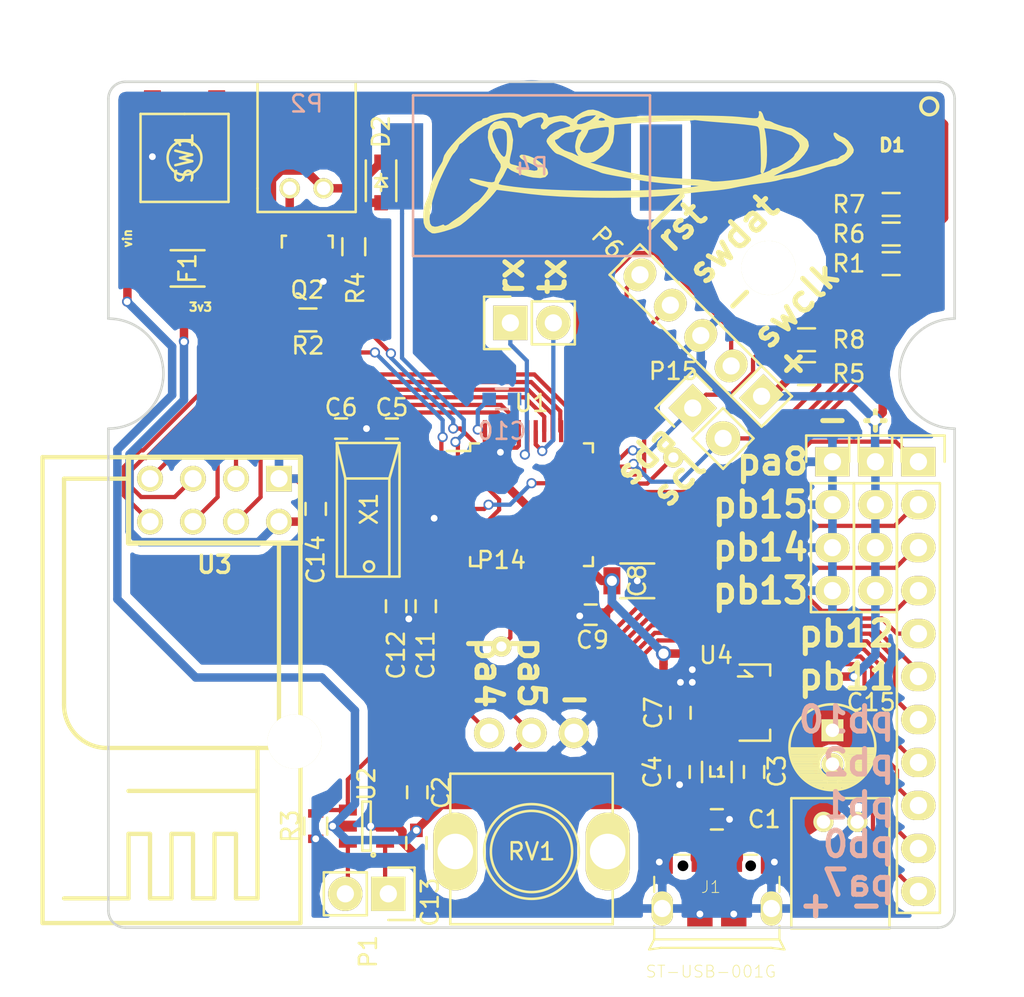
<source format=kicad_pcb>
(kicad_pcb (version 4) (host pcbnew 4.0.2-stable)

  (general
    (links 135)
    (no_connects 2)
    (area 205.5 9.306857 266.100001 136.725)
    (thickness 1.6)
    (drawings 50)
    (tracks 566)
    (zones 0)
    (modules 53)
    (nets 52)
  )

  (page A4)
  (title_block
    (title "Talking Clock / Thing")
  )

  (layers
    (0 F.Cu signal)
    (31 B.Cu signal)
    (32 B.Adhes user)
    (33 F.Adhes user)
    (34 B.Paste user)
    (35 F.Paste user)
    (36 B.SilkS user)
    (37 F.SilkS user)
    (38 B.Mask user)
    (39 F.Mask user)
    (40 Dwgs.User user)
    (41 Cmts.User user)
    (42 Eco1.User user)
    (43 Eco2.User user)
    (44 Edge.Cuts user)
    (45 Margin user)
    (46 B.CrtYd user)
    (47 F.CrtYd user)
    (48 B.Fab user hide)
    (49 F.Fab user hide)
  )

  (setup
    (last_trace_width 0.25)
    (trace_clearance 0.2)
    (zone_clearance 0.508)
    (zone_45_only no)
    (trace_min 0.007874)
    (segment_width 0.2)
    (edge_width 0.15)
    (via_size 0.6)
    (via_drill 0.4)
    (via_min_size 0.015748)
    (via_min_drill 0.3)
    (uvia_size 0.3)
    (uvia_drill 0.1)
    (uvias_allowed no)
    (uvia_min_size 0.007874)
    (uvia_min_drill 0.1)
    (pcb_text_width 0.3)
    (pcb_text_size 1.5 1.5)
    (mod_edge_width 0.15)
    (mod_text_size 1 1)
    (mod_text_width 0.15)
    (pad_size 1.2 1.2)
    (pad_drill 0.6)
    (pad_to_mask_clearance 0.2)
    (aux_axis_origin 0 0)
    (grid_origin 237 107)
    (visible_elements FFFFEF7F)
    (pcbplotparams
      (layerselection 0x010f0_80000001)
      (usegerberextensions false)
      (excludeedgelayer true)
      (linewidth 0.100000)
      (plotframeref false)
      (viasonmask false)
      (mode 1)
      (useauxorigin false)
      (hpglpennumber 1)
      (hpglpenspeed 20)
      (hpglpendiameter 15)
      (hpglpenoverlay 2)
      (psnegative false)
      (psa4output false)
      (plotreference true)
      (plotvalue true)
      (plotinvisibletext false)
      (padsonsilk false)
      (subtractmaskfromsilk true)
      (outputformat 1)
      (mirror false)
      (drillshape 0)
      (scaleselection 1)
      (outputdirectory gerbers/))
  )

  (net 0 "")
  (net 1 /VBUS)
  (net 2 GND)
  (net 3 "Net-(C2-Pad2)")
  (net 4 +5V)
  (net 5 /X_N)
  (net 6 /X_P)
  (net 7 +3V3)
  (net 8 "Net-(D1-Pad1)")
  (net 9 "Net-(D1-Pad3)")
  (net 10 "Net-(D1-Pad4)")
  (net 11 "Net-(D2-Pad1)")
  (net 12 "Net-(D2-Pad2)")
  (net 13 "Net-(P1-Pad1)")
  (net 14 "Net-(P1-Pad2)")
  (net 15 +BATT)
  (net 16 /USART1_RX)
  (net 17 /USART1_TX)
  (net 18 /SWCLK)
  (net 19 /SWDAT)
  (net 20 /NRST)
  (net 21 /PB15)
  (net 22 /PB14)
  (net 23 /PB13)
  (net 24 /PB12)
  (net 25 /PB11)
  (net 26 /PB10)
  (net 27 /PB2)
  (net 28 /PB1)
  (net 29 /PA5)
  (net 30 /DAC_OUT)
  (net 31 "Net-(Q2-Pad1)")
  (net 32 /RED)
  (net 33 CH1)
  (net 34 /GREEN)
  (net 35 /BLUE)
  (net 36 /SWITCH)
  (net 37 /NRF_IRQ)
  (net 38 /NRF_NSS)
  (net 39 /NRF_CE)
  (net 40 /~PAMSD)
  (net 41 /NRF_SCK)
  (net 42 /NRF_MISO)
  (net 43 /NRF_MOSI)
  (net 44 /PA7)
  (net 45 /PB0)
  (net 46 /PA8)
  (net 47 "Net-(F1-Pad1)")
  (net 48 /I2C2_SDA)
  (net 49 /I2C2_SCL)
  (net 50 /PA6)
  (net 51 "Net-(P15-Pad1)")

  (net_class Default "This is the default net class."
    (clearance 0.2)
    (trace_width 0.25)
    (via_dia 0.6)
    (via_drill 0.4)
    (uvia_dia 0.3)
    (uvia_drill 0.1)
    (add_net +BATT)
    (add_net /BLUE)
    (add_net /DAC_OUT)
    (add_net /GREEN)
    (add_net /I2C2_SCL)
    (add_net /I2C2_SDA)
    (add_net /NRF_CE)
    (add_net /NRF_IRQ)
    (add_net /NRF_MISO)
    (add_net /NRF_MOSI)
    (add_net /NRF_NSS)
    (add_net /NRF_SCK)
    (add_net /NRST)
    (add_net /PA5)
    (add_net /PA6)
    (add_net /PA7)
    (add_net /PA8)
    (add_net /PB0)
    (add_net /PB1)
    (add_net /PB10)
    (add_net /PB11)
    (add_net /PB12)
    (add_net /PB13)
    (add_net /PB14)
    (add_net /PB15)
    (add_net /PB2)
    (add_net /RED)
    (add_net /SWCLK)
    (add_net /SWDAT)
    (add_net /SWITCH)
    (add_net /USART1_RX)
    (add_net /USART1_TX)
    (add_net /X_N)
    (add_net /X_P)
    (add_net /~PAMSD)
    (add_net CH1)
    (add_net "Net-(C2-Pad2)")
    (add_net "Net-(D1-Pad1)")
    (add_net "Net-(D1-Pad3)")
    (add_net "Net-(D1-Pad4)")
    (add_net "Net-(P1-Pad1)")
    (add_net "Net-(P1-Pad2)")
    (add_net "Net-(P15-Pad1)")
    (add_net "Net-(Q2-Pad1)")
  )

  (net_class Power ""
    (clearance 0.2)
    (trace_width 0.5)
    (via_dia 0.6)
    (via_drill 0.4)
    (uvia_dia 0.3)
    (uvia_drill 0.1)
    (add_net +3V3)
    (add_net +5V)
    (add_net /VBUS)
    (add_net GND)
    (add_net "Net-(D2-Pad1)")
    (add_net "Net-(D2-Pad2)")
    (add_net "Net-(F1-Pad1)")
  )

  (module Pin_Headers:Pin_Header_Straight_1x02 (layer F.Cu) (tedit 54EA090C) (tstamp 56D79289)
    (at 228.54 130 270)
    (descr "Through hole pin header")
    (tags "pin header")
    (path /56C2E616)
    (fp_text reference P1 (at 3.416 1.192 270) (layer F.SilkS)
      (effects (font (size 1 1) (thickness 0.15)))
    )
    (fp_text value CONN_01X02 (at 0 -3.1 270) (layer F.Fab)
      (effects (font (size 1 1) (thickness 0.15)))
    )
    (fp_line (start 1.27 1.27) (end 1.27 3.81) (layer F.SilkS) (width 0.15))
    (fp_line (start 1.55 -1.55) (end 1.55 0) (layer F.SilkS) (width 0.15))
    (fp_line (start -1.75 -1.75) (end -1.75 4.3) (layer F.CrtYd) (width 0.05))
    (fp_line (start 1.75 -1.75) (end 1.75 4.3) (layer F.CrtYd) (width 0.05))
    (fp_line (start -1.75 -1.75) (end 1.75 -1.75) (layer F.CrtYd) (width 0.05))
    (fp_line (start -1.75 4.3) (end 1.75 4.3) (layer F.CrtYd) (width 0.05))
    (fp_line (start 1.27 1.27) (end -1.27 1.27) (layer F.SilkS) (width 0.15))
    (fp_line (start -1.55 0) (end -1.55 -1.55) (layer F.SilkS) (width 0.15))
    (fp_line (start -1.55 -1.55) (end 1.55 -1.55) (layer F.SilkS) (width 0.15))
    (fp_line (start -1.27 1.27) (end -1.27 3.81) (layer F.SilkS) (width 0.15))
    (fp_line (start -1.27 3.81) (end 1.27 3.81) (layer F.SilkS) (width 0.15))
    (pad 1 thru_hole rect (at 0 0 270) (size 2.032 2.032) (drill 1.016) (layers *.Cu *.Mask F.SilkS)
      (net 13 "Net-(P1-Pad1)"))
    (pad 2 thru_hole oval (at 0 2.54 270) (size 2.032 2.032) (drill 1.016) (layers *.Cu *.Mask F.SilkS)
      (net 14 "Net-(P1-Pad2)"))
    (model Pin_Headers.3dshapes/Pin_Header_Straight_1x02.wrl
      (at (xyz 0 -0.05 0))
      (scale (xyz 1 1 1))
      (rotate (xyz 0 0 90))
    )
  )

  (module Daniel:MountingHole_3-2mm_DP (layer F.Cu) (tedit 5686BD1C) (tstamp 56C4AECF)
    (at 223 121)
    (descr "Mounting hole, Befestigungsbohrung, 3,5mm, No Annular, Kein Restring,")
    (tags "Mounting hole, Befestigungsbohrung, 3,5mm, No Annular, Kein Restring,")
    (path /56C2699B)
    (clearance 2)
    (fp_text reference P9 (at 0 -4.50088) (layer F.SilkS) hide
      (effects (font (thickness 0.3048)))
    )
    (fp_text value HOLE (at 0 5.00126) (layer F.SilkS) hide
      (effects (font (thickness 0.3048)))
    )
    (fp_circle (center 0 0) (end 3.50012 0) (layer Cmts.User) (width 0.381))
    (pad "" np_thru_hole circle (at 0 0) (size 3.2 3.2) (drill 3.2) (layers *.Mask B.Cu F.SilkS)
      (clearance 1.8) (thermal_gap 4))
  )

  (module Daniel:MountingHole_3-2mm_DP (layer F.Cu) (tedit 56DF923E) (tstamp 56C3BEAB)
    (at 251 93)
    (descr "Mounting hole, Befestigungsbohrung, 3,5mm, No Annular, Kein Restring,")
    (tags "Mounting hole, Befestigungsbohrung, 3,5mm, No Annular, Kein Restring,")
    (path /56C2699A)
    (clearance 2)
    (fp_text reference P12 (at 0 -4.50088) (layer F.SilkS) hide
      (effects (font (thickness 0.3048)))
    )
    (fp_text value HOLE (at 0 5.00126) (layer F.SilkS) hide
      (effects (font (thickness 0.3048)))
    )
    (fp_circle (center 0 0) (end 3.50012 0) (layer Cmts.User) (width 0.381))
    (pad "" np_thru_hole circle (at 0 0) (size 3.2 3.2) (drill 3.2) (layers *.Mask B.Cu F.SilkS)
      (clearance 1.8) (thermal_gap 4))
  )

  (module Capacitors_SMD:C_0603 (layer F.Cu) (tedit 5415D631) (tstamp 56C3AD4B)
    (at 247.95 125.6)
    (descr "Capacitor SMD 0603, reflow soldering, AVX (see smccp.pdf)")
    (tags "capacitor 0603")
    (path /56C27519)
    (attr smd)
    (fp_text reference C1 (at 2.8 0) (layer F.SilkS)
      (effects (font (size 1 1) (thickness 0.15)))
    )
    (fp_text value 10nF (at -3.2 -0.1) (layer F.Fab)
      (effects (font (size 1 1) (thickness 0.15)))
    )
    (fp_line (start -1.45 -0.75) (end 1.45 -0.75) (layer F.CrtYd) (width 0.05))
    (fp_line (start -1.45 0.75) (end 1.45 0.75) (layer F.CrtYd) (width 0.05))
    (fp_line (start -1.45 -0.75) (end -1.45 0.75) (layer F.CrtYd) (width 0.05))
    (fp_line (start 1.45 -0.75) (end 1.45 0.75) (layer F.CrtYd) (width 0.05))
    (fp_line (start -0.35 -0.6) (end 0.35 -0.6) (layer F.SilkS) (width 0.15))
    (fp_line (start 0.35 0.6) (end -0.35 0.6) (layer F.SilkS) (width 0.15))
    (pad 1 smd rect (at -0.75 0) (size 0.8 0.75) (layers F.Cu F.Paste F.Mask)
      (net 1 /VBUS))
    (pad 2 smd rect (at 0.75 0) (size 0.8 0.75) (layers F.Cu F.Paste F.Mask)
      (net 2 GND))
    (model Capacitors_SMD.3dshapes/C_0603.wrl
      (at (xyz 0 0 0))
      (scale (xyz 1 1 1))
      (rotate (xyz 0 0 0))
    )
  )

  (module Capacitors_SMD:C_0603 (layer F.Cu) (tedit 5415D631) (tstamp 56C3AD51)
    (at 230.25 124 270)
    (descr "Capacitor SMD 0603, reflow soldering, AVX (see smccp.pdf)")
    (tags "capacitor 0603")
    (path /56C3AC8C)
    (attr smd)
    (fp_text reference C2 (at 0.018 -1.416 270) (layer F.SilkS)
      (effects (font (size 1 1) (thickness 0.15)))
    )
    (fp_text value 1uF (at -3 0 270) (layer F.Fab)
      (effects (font (size 1 1) (thickness 0.15)))
    )
    (fp_line (start -1.45 -0.75) (end 1.45 -0.75) (layer F.CrtYd) (width 0.05))
    (fp_line (start -1.45 0.75) (end 1.45 0.75) (layer F.CrtYd) (width 0.05))
    (fp_line (start -1.45 -0.75) (end -1.45 0.75) (layer F.CrtYd) (width 0.05))
    (fp_line (start 1.45 -0.75) (end 1.45 0.75) (layer F.CrtYd) (width 0.05))
    (fp_line (start -0.35 -0.6) (end 0.35 -0.6) (layer F.SilkS) (width 0.15))
    (fp_line (start 0.35 0.6) (end -0.35 0.6) (layer F.SilkS) (width 0.15))
    (pad 1 smd rect (at -0.75 0 270) (size 0.8 0.75) (layers F.Cu F.Paste F.Mask)
      (net 29 /PA5))
    (pad 2 smd rect (at 0.75 0 270) (size 0.8 0.75) (layers F.Cu F.Paste F.Mask)
      (net 3 "Net-(C2-Pad2)"))
    (model Capacitors_SMD.3dshapes/C_0603.wrl
      (at (xyz 0 0 0))
      (scale (xyz 1 1 1))
      (rotate (xyz 0 0 0))
    )
  )

  (module Capacitors_SMD:C_0603 (layer F.Cu) (tedit 5415D631) (tstamp 56C3AD57)
    (at 250.15 122.8 270)
    (descr "Capacitor SMD 0603, reflow soldering, AVX (see smccp.pdf)")
    (tags "capacitor 0603")
    (path /56C27D41)
    (attr smd)
    (fp_text reference C3 (at -0.05 -1.35 270) (layer F.SilkS)
      (effects (font (size 1 1) (thickness 0.15)))
    )
    (fp_text value 100nF (at 7.5 0 270) (layer F.Fab)
      (effects (font (size 1 1) (thickness 0.15)))
    )
    (fp_line (start -1.45 -0.75) (end 1.45 -0.75) (layer F.CrtYd) (width 0.05))
    (fp_line (start -1.45 0.75) (end 1.45 0.75) (layer F.CrtYd) (width 0.05))
    (fp_line (start -1.45 -0.75) (end -1.45 0.75) (layer F.CrtYd) (width 0.05))
    (fp_line (start 1.45 -0.75) (end 1.45 0.75) (layer F.CrtYd) (width 0.05))
    (fp_line (start -0.35 -0.6) (end 0.35 -0.6) (layer F.SilkS) (width 0.15))
    (fp_line (start 0.35 0.6) (end -0.35 0.6) (layer F.SilkS) (width 0.15))
    (pad 1 smd rect (at -0.75 0 270) (size 0.8 0.75) (layers F.Cu F.Paste F.Mask)
      (net 4 +5V))
    (pad 2 smd rect (at 0.75 0 270) (size 0.8 0.75) (layers F.Cu F.Paste F.Mask)
      (net 2 GND))
    (model Capacitors_SMD.3dshapes/C_0603.wrl
      (at (xyz 0 0 0))
      (scale (xyz 1 1 1))
      (rotate (xyz 0 0 0))
    )
  )

  (module Capacitors_SMD:C_0603 (layer F.Cu) (tedit 5415D631) (tstamp 56C3AD5D)
    (at 245.75 122.8 270)
    (descr "Capacitor SMD 0603, reflow soldering, AVX (see smccp.pdf)")
    (tags "capacitor 0603")
    (path /56C2A687)
    (attr smd)
    (fp_text reference C4 (at 0 1.6 270) (layer F.SilkS)
      (effects (font (size 1 1) (thickness 0.15)))
    )
    (fp_text value 1uF (at 6.5 0 270) (layer F.Fab)
      (effects (font (size 1 1) (thickness 0.15)))
    )
    (fp_line (start -1.45 -0.75) (end 1.45 -0.75) (layer F.CrtYd) (width 0.05))
    (fp_line (start -1.45 0.75) (end 1.45 0.75) (layer F.CrtYd) (width 0.05))
    (fp_line (start -1.45 -0.75) (end -1.45 0.75) (layer F.CrtYd) (width 0.05))
    (fp_line (start 1.45 -0.75) (end 1.45 0.75) (layer F.CrtYd) (width 0.05))
    (fp_line (start -0.35 -0.6) (end 0.35 -0.6) (layer F.SilkS) (width 0.15))
    (fp_line (start 0.35 0.6) (end -0.35 0.6) (layer F.SilkS) (width 0.15))
    (pad 1 smd rect (at -0.75 0 270) (size 0.8 0.75) (layers F.Cu F.Paste F.Mask)
      (net 4 +5V))
    (pad 2 smd rect (at 0.75 0 270) (size 0.8 0.75) (layers F.Cu F.Paste F.Mask)
      (net 2 GND))
    (model Capacitors_SMD.3dshapes/C_0603.wrl
      (at (xyz 0 0 0))
      (scale (xyz 1 1 1))
      (rotate (xyz 0 0 0))
    )
  )

  (module Capacitors_SMD:C_0603 (layer F.Cu) (tedit 5415D631) (tstamp 56C3AD63)
    (at 228.75 102.5)
    (descr "Capacitor SMD 0603, reflow soldering, AVX (see smccp.pdf)")
    (tags "capacitor 0603")
    (path /56C26996)
    (attr smd)
    (fp_text reference C5 (at 0 -1.25) (layer F.SilkS)
      (effects (font (size 1 1) (thickness 0.15)))
    )
    (fp_text value DNP (at 0 -1.25) (layer F.Fab)
      (effects (font (size 1 1) (thickness 0.15)))
    )
    (fp_line (start -1.45 -0.75) (end 1.45 -0.75) (layer F.CrtYd) (width 0.05))
    (fp_line (start -1.45 0.75) (end 1.45 0.75) (layer F.CrtYd) (width 0.05))
    (fp_line (start -1.45 -0.75) (end -1.45 0.75) (layer F.CrtYd) (width 0.05))
    (fp_line (start 1.45 -0.75) (end 1.45 0.75) (layer F.CrtYd) (width 0.05))
    (fp_line (start -0.35 -0.6) (end 0.35 -0.6) (layer F.SilkS) (width 0.15))
    (fp_line (start 0.35 0.6) (end -0.35 0.6) (layer F.SilkS) (width 0.15))
    (pad 1 smd rect (at -0.75 0) (size 0.8 0.75) (layers F.Cu F.Paste F.Mask)
      (net 2 GND))
    (pad 2 smd rect (at 0.75 0) (size 0.8 0.75) (layers F.Cu F.Paste F.Mask)
      (net 5 /X_N))
    (model Capacitors_SMD.3dshapes/C_0603.wrl
      (at (xyz 0 0 0))
      (scale (xyz 1 1 1))
      (rotate (xyz 0 0 0))
    )
  )

  (module Capacitors_SMD:C_0603 (layer F.Cu) (tedit 5415D631) (tstamp 56C3AD69)
    (at 225.75 102.5)
    (descr "Capacitor SMD 0603, reflow soldering, AVX (see smccp.pdf)")
    (tags "capacitor 0603")
    (path /56C26997)
    (attr smd)
    (fp_text reference C6 (at 0 -1.25) (layer F.SilkS)
      (effects (font (size 1 1) (thickness 0.15)))
    )
    (fp_text value DNP (at 0 -1.25) (layer F.Fab)
      (effects (font (size 1 1) (thickness 0.15)))
    )
    (fp_line (start -1.45 -0.75) (end 1.45 -0.75) (layer F.CrtYd) (width 0.05))
    (fp_line (start -1.45 0.75) (end 1.45 0.75) (layer F.CrtYd) (width 0.05))
    (fp_line (start -1.45 -0.75) (end -1.45 0.75) (layer F.CrtYd) (width 0.05))
    (fp_line (start 1.45 -0.75) (end 1.45 0.75) (layer F.CrtYd) (width 0.05))
    (fp_line (start -0.35 -0.6) (end 0.35 -0.6) (layer F.SilkS) (width 0.15))
    (fp_line (start 0.35 0.6) (end -0.35 0.6) (layer F.SilkS) (width 0.15))
    (pad 1 smd rect (at -0.75 0) (size 0.8 0.75) (layers F.Cu F.Paste F.Mask)
      (net 6 /X_P))
    (pad 2 smd rect (at 0.75 0) (size 0.8 0.75) (layers F.Cu F.Paste F.Mask)
      (net 2 GND))
    (model Capacitors_SMD.3dshapes/C_0603.wrl
      (at (xyz 0 0 0))
      (scale (xyz 1 1 1))
      (rotate (xyz 0 0 0))
    )
  )

  (module Capacitors_SMD:C_0603 (layer F.Cu) (tedit 5415D631) (tstamp 56C3AD6F)
    (at 245.8 119.3 90)
    (descr "Capacitor SMD 0603, reflow soldering, AVX (see smccp.pdf)")
    (tags "capacitor 0603")
    (path /56C2B393)
    (attr smd)
    (fp_text reference C7 (at 0 -1.6 90) (layer F.SilkS)
      (effects (font (size 1 1) (thickness 0.15)))
    )
    (fp_text value 1uF (at 7.75 0 90) (layer F.Fab)
      (effects (font (size 1 1) (thickness 0.15)))
    )
    (fp_line (start -1.45 -0.75) (end 1.45 -0.75) (layer F.CrtYd) (width 0.05))
    (fp_line (start -1.45 0.75) (end 1.45 0.75) (layer F.CrtYd) (width 0.05))
    (fp_line (start -1.45 -0.75) (end -1.45 0.75) (layer F.CrtYd) (width 0.05))
    (fp_line (start 1.45 -0.75) (end 1.45 0.75) (layer F.CrtYd) (width 0.05))
    (fp_line (start -0.35 -0.6) (end 0.35 -0.6) (layer F.SilkS) (width 0.15))
    (fp_line (start 0.35 0.6) (end -0.35 0.6) (layer F.SilkS) (width 0.15))
    (pad 1 smd rect (at -0.75 0 90) (size 0.8 0.75) (layers F.Cu F.Paste F.Mask)
      (net 7 +3V3))
    (pad 2 smd rect (at 0.75 0 90) (size 0.8 0.75) (layers F.Cu F.Paste F.Mask)
      (net 2 GND))
    (model Capacitors_SMD.3dshapes/C_0603.wrl
      (at (xyz 0 0 0))
      (scale (xyz 1 1 1))
      (rotate (xyz 0 0 0))
    )
  )

  (module Capacitors_SMD:C_1206 (layer F.Cu) (tedit 5415D7BD) (tstamp 56C3AD75)
    (at 243.25 111.5)
    (descr "Capacitor SMD 1206, reflow soldering, AVX (see smccp.pdf)")
    (tags "capacitor 1206")
    (path /56C269A5)
    (attr smd)
    (fp_text reference C8 (at 0 0 90) (layer F.SilkS)
      (effects (font (size 1 1) (thickness 0.15)))
    )
    (fp_text value 4.7uF (at -0.05 -2.1) (layer F.Fab)
      (effects (font (size 1 1) (thickness 0.15)))
    )
    (fp_line (start -2.3 -1.15) (end 2.3 -1.15) (layer F.CrtYd) (width 0.05))
    (fp_line (start -2.3 1.15) (end 2.3 1.15) (layer F.CrtYd) (width 0.05))
    (fp_line (start -2.3 -1.15) (end -2.3 1.15) (layer F.CrtYd) (width 0.05))
    (fp_line (start 2.3 -1.15) (end 2.3 1.15) (layer F.CrtYd) (width 0.05))
    (fp_line (start 1 -1.025) (end -1 -1.025) (layer F.SilkS) (width 0.15))
    (fp_line (start -1 1.025) (end 1 1.025) (layer F.SilkS) (width 0.15))
    (pad 1 smd rect (at -1.5 0) (size 1 1.6) (layers F.Cu F.Paste F.Mask)
      (net 7 +3V3))
    (pad 2 smd rect (at 1.5 0) (size 1 1.6) (layers F.Cu F.Paste F.Mask)
      (net 2 GND))
    (model Capacitors_SMD.3dshapes/C_1206.wrl
      (at (xyz 0 0 0))
      (scale (xyz 1 1 1))
      (rotate (xyz 0 0 0))
    )
  )

  (module Capacitors_SMD:C_0603 (layer F.Cu) (tedit 56C69530) (tstamp 56C3AD7B)
    (at 240.5 113.5 180)
    (descr "Capacitor SMD 0603, reflow soldering, AVX (see smccp.pdf)")
    (tags "capacitor 0603")
    (path /56C269A3)
    (attr smd)
    (fp_text reference C9 (at -0.1 -1.5 180) (layer F.SilkS)
      (effects (font (size 1 1) (thickness 0.15)))
    )
    (fp_text value 100nF (at -3.5 3 180) (layer F.Fab) hide
      (effects (font (size 1 1) (thickness 0.15)))
    )
    (fp_line (start -1.45 -0.75) (end 1.45 -0.75) (layer F.CrtYd) (width 0.05))
    (fp_line (start -1.45 0.75) (end 1.45 0.75) (layer F.CrtYd) (width 0.05))
    (fp_line (start -1.45 -0.75) (end -1.45 0.75) (layer F.CrtYd) (width 0.05))
    (fp_line (start 1.45 -0.75) (end 1.45 0.75) (layer F.CrtYd) (width 0.05))
    (fp_line (start -0.35 -0.6) (end 0.35 -0.6) (layer F.SilkS) (width 0.15))
    (fp_line (start 0.35 0.6) (end -0.35 0.6) (layer F.SilkS) (width 0.15))
    (pad 1 smd rect (at -0.75 0 180) (size 0.8 0.75) (layers F.Cu F.Paste F.Mask)
      (net 7 +3V3))
    (pad 2 smd rect (at 0.75 0 180) (size 0.8 0.75) (layers F.Cu F.Paste F.Mask)
      (net 2 GND))
    (model Capacitors_SMD.3dshapes/C_0603.wrl
      (at (xyz 0 0 0))
      (scale (xyz 1 1 1))
      (rotate (xyz 0 0 0))
    )
  )

  (module Capacitors_SMD:C_0603 (layer B.Cu) (tedit 5415D631) (tstamp 56C3AD81)
    (at 235.25 100.75)
    (descr "Capacitor SMD 0603, reflow soldering, AVX (see smccp.pdf)")
    (tags "capacitor 0603")
    (path /56C269A4)
    (attr smd)
    (fp_text reference C10 (at 0 1.9) (layer B.SilkS)
      (effects (font (size 1 1) (thickness 0.15)) (justify mirror))
    )
    (fp_text value 100nF (at 0 -1.9) (layer B.Fab)
      (effects (font (size 1 1) (thickness 0.15)) (justify mirror))
    )
    (fp_line (start -1.45 0.75) (end 1.45 0.75) (layer B.CrtYd) (width 0.05))
    (fp_line (start -1.45 -0.75) (end 1.45 -0.75) (layer B.CrtYd) (width 0.05))
    (fp_line (start -1.45 0.75) (end -1.45 -0.75) (layer B.CrtYd) (width 0.05))
    (fp_line (start 1.45 0.75) (end 1.45 -0.75) (layer B.CrtYd) (width 0.05))
    (fp_line (start -0.35 0.6) (end 0.35 0.6) (layer B.SilkS) (width 0.15))
    (fp_line (start 0.35 -0.6) (end -0.35 -0.6) (layer B.SilkS) (width 0.15))
    (pad 1 smd rect (at -0.75 0) (size 0.8 0.75) (layers B.Cu B.Paste B.Mask)
      (net 7 +3V3))
    (pad 2 smd rect (at 0.75 0) (size 0.8 0.75) (layers B.Cu B.Paste B.Mask)
      (net 2 GND))
    (model Capacitors_SMD.3dshapes/C_0603.wrl
      (at (xyz 0 0 0))
      (scale (xyz 1 1 1))
      (rotate (xyz 0 0 0))
    )
  )

  (module Capacitors_SMD:C_0603 (layer F.Cu) (tedit 5415D631) (tstamp 56C3AD87)
    (at 230.75 113 270)
    (descr "Capacitor SMD 0603, reflow soldering, AVX (see smccp.pdf)")
    (tags "capacitor 0603")
    (path /56C269A6)
    (attr smd)
    (fp_text reference C11 (at 2.89 0 270) (layer F.SilkS)
      (effects (font (size 1 1) (thickness 0.15)))
    )
    (fp_text value 10nF (at -2.75 1.75 270) (layer F.Fab)
      (effects (font (size 1 1) (thickness 0.15)))
    )
    (fp_line (start -1.45 -0.75) (end 1.45 -0.75) (layer F.CrtYd) (width 0.05))
    (fp_line (start -1.45 0.75) (end 1.45 0.75) (layer F.CrtYd) (width 0.05))
    (fp_line (start -1.45 -0.75) (end -1.45 0.75) (layer F.CrtYd) (width 0.05))
    (fp_line (start 1.45 -0.75) (end 1.45 0.75) (layer F.CrtYd) (width 0.05))
    (fp_line (start -0.35 -0.6) (end 0.35 -0.6) (layer F.SilkS) (width 0.15))
    (fp_line (start 0.35 0.6) (end -0.35 0.6) (layer F.SilkS) (width 0.15))
    (pad 1 smd rect (at -0.75 0 270) (size 0.8 0.75) (layers F.Cu F.Paste F.Mask)
      (net 7 +3V3))
    (pad 2 smd rect (at 0.75 0 270) (size 0.8 0.75) (layers F.Cu F.Paste F.Mask)
      (net 2 GND))
    (model Capacitors_SMD.3dshapes/C_0603.wrl
      (at (xyz 0 0 0))
      (scale (xyz 1 1 1))
      (rotate (xyz 0 0 0))
    )
  )

  (module Capacitors_SMD:C_0603 (layer F.Cu) (tedit 5415D631) (tstamp 56C3AD8D)
    (at 229 113 270)
    (descr "Capacitor SMD 0603, reflow soldering, AVX (see smccp.pdf)")
    (tags "capacitor 0603")
    (path /56C269A7)
    (attr smd)
    (fp_text reference C12 (at 2.89 0 270) (layer F.SilkS)
      (effects (font (size 1 1) (thickness 0.15)))
    )
    (fp_text value 1uF (at -3 -1.5 270) (layer F.Fab)
      (effects (font (size 1 1) (thickness 0.15)))
    )
    (fp_line (start -1.45 -0.75) (end 1.45 -0.75) (layer F.CrtYd) (width 0.05))
    (fp_line (start -1.45 0.75) (end 1.45 0.75) (layer F.CrtYd) (width 0.05))
    (fp_line (start -1.45 -0.75) (end -1.45 0.75) (layer F.CrtYd) (width 0.05))
    (fp_line (start 1.45 -0.75) (end 1.45 0.75) (layer F.CrtYd) (width 0.05))
    (fp_line (start -0.35 -0.6) (end 0.35 -0.6) (layer F.SilkS) (width 0.15))
    (fp_line (start 0.35 0.6) (end -0.35 0.6) (layer F.SilkS) (width 0.15))
    (pad 1 smd rect (at -0.75 0 270) (size 0.8 0.75) (layers F.Cu F.Paste F.Mask)
      (net 7 +3V3))
    (pad 2 smd rect (at 0.75 0 270) (size 0.8 0.75) (layers F.Cu F.Paste F.Mask)
      (net 2 GND))
    (model Capacitors_SMD.3dshapes/C_0603.wrl
      (at (xyz 0 0 0))
      (scale (xyz 1 1 1))
      (rotate (xyz 0 0 0))
    )
  )

  (module Daniel:CREE4 (layer F.Cu) (tedit 524EEFED) (tstamp 56C3AD95)
    (at 258.25 85.75 270)
    (path /56C269BD)
    (fp_text reference D1 (at 0 -0.05 360) (layer F.SilkS)
      (effects (font (size 0.762 0.762) (thickness 0.1905)))
    )
    (fp_text value CLV1A (at 0 0 270) (layer F.SilkS) hide
      (effects (font (thickness 0.3048)))
    )
    (fp_line (start -1.6002 -1.39954) (end 1.6002 -1.39954) (layer Dwgs.User) (width 0.09906))
    (fp_line (start 1.6002 -1.40208) (end 1.6002 1.397) (layer Dwgs.User) (width 0.09906))
    (fp_line (start 1.6002 1.39954) (end -1.6002 1.39954) (layer Dwgs.User) (width 0.09906))
    (fp_line (start -1.6002 1.39954) (end -1.6002 -1.39954) (layer Dwgs.User) (width 0.09906))
    (fp_circle (center -2.30124 -2.25044) (end -2.80162 -2.25044) (layer F.SilkS) (width 0.20066))
    (pad 1 smd rect (at -1.50114 -0.8001 270) (size 1.50114 1.00076) (layers F.Cu F.Paste F.Mask)
      (net 8 "Net-(D1-Pad1)"))
    (pad 2 smd rect (at -1.50114 0.8001 270) (size 1.50114 1.00076) (layers F.Cu F.Paste F.Mask)
      (net 7 +3V3))
    (pad 3 smd rect (at 1.50114 0.8001 270) (size 1.50114 1.00076) (layers F.Cu F.Paste F.Mask)
      (net 9 "Net-(D1-Pad3)"))
    (pad 4 smd rect (at 1.50114 -0.8001 270) (size 1.50114 1.00076) (layers F.Cu F.Paste F.Mask)
      (net 10 "Net-(D1-Pad4)"))
  )

  (module Daniel:SOD-323-SKYWORKS (layer F.Cu) (tedit 5685D5E0) (tstamp 56C3AD9B)
    (at 228.11 87.95 270)
    (descr SOD-323)
    (tags SOD-323)
    (path /56C269D7)
    (attr smd)
    (fp_text reference D2 (at -3 0 270) (layer F.SilkS)
      (effects (font (size 1 1) (thickness 0.15)))
    )
    (fp_text value 1N4448 (at 0.1 1.9 270) (layer F.Fab) hide
      (effects (font (size 1 1) (thickness 0.15)))
    )
    (fp_line (start 0.25 0) (end 0.5 0) (layer F.SilkS) (width 0.15))
    (fp_line (start -0.25 0) (end -0.5 0) (layer F.SilkS) (width 0.15))
    (fp_line (start -0.25 0) (end 0.25 -0.35) (layer F.SilkS) (width 0.15))
    (fp_line (start 0.25 -0.35) (end 0.25 0.35) (layer F.SilkS) (width 0.15))
    (fp_line (start 0.25 0.35) (end -0.25 0) (layer F.SilkS) (width 0.15))
    (fp_line (start -0.25 -0.35) (end -0.25 0.35) (layer F.SilkS) (width 0.15))
    (fp_line (start -1.9 -1) (end 1.9 -1) (layer F.CrtYd) (width 0.05))
    (fp_line (start 1.9 -1) (end 1.9 1) (layer F.CrtYd) (width 0.05))
    (fp_line (start -1.9 1) (end 1.9 1) (layer F.CrtYd) (width 0.05))
    (fp_line (start -1.9 -1) (end -1.9 1) (layer F.CrtYd) (width 0.05))
    (fp_line (start -1.3 0.9) (end 1.1 0.9) (layer F.SilkS) (width 0.15))
    (fp_line (start -1.3 -0.9) (end 1.1 -0.9) (layer F.SilkS) (width 0.15))
    (pad 1 smd rect (at -1.2 0 270) (size 0.9 0.8) (layers F.Cu F.Paste F.Mask)
      (net 11 "Net-(D2-Pad1)"))
    (pad 2 smd rect (at 1.2 0 270) (size 0.9 0.8) (layers F.Cu F.Paste F.Mask)
      (net 12 "Net-(D2-Pad2)"))
  )

  (module Resistors_SMD:R_1206 (layer F.Cu) (tedit 5415CFA7) (tstamp 56C3ADA7)
    (at 216.68 93.03)
    (descr "Resistor SMD 1206, reflow soldering, Vishay (see dcrcw.pdf)")
    (tags "resistor 1206")
    (path /56C269CE)
    (attr smd)
    (fp_text reference F1 (at 0 0 90) (layer F.SilkS)
      (effects (font (size 1 1) (thickness 0.15)))
    )
    (fp_text value FUSE (at 0 2.3) (layer F.Fab)
      (effects (font (size 1 1) (thickness 0.15)))
    )
    (fp_line (start -2.2 -1.2) (end 2.2 -1.2) (layer F.CrtYd) (width 0.05))
    (fp_line (start -2.2 1.2) (end 2.2 1.2) (layer F.CrtYd) (width 0.05))
    (fp_line (start -2.2 -1.2) (end -2.2 1.2) (layer F.CrtYd) (width 0.05))
    (fp_line (start 2.2 -1.2) (end 2.2 1.2) (layer F.CrtYd) (width 0.05))
    (fp_line (start 1 1.075) (end -1 1.075) (layer F.SilkS) (width 0.15))
    (fp_line (start -1 -1.075) (end 1 -1.075) (layer F.SilkS) (width 0.15))
    (pad 1 smd rect (at -1.45 0) (size 0.9 1.7) (layers F.Cu F.Paste F.Mask)
      (net 47 "Net-(F1-Pad1)"))
    (pad 2 smd rect (at 1.45 0) (size 0.9 1.7) (layers F.Cu F.Paste F.Mask)
      (net 11 "Net-(D2-Pad1)"))
    (model Resistors_SMD.3dshapes/R_1206.wrl
      (at (xyz 0 0 0))
      (scale (xyz 1 1 1))
      (rotate (xyz 0 0 0))
    )
  )

  (module Daniel:SUNTECH_ST-USB-001G (layer F.Cu) (tedit 56C249BB) (tstamp 56C3ADB8)
    (at 247.95 129.6)
    (path /56C2535A)
    (solder_mask_margin 0.1)
    (attr smd)
    (fp_text reference J1 (at -0.35 0) (layer F.SilkS)
      (effects (font (size 0.7 0.7) (thickness 0.05)))
    )
    (fp_text value ST-USB-001G (at -0.35 5) (layer F.SilkS)
      (effects (font (size 0.7 0.7) (thickness 0.05)))
    )
    (fp_line (start -3.7 3.095) (end -4 3.695) (layer F.SilkS) (width 0.127))
    (fp_line (start 3.7 3.095) (end 4 3.695) (layer F.SilkS) (width 0.127))
    (fp_line (start -3.7 3.095) (end 3.7 3.095) (layer F.SilkS) (width 0.127))
    (fp_line (start -3.3 3.595) (end 3.2 3.595) (layer F.SilkS) (width 0.127))
    (fp_line (start -3.3 3.595) (end -4 3.695) (layer F.SilkS) (width 0.127))
    (fp_line (start 3.2 3.595) (end 4 3.695) (layer F.SilkS) (width 0.127))
    (fp_line (start -2.5 -1.905) (end -1.6 -1.905) (layer F.SilkS) (width 0.127))
    (fp_line (start 1.6 -1.905) (end 2.4 -1.905) (layer F.SilkS) (width 0.127))
    (fp_line (start 3.7 -0.605) (end 3.7 0.295) (layer F.SilkS) (width 0.127))
    (fp_line (start 3.7 2.295) (end 3.7 3.095) (layer F.SilkS) (width 0.127))
    (fp_line (start -3.7 3.095) (end -3.7 2.295) (layer F.SilkS) (width 0.127))
    (fp_line (start -3.7 0.295) (end -3.7 -0.605) (layer F.SilkS) (width 0.127))
    (pad S2 thru_hole oval (at -3.2258 1.27 90) (size 2.032 1.27) (drill 1.016) (layers *.Cu *.Mask F.SilkS)
      (net 2 GND) (solder_mask_margin 0.2))
    (pad S5 thru_hole oval (at 3.2258 1.27 90) (size 2.032 1.27) (drill 1.016) (layers *.Cu *.Mask F.SilkS)
      (net 2 GND) (solder_mask_margin 0.2))
    (pad 3 smd rect (at 0 -1.655 180) (size 0.381 1.524) (layers F.Cu F.Paste F.Mask)
      (solder_mask_margin 0.2))
    (pad 2 smd rect (at -0.65 -1.655 180) (size 0.381 1.524) (layers F.Cu F.Paste F.Mask)
      (solder_mask_margin 0.2))
    (pad 4 smd rect (at 0.65 -1.655 180) (size 0.381 1.524) (layers F.Cu F.Paste F.Mask)
      (solder_mask_margin 0.2))
    (pad 5 smd rect (at 1.3 -1.655 180) (size 0.381 1.524) (layers F.Cu F.Paste F.Mask)
      (net 2 GND) (solder_mask_margin 0.2))
    (pad 1 smd rect (at -1.3 -1.655 180) (size 0.381 1.524) (layers F.Cu F.Paste F.Mask)
      (net 1 /VBUS) (solder_mask_margin 0.2))
    (pad S1 smd rect (at -3.4 -1.478 90) (size 1.397 1.6) (layers F.Cu F.Paste F.Mask)
      (net 2 GND) (solder_mask_margin 0.2))
    (pad S6 smd rect (at 3.4 -1.478 90) (size 1.397 1.6) (layers F.Cu F.Paste F.Mask)
      (net 2 GND) (solder_mask_margin 0.2))
    (pad S3 smd rect (at -1 1.595) (size 1.5 1.5) (layers F.Cu F.Paste F.Mask)
      (net 2 GND) (solder_mask_margin 0.2))
    (pad S4 smd rect (at 1 1.595) (size 1.5 1.5) (layers F.Cu F.Paste F.Mask)
      (net 2 GND) (solder_mask_margin 0.2))
    (pad Hole np_thru_hole circle (at -2 -1.255) (size 0.635 0.635) (drill 0.635) (layers))
    (pad Hole np_thru_hole circle (at 2 -1.255) (size 0.635 0.635) (drill 0.635) (layers))
  )

  (module Resistors_SMD:R_0805 (layer F.Cu) (tedit 56C689E1) (tstamp 56C3ADBE)
    (at 247.95 122.8 90)
    (descr "Resistor SMD 0805, reflow soldering, Vishay (see dcrcw.pdf)")
    (tags "resistor 0805")
    (path /56C278EF)
    (attr smd)
    (fp_text reference L1 (at 0 0 180) (layer F.SilkS)
      (effects (font (size 0.6 0.6) (thickness 0.15)))
    )
    (fp_text value BLM18PG221 (at -11.2 0.05 180) (layer F.Fab)
      (effects (font (size 1 1) (thickness 0.15)))
    )
    (fp_line (start -1.6 -1) (end 1.6 -1) (layer F.CrtYd) (width 0.05))
    (fp_line (start -1.6 1) (end 1.6 1) (layer F.CrtYd) (width 0.05))
    (fp_line (start -1.6 -1) (end -1.6 1) (layer F.CrtYd) (width 0.05))
    (fp_line (start 1.6 -1) (end 1.6 1) (layer F.CrtYd) (width 0.05))
    (fp_line (start 0.6 0.875) (end -0.6 0.875) (layer F.SilkS) (width 0.15))
    (fp_line (start -0.6 -0.875) (end 0.6 -0.875) (layer F.SilkS) (width 0.15))
    (pad 1 smd rect (at -0.95 0 90) (size 0.7 1.3) (layers F.Cu F.Paste F.Mask)
      (net 1 /VBUS))
    (pad 2 smd rect (at 0.95 0 90) (size 0.7 1.3) (layers F.Cu F.Paste F.Mask)
      (net 4 +5V))
    (model Resistors_SMD.3dshapes/R_0805.wrl
      (at (xyz 0 0 0))
      (scale (xyz 1 1 1))
      (rotate (xyz 0 0 0))
    )
  )

  (module Daniel:JST-S2B-PH (layer F.Cu) (tedit 569ACA8A) (tstamp 56C3ADCA)
    (at 223.712592 88.295406)
    (path /56C2696D)
    (fp_text reference P2 (at 0 -5) (layer B.SilkS)
      (effects (font (size 1 1) (thickness 0.15)) (justify mirror))
    )
    (fp_text value CONN_01X02 (at 0 -10 180) (layer F.SilkS) hide
      (effects (font (size 1 1) (thickness 0.15)))
    )
    (fp_line (start 2.9 1.4) (end 2.9 0) (layer F.SilkS) (width 0.15))
    (fp_line (start -2.9 1.4) (end 2.9 1.4) (layer F.SilkS) (width 0.15))
    (fp_line (start -2.9 0) (end -2.9 1.4) (layer F.SilkS) (width 0.15))
    (fp_line (start -2.9 -6.3) (end -2.9 0) (layer F.SilkS) (width 0.15))
    (fp_line (start 2.9 -6.3) (end -2.9 -6.3) (layer F.SilkS) (width 0.15))
    (fp_line (start 2.9 0) (end 2.9 -6.3) (layer F.SilkS) (width 0.15))
    (pad 1 thru_hole circle (at 1 0) (size 1.2 1.2) (drill 0.8) (layers *.Cu *.Mask F.SilkS)
      (net 11 "Net-(D2-Pad1)"))
    (pad 2 thru_hole circle (at -1 0) (size 1.2 1.2) (drill 0.8) (layers *.Cu *.Mask F.SilkS)
      (net 12 "Net-(D2-Pad2)"))
  )

  (module Daniel:JST-S2B-PH (layer F.Cu) (tedit 56DF890A) (tstamp 56C3ADD0)
    (at 255.25 125.75 180)
    (path /56C2696C)
    (fp_text reference P3 (at 0 -5 180) (layer B.SilkS) hide
      (effects (font (size 1 1) (thickness 0.15)) (justify mirror))
    )
    (fp_text value CONN_01X02 (at 0 -10 360) (layer F.SilkS) hide
      (effects (font (size 1 1) (thickness 0.15)))
    )
    (fp_line (start 2.9 1.4) (end 2.9 0) (layer F.SilkS) (width 0.15))
    (fp_line (start -2.9 1.4) (end 2.9 1.4) (layer F.SilkS) (width 0.15))
    (fp_line (start -2.9 0) (end -2.9 1.4) (layer F.SilkS) (width 0.15))
    (fp_line (start -2.9 -6.3) (end -2.9 0) (layer F.SilkS) (width 0.15))
    (fp_line (start 2.9 -6.3) (end -2.9 -6.3) (layer F.SilkS) (width 0.15))
    (fp_line (start 2.9 0) (end 2.9 -6.3) (layer F.SilkS) (width 0.15))
    (pad 1 thru_hole circle (at 1 0 180) (size 1.2 1.2) (drill 0.8) (layers *.Cu *.Mask F.SilkS)
      (net 4 +5V))
    (pad 2 thru_hole circle (at -1 0 180) (size 1.2 1.2) (drill 0.8) (layers *.Cu *.Mask F.SilkS)
      (net 2 GND))
  )

  (module Daniel:BAT-HLD-012-SMT (layer B.Cu) (tedit 56D6480F) (tstamp 56C3ADD7)
    (at 237 87 180)
    (path /56C269D0)
    (fp_text reference P4 (at -0.01 0 180) (layer B.SilkS)
      (effects (font (size 1 1) (thickness 0.15)) (justify mirror))
    )
    (fp_text value CONN_02X01 (at 0.5 6.75 180) (layer F.Fab) hide
      (effects (font (size 1 1) (thickness 0.15)))
    )
    (fp_line (start -7 -5.3) (end -7 4.2) (layer B.SilkS) (width 0.15))
    (fp_line (start 7 -5.3) (end -7 -5.3) (layer B.SilkS) (width 0.15))
    (fp_line (start 7 4.2) (end 7 -5.3) (layer B.SilkS) (width 0.15))
    (fp_line (start -7 4.2) (end 7 4.2) (layer B.SilkS) (width 0.15))
    (pad 2 smd rect (at -7.65 -0.07 180) (size 2.5 5.1) (layers B.Cu B.Paste B.Mask)
      (net 15 +BATT))
    (pad 1 connect circle (at 0 0 180) (size 10.2 10.2) (layers B.Cu B.Mask)
      (net 2 GND) (zone_connect 2))
    (pad 2 smd rect (at 7.65 0 180) (size 2.5 5.1) (layers B.Cu B.Paste B.Mask)
      (net 15 +BATT))
  )

  (module Pin_Headers:Pin_Header_Straight_1x02 (layer F.Cu) (tedit 56DF8256) (tstamp 56C3ADDD)
    (at 235.75 96.25 90)
    (descr "Through hole pin header")
    (tags "pin header")
    (path /56C269C2)
    (fp_text reference P5 (at 2.75 1.25 180) (layer F.SilkS) hide
      (effects (font (size 1 1) (thickness 0.15)))
    )
    (fp_text value CONN_02X01 (at 0.2 5.94 90) (layer F.Fab) hide
      (effects (font (size 1 1) (thickness 0.15)))
    )
    (fp_line (start 1.27 1.27) (end 1.27 3.81) (layer F.SilkS) (width 0.15))
    (fp_line (start 1.55 -1.55) (end 1.55 0) (layer F.SilkS) (width 0.15))
    (fp_line (start -1.75 -1.75) (end -1.75 4.3) (layer F.CrtYd) (width 0.05))
    (fp_line (start 1.75 -1.75) (end 1.75 4.3) (layer F.CrtYd) (width 0.05))
    (fp_line (start -1.75 -1.75) (end 1.75 -1.75) (layer F.CrtYd) (width 0.05))
    (fp_line (start -1.75 4.3) (end 1.75 4.3) (layer F.CrtYd) (width 0.05))
    (fp_line (start 1.27 1.27) (end -1.27 1.27) (layer F.SilkS) (width 0.15))
    (fp_line (start -1.55 0) (end -1.55 -1.55) (layer F.SilkS) (width 0.15))
    (fp_line (start -1.55 -1.55) (end 1.55 -1.55) (layer F.SilkS) (width 0.15))
    (fp_line (start -1.27 1.27) (end -1.27 3.81) (layer F.SilkS) (width 0.15))
    (fp_line (start -1.27 3.81) (end 1.27 3.81) (layer F.SilkS) (width 0.15))
    (pad 1 thru_hole rect (at 0 0 90) (size 2.032 2.032) (drill 1.016) (layers *.Cu *.Mask F.SilkS)
      (net 16 /USART1_RX))
    (pad 2 thru_hole oval (at 0 2.54 90) (size 2.032 2.032) (drill 1.016) (layers *.Cu *.Mask F.SilkS)
      (net 17 /USART1_TX))
    (model Pin_Headers.3dshapes/Pin_Header_Straight_1x02.wrl
      (at (xyz 0 -0.05 0))
      (scale (xyz 1 1 1))
      (rotate (xyz 0 0 90))
    )
  )

  (module Daniel:Pin_Header_Straight_1x05 (layer F.Cu) (tedit 56DF822A) (tstamp 56C3ADE6)
    (at 247 97 135)
    (descr "Through hole pin header")
    (tags "pin header")
    (path /56C26976)
    (fp_text reference P6 (at 7.778175 0 135) (layer F.SilkS)
      (effects (font (size 1 1) (thickness 0.15)))
    )
    (fp_text value STM32_DEBUG (at 0 0 135) (layer F.SilkS) hide
      (effects (font (size 1 1) (thickness 0.15)))
    )
    (fp_line (start -3.81 -1.27) (end 6.35 -1.27) (layer F.SilkS) (width 0.15))
    (fp_line (start 6.35 -1.27) (end 6.35 1.27) (layer F.SilkS) (width 0.15))
    (fp_line (start 6.35 1.27) (end -3.81 1.27) (layer F.SilkS) (width 0.15))
    (fp_line (start -6.35 -1.27) (end -3.81 -1.27) (layer F.SilkS) (width 0.15))
    (fp_line (start -3.81 -1.27) (end -3.81 1.27) (layer F.SilkS) (width 0.15))
    (fp_line (start -6.35 -1.27) (end -6.35 1.27) (layer F.SilkS) (width 0.15))
    (fp_line (start -6.35 1.27) (end -3.81 1.27) (layer F.SilkS) (width 0.15))
    (pad 1 thru_hole rect (at -5.08 0 135) (size 1.7272 2.032) (drill 1.016) (layers *.Cu *.Mask F.SilkS)
      (net 7 +3V3))
    (pad 2 thru_hole oval (at -2.54 0 135) (size 1.7272 2.032) (drill 1.016) (layers *.Cu *.Mask F.SilkS)
      (net 18 /SWCLK))
    (pad 3 thru_hole oval (at 0 0 135) (size 1.7272 2.032) (drill 1.016) (layers *.Cu *.Mask F.SilkS)
      (net 2 GND))
    (pad 4 thru_hole oval (at 2.54 0 135) (size 1.7272 2.032) (drill 1.016) (layers *.Cu *.Mask F.SilkS)
      (net 19 /SWDAT))
    (pad 5 thru_hole oval (at 5.08 0 135) (size 1.7272 2.032) (drill 1.016) (layers *.Cu *.Mask F.SilkS)
      (net 20 /NRST))
    (model Pin_Headers/Pin_Header_Straight_1x05.wrl
      (at (xyz 0 0 0))
      (scale (xyz 1 1 1))
      (rotate (xyz 0 0 0))
    )
  )

  (module Pin_Headers:Pin_Header_Straight_1x04 (layer F.Cu) (tedit 56D65D29) (tstamp 56C3ADEE)
    (at 257.32 104.46)
    (descr "Through hole pin header")
    (tags "pin header")
    (path /56C269CA)
    (fp_text reference P7 (at 0 -3.175 90) (layer F.SilkS) hide
      (effects (font (size 1 1) (thickness 0.15)))
    )
    (fp_text value CONN_01X04 (at 0 3.81 90) (layer F.Fab) hide
      (effects (font (size 1 1) (thickness 0.15)))
    )
    (fp_line (start -1.75 -1.75) (end -1.75 9.4) (layer F.CrtYd) (width 0.05))
    (fp_line (start 1.75 -1.75) (end 1.75 9.4) (layer F.CrtYd) (width 0.05))
    (fp_line (start -1.75 -1.75) (end 1.75 -1.75) (layer F.CrtYd) (width 0.05))
    (fp_line (start -1.75 9.4) (end 1.75 9.4) (layer F.CrtYd) (width 0.05))
    (fp_line (start -1.27 1.27) (end -1.27 8.89) (layer F.SilkS) (width 0.15))
    (fp_line (start 1.27 1.27) (end 1.27 8.89) (layer F.SilkS) (width 0.15))
    (fp_line (start 1.55 -1.55) (end 1.55 0) (layer F.SilkS) (width 0.15))
    (fp_line (start -1.27 8.89) (end 1.27 8.89) (layer F.SilkS) (width 0.15))
    (fp_line (start 1.27 1.27) (end -1.27 1.27) (layer F.SilkS) (width 0.15))
    (fp_line (start -1.55 0) (end -1.55 -1.55) (layer F.SilkS) (width 0.15))
    (fp_line (start -1.55 -1.55) (end 1.55 -1.55) (layer F.SilkS) (width 0.15))
    (pad 1 thru_hole rect (at 0 0) (size 2.032 1.7272) (drill 1.016) (layers *.Cu *.Mask F.SilkS)
      (net 7 +3V3))
    (pad 2 thru_hole oval (at 0 2.54) (size 2.032 1.7272) (drill 1.016) (layers *.Cu *.Mask F.SilkS)
      (net 7 +3V3))
    (pad 3 thru_hole oval (at 0 5.08) (size 2.032 1.7272) (drill 1.016) (layers *.Cu *.Mask F.SilkS)
      (net 7 +3V3))
    (pad 4 thru_hole oval (at 0 7.62) (size 2.032 1.7272) (drill 1.016) (layers *.Cu *.Mask F.SilkS)
      (net 7 +3V3))
    (model Pin_Headers.3dshapes/Pin_Header_Straight_1x04.wrl
      (at (xyz 0 -0.15 0))
      (scale (xyz 1 1 1))
      (rotate (xyz 0 0 90))
    )
  )

  (module Pin_Headers:Pin_Header_Straight_1x04 (layer F.Cu) (tedit 56D65D2B) (tstamp 56C3ADF6)
    (at 254.78 104.46)
    (descr "Through hole pin header")
    (tags "pin header")
    (path /56C269C9)
    (fp_text reference P8 (at 0 -3.175 90) (layer F.SilkS) hide
      (effects (font (size 1 1) (thickness 0.15)))
    )
    (fp_text value CONN_01X04 (at 0 -3.1) (layer F.Fab) hide
      (effects (font (size 1 1) (thickness 0.15)))
    )
    (fp_line (start -1.75 -1.75) (end -1.75 9.4) (layer F.CrtYd) (width 0.05))
    (fp_line (start 1.75 -1.75) (end 1.75 9.4) (layer F.CrtYd) (width 0.05))
    (fp_line (start -1.75 -1.75) (end 1.75 -1.75) (layer F.CrtYd) (width 0.05))
    (fp_line (start -1.75 9.4) (end 1.75 9.4) (layer F.CrtYd) (width 0.05))
    (fp_line (start -1.27 1.27) (end -1.27 8.89) (layer F.SilkS) (width 0.15))
    (fp_line (start 1.27 1.27) (end 1.27 8.89) (layer F.SilkS) (width 0.15))
    (fp_line (start 1.55 -1.55) (end 1.55 0) (layer F.SilkS) (width 0.15))
    (fp_line (start -1.27 8.89) (end 1.27 8.89) (layer F.SilkS) (width 0.15))
    (fp_line (start 1.27 1.27) (end -1.27 1.27) (layer F.SilkS) (width 0.15))
    (fp_line (start -1.55 0) (end -1.55 -1.55) (layer F.SilkS) (width 0.15))
    (fp_line (start -1.55 -1.55) (end 1.55 -1.55) (layer F.SilkS) (width 0.15))
    (pad 1 thru_hole rect (at 0 0) (size 2.032 1.7272) (drill 1.016) (layers *.Cu *.Mask F.SilkS)
      (net 2 GND))
    (pad 2 thru_hole oval (at 0 2.54) (size 2.032 1.7272) (drill 1.016) (layers *.Cu *.Mask F.SilkS)
      (net 2 GND))
    (pad 3 thru_hole oval (at 0 5.08) (size 2.032 1.7272) (drill 1.016) (layers *.Cu *.Mask F.SilkS)
      (net 2 GND))
    (pad 4 thru_hole oval (at 0 7.62) (size 2.032 1.7272) (drill 1.016) (layers *.Cu *.Mask F.SilkS)
      (net 2 GND))
    (model Pin_Headers.3dshapes/Pin_Header_Straight_1x04.wrl
      (at (xyz 0 -0.15 0))
      (scale (xyz 1 1 1))
      (rotate (xyz 0 0 90))
    )
  )

  (module Daniel:LOGO (layer B.Cu) (tedit 5686B4A2) (tstamp 56C3ADFF)
    (at 243.35 87.315)
    (path /56C269C8)
    (fp_text reference P10 (at 0.1 4.1) (layer B.SilkS) hide
      (effects (font (thickness 0.3)) (justify mirror))
    )
    (fp_text value LOGO (at 0 -6) (layer B.SilkS) hide
      (effects (font (thickness 0.3)) (justify mirror))
    )
    (fp_poly (pts (xy 12.644763 -1.290118) (xy 12.580017 -1.448629) (xy 12.487392 -1.594902) (xy 12.312295 -1.808339)
      (xy 12.130393 -1.954134) (xy 12.064712 -1.982174) (xy 11.845155 -2.080267) (xy 11.728222 -2.169207)
      (xy 11.605446 -2.259141) (xy 11.547101 -2.261991) (xy 11.55167 -2.166434) (xy 11.628072 -2.020786)
      (xy 11.731068 -1.8973) (xy 11.797129 -1.862667) (xy 11.957702 -1.802741) (xy 12.144723 -1.659326)
      (xy 12.298988 -1.486968) (xy 12.361333 -1.342854) (xy 12.305518 -1.151826) (xy 12.17524 -0.991152)
      (xy 12.039081 -0.931334) (xy 11.923194 -0.873165) (xy 11.854107 -0.805266) (xy 11.738906 -0.718993)
      (xy 11.683608 -0.719909) (xy 11.575367 -0.711031) (xy 11.368502 -0.644412) (xy 11.206368 -0.577625)
      (xy 10.903419 -0.456096) (xy 10.608131 -0.358257) (xy 10.498666 -0.329944) (xy 10.255533 -0.273078)
      (xy 9.957849 -0.195386) (xy 9.56543 -0.086098) (xy 9.228666 0.010403) (xy 8.691349 0.151727)
      (xy 8.164924 0.266353) (xy 7.958666 0.302989) (xy 7.810821 0.322459) (xy 7.778357 0.306945)
      (xy 7.872877 0.242888) (xy 8.105983 0.116729) (xy 8.128 0.105111) (xy 8.43646 -0.057875)
      (xy 8.734292 -0.215781) (xy 8.88938 -0.298338) (xy 9.181114 -0.492811) (xy 9.470511 -0.750106)
      (xy 9.724045 -1.032321) (xy 9.908189 -1.301557) (xy 9.989414 -1.519912) (xy 9.990666 -1.543264)
      (xy 9.956379 -1.757469) (xy 9.884833 -1.891099) (xy 9.642464 -2.101996) (xy 9.54184 -2.177652)
      (xy 9.54184 -1.564199) (xy 9.527086 -1.450706) (xy 9.442606 -1.247073) (xy 9.351032 -1.133666)
      (xy 9.245842 -1.008339) (xy 9.228666 -0.948932) (xy 9.159572 -0.842996) (xy 8.981004 -0.691008)
      (xy 8.736038 -0.520422) (xy 8.467749 -0.358692) (xy 8.219211 -0.233272) (xy 8.0335 -0.171615)
      (xy 8.00548 -0.169334) (xy 7.880294 -0.13064) (xy 7.859888 -0.105834) (xy 7.761953 -0.036043)
      (xy 7.539618 0.062112) (xy 7.232333 0.174254) (xy 6.879547 0.286004) (xy 6.52071 0.382984)
      (xy 6.514663 0.384451) (xy 6.187706 0.451268) (xy 5.797266 0.512442) (xy 5.380919 0.564408)
      (xy 4.976242 0.603601) (xy 4.620811 0.626453) (xy 4.352202 0.629401) (xy 4.207993 0.608877)
      (xy 4.200062 0.604081) (xy 4.085152 0.573551) (xy 3.937 0.554185) (xy 3.937 0.806013)
      (xy 3.386666 0.91174) (xy 2.894472 0.984996) (xy 2.257515 1.04653) (xy 1.49996 1.096299)
      (xy 0.645974 1.134264) (xy -0.280278 1.160384) (xy -1.25463 1.174618) (xy -2.252914 1.176927)
      (xy -3.250965 1.167268) (xy -4.224617 1.145602) (xy -5.149704 1.111887) (xy -6.00206 1.066084)
      (xy -6.757518 1.008151) (xy -7.391913 0.938048) (xy -7.450667 0.929959) (xy -7.861519 0.871618)
      (xy -8.12994 0.827488) (xy -8.280975 0.786778) (xy -8.33967 0.738694) (xy -8.331071 0.672444)
      (xy -8.280224 0.577236) (xy -8.278085 0.573421) (xy -8.181622 0.412784) (xy -8.128 0.338666)
      (xy -8.06903 0.241646) (xy -7.971988 0.049232) (xy -7.933659 -0.032095) (xy -7.831449 -0.229553)
      (xy -7.758297 -0.29087) (xy -7.685127 -0.238948) (xy -7.679659 -0.232176) (xy -7.525424 -0.119375)
      (xy -7.25276 0.008214) (xy -6.909441 0.132978) (xy -6.543241 0.237301) (xy -6.241925 0.297921)
      (xy -5.82614 0.32848) (xy -5.555555 0.27337) (xy -5.429129 0.132286) (xy -5.418667 0.055479)
      (xy -5.464383 -0.118034) (xy -5.614592 -0.308294) (xy -5.888885 -0.536816) (xy -6.085422 -0.676786)
      (xy -6.299642 -0.795466) (xy -6.542271 -0.889336) (xy -6.769822 -0.947844) (xy -6.938811 -0.960434)
      (xy -7.00575 -0.916555) (xy -7.002857 -0.899434) (xy -6.947432 -0.822709) (xy -6.812404 -0.731912)
      (xy -6.570381 -0.611437) (xy -6.244167 -0.467198) (xy -6.001517 -0.319235) (xy -5.926667 -0.165361)
      (xy -5.991207 -0.039316) (xy -6.186798 -0.00719) (xy -6.516396 -0.069227) (xy -6.982956 -0.225669)
      (xy -7.069667 -0.259145) (xy -7.2826 -0.327906) (xy -7.48065 -0.378239) (xy -7.60465 -0.41942)
      (xy -7.673484 -0.496438) (xy -7.688936 -0.639153) (xy -7.652786 -0.877425) (xy -7.566818 -1.241115)
      (xy -7.538729 -1.351323) (xy -7.485851 -1.880873) (xy -7.590395 -2.398269) (xy -7.722313 -2.677893)
      (xy -7.750866 -2.717153) (xy -7.750866 -1.713187) (xy -7.750895 -1.708124) (xy -7.768133 -1.306577)
      (xy -7.812071 -1.023673) (xy -7.864139 -0.900883) (xy -7.953018 -0.82521) (xy -8.049703 -0.856054)
      (xy -8.174512 -0.970148) (xy -8.301512 -1.150159) (xy -8.445611 -1.429835) (xy -8.580826 -1.748006)
      (xy -8.681173 -2.043503) (xy -8.720666 -2.255156) (xy -8.720667 -2.255851) (xy -8.648716 -2.446707)
      (xy -8.467488 -2.569826) (xy -8.228921 -2.609274) (xy -7.984953 -2.549119) (xy -7.911349 -2.504137)
      (xy -7.827137 -2.417545) (xy -7.777758 -2.283841) (xy -7.755054 -2.062547) (xy -7.750866 -1.713187)
      (xy -7.750866 -2.717153) (xy -7.862422 -2.870542) (xy -8.023546 -2.950154) (xy -8.215265 -2.963334)
      (xy -8.520259 -2.892171) (xy -8.7385 -2.69416) (xy -8.86169 -2.392514) (xy -8.881529 -2.010447)
      (xy -8.78972 -1.571171) (xy -8.751498 -1.463331) (xy -8.654524 -1.247343) (xy -8.568284 -1.117536)
      (xy -8.539831 -1.100667) (xy -8.469972 -1.03482) (xy -8.466667 -1.007056) (xy -8.41609 -0.886003)
      (xy -8.291146 -0.706031) (xy -8.258098 -0.665574) (xy -8.13548 -0.475344) (xy -8.114859 -0.284473)
      (xy -8.201145 -0.049526) (xy -8.35699 0.209339) (xy -8.445673 0.40659) (xy -8.466667 0.526839)
      (xy -8.517996 0.634768) (xy -8.681475 0.674305) (xy -8.971348 0.645729) (xy -9.401853 0.549324)
      (xy -9.416312 0.545588) (xy -9.687648 0.482423) (xy -9.886417 0.449521) (xy -9.962977 0.452088)
      (xy -9.928247 0.51186) (xy -9.778592 0.600178) (xy -9.560875 0.695605) (xy -9.321961 0.776702)
      (xy -9.176876 0.811694) (xy -8.969496 0.868155) (xy -8.847052 0.933994) (xy -8.841717 0.940961)
      (xy -8.869195 1.036427) (xy -8.980445 1.211318) (xy -9.141375 1.423482) (xy -9.317889 1.630765)
      (xy -9.475893 1.791017) (xy -9.581293 1.862085) (xy -9.587225 1.862667) (xy -9.685511 1.91921)
      (xy -9.853149 2.0642) (xy -9.976138 2.18616) (xy -10.246914 2.436453) (xy -10.558689 2.681772)
      (xy -10.668 2.756868) (xy -10.888981 2.902964) (xy -11.046044 3.011835) (xy -11.091334 3.047207)
      (xy -11.228641 3.149666) (xy -11.384052 3.221634) (xy -11.495115 3.238348) (xy -11.514667 3.215072)
      (xy -11.565801 3.169854) (xy -11.678434 3.214354) (xy -11.893785 3.283758) (xy -12.06125 3.302)
      (xy -12.266192 3.249261) (xy -12.385461 3.082973) (xy -12.422602 2.791031) (xy -12.38116 2.361329)
      (xy -12.365007 2.264882) (xy -12.241934 1.681319) (xy -12.077232 1.125133) (xy -11.853926 0.550044)
      (xy -11.55504 -0.090225) (xy -11.363395 -0.465667) (xy -11.203986 -0.767263) (xy -11.095869 -0.957701)
      (xy -11.013985 -1.076964) (xy -10.933276 -1.165038) (xy -10.912945 -1.184429) (xy -10.775215 -1.371715)
      (xy -10.71674 -1.502834) (xy -10.643803 -1.650394) (xy -10.58526 -1.693334) (xy -10.493624 -1.750249)
      (xy -10.32664 -1.898359) (xy -10.150894 -2.074249) (xy -9.897642 -2.292017) (xy -9.546378 -2.53179)
      (xy -9.141584 -2.769517) (xy -8.727742 -2.981146) (xy -8.349335 -3.142627) (xy -8.050845 -3.229906)
      (xy -8.001 -3.236698) (xy -7.638863 -3.23784) (xy -7.343258 -3.176895) (xy -7.217834 -3.110938)
      (xy -7.134111 -2.966223) (xy -7.112 -2.825967) (xy -7.071507 -2.664346) (xy -6.981874 -2.632157)
      (xy -6.890879 -2.745826) (xy -6.889466 -2.749457) (xy -6.775304 -2.873731) (xy -6.553386 -3.013426)
      (xy -6.28023 -3.142871) (xy -6.01235 -3.236394) (xy -5.806264 -3.268322) (xy -5.762578 -3.261331)
      (xy -5.629776 -3.152756) (xy -5.588355 -2.989134) (xy -5.654915 -2.848934) (xy -5.672667 -2.836334)
      (xy -5.751727 -2.721086) (xy -5.73181 -2.594545) (xy -5.633313 -2.54) (xy -5.496059 -2.607014)
      (xy -5.425069 -2.697372) (xy -5.296711 -2.813294) (xy -5.069364 -2.924763) (xy -4.950243 -2.964106)
      (xy -4.684344 -3.024679) (xy -4.491339 -3.018944) (xy -4.286828 -2.943307) (xy -4.269486 -2.935104)
      (xy -4.049775 -2.805023) (xy -3.996973 -2.70154) (xy -4.111342 -2.62121) (xy -4.296834 -2.575867)
      (xy -4.635925 -2.476222) (xy -4.956705 -2.31497) (xy -5.218863 -2.119982) (xy -5.382087 -1.919128)
      (xy -5.415974 -1.802113) (xy -5.365489 -1.684354) (xy -5.23879 -1.504492) (xy -5.078493 -1.313365)
      (xy -4.927212 -1.161812) (xy -4.827992 -1.100667) (xy -4.708158 -1.064363) (xy -4.488552 -0.970843)
      (xy -4.218486 -0.843198) (xy -3.947267 -0.704518) (xy -3.767667 -0.60415) (xy -3.557908 -0.500601)
      (xy -3.252856 -0.373964) (xy -2.921 -0.252517) (xy -2.620433 -0.146763) (xy -2.380632 -0.055723)
      (xy -2.249182 0.002452) (xy -2.243667 0.005871) (xy -2.127806 0.044546) (xy -1.886155 0.101589)
      (xy -1.559985 0.167732) (xy -1.354667 0.205492) (xy -0.938168 0.279805) (xy -0.523172 0.35463)
      (xy -0.179458 0.417362) (xy -0.084667 0.434919) (xy 0.487294 0.525425) (xy 1.186596 0.609705)
      (xy 1.971258 0.683371) (xy 2.799298 0.742035) (xy 2.921 0.749065) (xy 3.937 0.806013)
      (xy 3.937 0.554185) (xy 3.834545 0.540791) (xy 3.481785 0.509181) (xy 3.060416 0.482104)
      (xy 2.921 0.475154) (xy 2.059512 0.429351) (xy 1.321994 0.374542) (xy 0.663095 0.303891)
      (xy 0.037465 0.210565) (xy -0.600245 0.087729) (xy -1.295386 -0.071449) (xy -2.093307 -0.273804)
      (xy -2.153051 -0.289465) (xy -2.593923 -0.408629) (xy -2.879013 -0.494639) (xy -3.01777 -0.551386)
      (xy -3.019645 -0.582763) (xy -2.894087 -0.592661) (xy -2.889205 -0.592667) (xy -2.691783 -0.630408)
      (xy -2.599927 -0.680425) (xy -2.473891 -0.779232) (xy -2.268334 -0.931846) (xy -2.147313 -1.019445)
      (xy -1.792805 -1.360147) (xy -1.583667 -1.776583) (xy -1.5121 -2.28495) (xy -1.512167 -2.338168)
      (xy -1.512157 -2.591283) (xy -1.506352 -2.759001) (xy -1.49964 -2.799036) (xy -1.336573 -2.826015)
      (xy -1.037524 -2.858327) (xy -0.63567 -2.89366) (xy -0.16419 -2.929705) (xy 0.343737 -2.964148)
      (xy 0.854935 -2.99468) (xy 1.336225 -3.018988) (xy 1.754428 -3.034762) (xy 1.94435 -3.038947)
      (xy 2.38134 -3.047288) (xy 2.754296 -3.058587) (xy 3.032299 -3.071581) (xy 3.184428 -3.085011)
      (xy 3.203179 -3.090291) (xy 3.302265 -3.102436) (xy 3.460162 -3.084622) (xy 3.613734 -3.065754)
      (xy 3.904922 -3.037543) (xy 4.30244 -3.002734) (xy 4.775002 -2.964073) (xy 5.262944 -2.926427)
      (xy 5.772669 -2.884318) (xy 6.232008 -2.839013) (xy 6.611056 -2.794048) (xy 6.879909 -2.752958)
      (xy 7.006909 -2.720264) (xy 7.076192 -2.665608) (xy 7.126305 -2.56861) (xy 7.162672 -2.400193)
      (xy 7.190718 -2.131283) (xy 7.215866 -1.732805) (xy 7.225403 -1.549075) (xy 7.243448 -1.111076)
      (xy 7.252739 -0.71062) (xy 7.252741 -0.390938) (xy 7.242916 -0.195261) (xy 7.242294 -0.1905)
      (xy 7.232699 0.017338) (xy 7.27093 0.076913) (xy 7.340812 -0.003267) (xy 7.426169 -0.214693)
      (xy 7.451908 -0.300769) (xy 7.497329 -0.588645) (xy 7.51492 -0.988414) (xy 7.506109 -1.445179)
      (xy 7.472327 -1.904046) (xy 7.415003 -2.310122) (xy 7.397337 -2.396169) (xy 7.344602 -2.633338)
      (xy 7.799801 -2.575424) (xy 8.13734 -2.509524) (xy 8.46763 -2.409415) (xy 8.588402 -2.359422)
      (xy 8.808601 -2.262234) (xy 8.964373 -2.206505) (xy 8.993423 -2.201334) (xy 9.091658 -2.145709)
      (xy 9.253607 -2.00592) (xy 9.322907 -1.937539) (xy 9.490428 -1.734578) (xy 9.54184 -1.564199)
      (xy 9.54184 -2.177652) (xy 9.379472 -2.299732) (xy 9.140095 -2.454049) (xy 8.968572 -2.534691)
      (xy 8.936058 -2.54) (xy 8.763354 -2.566842) (xy 8.506462 -2.634384) (xy 8.226434 -2.723155)
      (xy 7.984324 -2.813679) (xy 7.841184 -2.886485) (xy 7.835899 -2.890905) (xy 7.692099 -2.949692)
      (xy 7.56746 -2.963334) (xy 7.41464 -3.013373) (xy 7.33035 -3.188622) (xy 7.323879 -3.216363)
      (xy 7.256559 -3.414292) (xy 7.17707 -3.525778) (xy 7.120667 -3.533857) (xy 7.13131 -3.505582)
      (xy 7.140848 -3.372662) (xy 7.110401 -3.253676) (xy 7.078216 -3.183676) (xy 7.02571 -3.138578)
      (xy 6.924748 -3.116923) (xy 6.747196 -3.117252) (xy 6.464919 -3.138106) (xy 6.049781 -3.178025)
      (xy 5.913842 -3.191624) (xy 5.511704 -3.221164) (xy 4.981776 -3.243989) (xy 4.352662 -3.260241)
      (xy 3.652963 -3.270065) (xy 2.911284 -3.273602) (xy 2.156227 -3.270996) (xy 1.416395 -3.262391)
      (xy 0.720392 -3.247928) (xy 0.09682 -3.227751) (xy -0.425717 -3.202003) (xy -0.818617 -3.170827)
      (xy -0.929257 -3.157408) (xy -1.225975 -3.12172) (xy -1.439706 -3.124572) (xy -1.638989 -3.17879)
      (xy -1.730865 -3.221725) (xy -1.730865 -2.522539) (xy -1.742339 -2.30508) (xy -1.752192 -2.221316)
      (xy -1.870921 -1.842187) (xy -2.098423 -1.511396) (xy -2.400682 -1.253286) (xy -2.743683 -1.092198)
      (xy -3.093413 -1.052473) (xy -3.312254 -1.104914) (xy -3.49503 -1.229828) (xy -3.546036 -1.410421)
      (xy -3.465023 -1.664364) (xy -3.30046 -1.938908) (xy -3.157337 -2.169717) (xy -3.065844 -2.354901)
      (xy -3.048 -2.421904) (xy -3.028664 -2.479804) (xy -2.95002 -2.526122) (xy -2.781123 -2.570278)
      (xy -2.491023 -2.621689) (xy -2.286 -2.653803) (xy -1.99449 -2.691278) (xy -1.829398 -2.69035)
      (xy -1.752028 -2.650175) (xy -1.746393 -2.642021) (xy -1.730865 -2.522539) (xy -1.730865 -3.221725)
      (xy -1.892367 -3.2972) (xy -1.947334 -3.325619) (xy -1.947334 -3.045021) (xy -2.020919 -2.987661)
      (xy -2.198213 -2.96334) (xy -2.201334 -2.963334) (xy -2.402607 -2.990463) (xy -2.445765 -3.074579)
      (xy -2.357697 -3.196437) (xy -2.21964 -3.238559) (xy -2.056996 -3.190289) (xy -1.954011 -3.082713)
      (xy -1.947334 -3.045021) (xy -1.947334 -3.325619) (xy -2.014909 -3.360557) (xy -2.407223 -3.542847)
      (xy -2.416257 -3.545185) (xy -2.416257 -3.386667) (xy -2.682585 -3.120338) (xy -2.884824 -2.967918)
      (xy -3.131491 -2.849359) (xy -3.347347 -2.785162) (xy -3.347347 -2.441531) (xy -3.356049 -2.413)
      (xy -3.429836 -2.3012) (xy -3.463384 -2.286) (xy -3.536319 -2.211321) (xy -3.61517 -2.024051)
      (xy -3.682687 -1.779341) (xy -3.721621 -1.53234) (xy -3.725334 -1.448441) (xy -3.686403 -1.214229)
      (xy -3.594302 -1.042207) (xy -3.501603 -0.91204) (xy -3.539414 -0.86411) (xy -3.682804 -0.913479)
      (xy -3.7451 -0.951095) (xy -3.977647 -1.065634) (xy -4.195068 -1.134596) (xy -4.420941 -1.220062)
      (xy -4.639969 -1.360941) (xy -4.828614 -1.52987) (xy -4.963336 -1.699484) (xy -5.020595 -1.842421)
      (xy -4.976853 -1.931315) (xy -4.894213 -1.947334) (xy -4.779258 -2.004389) (xy -4.621698 -2.143322)
      (xy -4.606919 -2.159) (xy -4.357098 -2.332203) (xy -4.110377 -2.370667) (xy -3.912909 -2.391666)
      (xy -3.813002 -2.443389) (xy -3.81 -2.455334) (xy -3.736489 -2.515021) (xy -3.559631 -2.54)
      (xy -3.558658 -2.54) (xy -3.384072 -2.518223) (xy -3.347347 -2.441531) (xy -3.347347 -2.785162)
      (xy -3.379684 -2.775545) (xy -3.586503 -2.75736) (xy -3.709046 -2.805688) (xy -3.725334 -2.855804)
      (xy -3.64628 -3.054139) (xy -3.429514 -3.218066) (xy -3.105632 -3.331791) (xy -2.710962 -3.37939)
      (xy -2.416257 -3.386667) (xy -2.416257 -3.545185) (xy -2.717144 -3.623088) (xy -2.994404 -3.605141)
      (xy -3.288733 -3.492867) (xy -3.345588 -3.463869) (xy -3.577031 -3.325778) (xy -3.751104 -3.192438)
      (xy -3.785648 -3.15571) (xy -3.873785 -3.07482) (xy -3.980619 -3.092097) (xy -4.112395 -3.171186)
      (xy -4.330154 -3.261895) (xy -4.614516 -3.276794) (xy -5.001017 -3.215907) (xy -5.185834 -3.171949)
      (xy -5.357398 -3.150154) (xy -5.416706 -3.215396) (xy -5.418667 -3.24596) (xy -5.49186 -3.37162)
      (xy -5.684947 -3.43806) (xy -5.958196 -3.442557) (xy -6.271871 -3.38239) (xy -6.456137 -3.317017)
      (xy -6.710228 -3.218323) (xy -6.86233 -3.190437) (xy -6.961756 -3.228129) (xy -6.997094 -3.259665)
      (xy -7.160858 -3.357611) (xy -7.394937 -3.431922) (xy -7.411492 -3.435179) (xy -7.629201 -3.447442)
      (xy -7.9234 -3.428503) (xy -8.243694 -3.386315) (xy -8.539688 -3.328833) (xy -8.760986 -3.26401)
      (xy -8.853715 -3.207548) (xy -8.967491 -3.144784) (xy -9.064331 -3.132667) (xy -9.199175 -3.096248)
      (xy -9.228667 -3.048) (xy -9.297838 -2.97433) (xy -9.36465 -2.963334) (xy -9.540243 -2.900823)
      (xy -9.793129 -2.731072) (xy -10.096963 -2.480756) (xy -10.4254 -2.176548) (xy -10.752093 -1.845122)
      (xy -11.050699 -1.513151) (xy -11.29487 -1.207309) (xy -11.458262 -0.95427) (xy -11.514667 -0.786533)
      (xy -11.561982 -0.596241) (xy -11.638081 -0.454146) (xy -11.791254 -0.209279) (xy -11.954371 0.092043)
      (xy -12.10455 0.401993) (xy -12.21891 0.672743) (xy -12.274571 0.856467) (xy -12.276667 0.880654)
      (xy -12.312448 1.123735) (xy -12.404708 1.443238) (xy -12.530823 1.765864) (xy -12.583794 1.87573)
      (xy -12.645825 2.080196) (xy -12.687986 2.380862) (xy -12.7 2.644138) (xy -12.675687 3.015791)
      (xy -12.585266 3.27372) (xy -12.402513 3.468769) (xy -12.211149 3.591982) (xy -12.072704 3.600174)
      (xy -11.822886 3.55683) (xy -11.506707 3.475359) (xy -11.169176 3.36917) (xy -10.855305 3.251672)
      (xy -10.610105 3.136273) (xy -10.543419 3.095155) (xy -10.26171 2.877315) (xy -9.908751 2.57148)
      (xy -9.525494 2.216477) (xy -9.152891 1.851136) (xy -8.831896 1.514284) (xy -8.636 1.286669)
      (xy -8.424334 1.020388) (xy -7.747 1.106438) (xy -7.308604 1.161884) (xy -6.82735 1.222372)
      (xy -6.434667 1.271414) (xy -5.621282 1.354341) (xy -4.691959 1.418135) (xy -3.68151 1.462663)
      (xy -2.624746 1.487794) (xy -1.55648 1.493397) (xy -0.511524 1.47934) (xy 0.475309 1.445491)
      (xy 1.369209 1.391719) (xy 2.135361 1.317892) (xy 2.243666 1.304222) (xy 2.759366 1.240759)
      (xy 3.327322 1.177516) (xy 3.863955 1.123526) (xy 4.148666 1.098303) (xy 4.574094 1.057682)
      (xy 4.986637 1.008246) (xy 5.325416 0.957724) (xy 5.461 0.931667) (xy 6.013575 0.819383)
      (xy 6.623895 0.717045) (xy 7.345546 0.615736) (xy 7.408333 0.607584) (xy 7.763242 0.554319)
      (xy 8.081145 0.493649) (xy 8.301355 0.437386) (xy 8.324011 0.429375) (xy 8.586379 0.363627)
      (xy 8.848807 0.338666) (xy 9.070488 0.311127) (xy 9.401974 0.237716) (xy 9.794608 0.132245)
      (xy 10.199727 0.008522) (xy 10.568671 -0.11964) (xy 10.807795 -0.217319) (xy 11.037343 -0.301753)
      (xy 11.225549 -0.33905) (xy 11.231128 -0.339139) (xy 11.602761 -0.39837) (xy 11.980031 -0.550418)
      (xy 12.257752 -0.74447) (xy 12.49554 -0.982143) (xy 12.620574 -1.149324) (xy 12.644763 -1.290118)
      (xy 12.644763 -1.290118)) (layer F.SilkS) (width 0.1))
  )

  (module TO_SOT_Packages_SMD:SOT-23 (layer F.Cu) (tedit 553634F8) (tstamp 56C3AE20)
    (at 223.75 91.75)
    (descr "SOT-23, Standard")
    (tags SOT-23)
    (path /56C26970)
    (attr smd)
    (fp_text reference Q2 (at 0 2.55) (layer F.SilkS)
      (effects (font (size 1 1) (thickness 0.15)))
    )
    (fp_text value Q_NMOS_GSD (at 17 -1) (layer F.Fab)
      (effects (font (size 1 1) (thickness 0.15)))
    )
    (fp_line (start -1.65 -1.6) (end 1.65 -1.6) (layer F.CrtYd) (width 0.05))
    (fp_line (start 1.65 -1.6) (end 1.65 1.6) (layer F.CrtYd) (width 0.05))
    (fp_line (start 1.65 1.6) (end -1.65 1.6) (layer F.CrtYd) (width 0.05))
    (fp_line (start -1.65 1.6) (end -1.65 -1.6) (layer F.CrtYd) (width 0.05))
    (fp_line (start 1.29916 -0.65024) (end 1.2509 -0.65024) (layer F.SilkS) (width 0.15))
    (fp_line (start -1.49982 0.0508) (end -1.49982 -0.65024) (layer F.SilkS) (width 0.15))
    (fp_line (start -1.49982 -0.65024) (end -1.2509 -0.65024) (layer F.SilkS) (width 0.15))
    (fp_line (start 1.29916 -0.65024) (end 1.49982 -0.65024) (layer F.SilkS) (width 0.15))
    (fp_line (start 1.49982 -0.65024) (end 1.49982 0.0508) (layer F.SilkS) (width 0.15))
    (pad 1 smd rect (at -0.95 1.00076) (size 0.8001 0.8001) (layers F.Cu F.Paste F.Mask)
      (net 31 "Net-(Q2-Pad1)"))
    (pad 2 smd rect (at 0.95 1.00076) (size 0.8001 0.8001) (layers F.Cu F.Paste F.Mask)
      (net 2 GND))
    (pad 3 smd rect (at 0 -0.99822) (size 0.8001 0.8001) (layers F.Cu F.Paste F.Mask)
      (net 12 "Net-(D2-Pad2)"))
    (model TO_SOT_Packages_SMD.3dshapes/SOT-23.wrl
      (at (xyz 0 0 0))
      (scale (xyz 1 1 1))
      (rotate (xyz 0 0 0))
    )
  )

  (module Resistors_SMD:R_0603 (layer F.Cu) (tedit 5415CC62) (tstamp 56C3AE26)
    (at 258.25 92.75)
    (descr "Resistor SMD 0603, reflow soldering, Vishay (see dcrcw.pdf)")
    (tags "resistor 0603")
    (path /56C269BF)
    (attr smd)
    (fp_text reference R1 (at -2.5 0) (layer F.SilkS)
      (effects (font (size 1 1) (thickness 0.15)))
    )
    (fp_text value 68 (at 4 0) (layer F.Fab)
      (effects (font (size 1 1) (thickness 0.15)))
    )
    (fp_line (start -1.3 -0.8) (end 1.3 -0.8) (layer F.CrtYd) (width 0.05))
    (fp_line (start -1.3 0.8) (end 1.3 0.8) (layer F.CrtYd) (width 0.05))
    (fp_line (start -1.3 -0.8) (end -1.3 0.8) (layer F.CrtYd) (width 0.05))
    (fp_line (start 1.3 -0.8) (end 1.3 0.8) (layer F.CrtYd) (width 0.05))
    (fp_line (start 0.5 0.675) (end -0.5 0.675) (layer F.SilkS) (width 0.15))
    (fp_line (start -0.5 -0.675) (end 0.5 -0.675) (layer F.SilkS) (width 0.15))
    (pad 1 smd rect (at -0.75 0) (size 0.5 0.9) (layers F.Cu F.Paste F.Mask)
      (net 32 /RED))
    (pad 2 smd rect (at 0.75 0) (size 0.5 0.9) (layers F.Cu F.Paste F.Mask)
      (net 8 "Net-(D1-Pad1)"))
    (model Resistors_SMD.3dshapes/R_0603.wrl
      (at (xyz 0 0 0))
      (scale (xyz 1 1 1))
      (rotate (xyz 0 0 0))
    )
  )

  (module Resistors_SMD:R_0603 (layer F.Cu) (tedit 5415CC62) (tstamp 56C3AE2C)
    (at 223.792 96.078)
    (descr "Resistor SMD 0603, reflow soldering, Vishay (see dcrcw.pdf)")
    (tags "resistor 0603")
    (path /56C275C1)
    (attr smd)
    (fp_text reference R2 (at 0 1.524) (layer F.SilkS)
      (effects (font (size 1 1) (thickness 0.15)))
    )
    (fp_text value 100 (at 5.25 0) (layer F.Fab)
      (effects (font (size 1 1) (thickness 0.15)))
    )
    (fp_line (start -1.3 -0.8) (end 1.3 -0.8) (layer F.CrtYd) (width 0.05))
    (fp_line (start -1.3 0.8) (end 1.3 0.8) (layer F.CrtYd) (width 0.05))
    (fp_line (start -1.3 -0.8) (end -1.3 0.8) (layer F.CrtYd) (width 0.05))
    (fp_line (start 1.3 -0.8) (end 1.3 0.8) (layer F.CrtYd) (width 0.05))
    (fp_line (start 0.5 0.675) (end -0.5 0.675) (layer F.SilkS) (width 0.15))
    (fp_line (start -0.5 -0.675) (end 0.5 -0.675) (layer F.SilkS) (width 0.15))
    (pad 1 smd rect (at -0.75 0) (size 0.5 0.9) (layers F.Cu F.Paste F.Mask)
      (net 31 "Net-(Q2-Pad1)"))
    (pad 2 smd rect (at 0.75 0) (size 0.5 0.9) (layers F.Cu F.Paste F.Mask)
      (net 33 CH1))
    (model Resistors_SMD.3dshapes/R_0603.wrl
      (at (xyz 0 0 0))
      (scale (xyz 1 1 1))
      (rotate (xyz 0 0 0))
    )
  )

  (module Resistors_SMD:R_0603 (layer F.Cu) (tedit 5415CC62) (tstamp 56C3AE38)
    (at 226.5 91.75 90)
    (descr "Resistor SMD 0603, reflow soldering, Vishay (see dcrcw.pdf)")
    (tags "resistor 0603")
    (path /56C269AC)
    (attr smd)
    (fp_text reference R4 (at -2.45 0.1 90) (layer F.SilkS)
      (effects (font (size 1 1) (thickness 0.15)))
    )
    (fp_text value 1M (at -4.55 0.1 90) (layer F.Fab)
      (effects (font (size 1 1) (thickness 0.15)))
    )
    (fp_line (start -1.3 -0.8) (end 1.3 -0.8) (layer F.CrtYd) (width 0.05))
    (fp_line (start -1.3 0.8) (end 1.3 0.8) (layer F.CrtYd) (width 0.05))
    (fp_line (start -1.3 -0.8) (end -1.3 0.8) (layer F.CrtYd) (width 0.05))
    (fp_line (start 1.3 -0.8) (end 1.3 0.8) (layer F.CrtYd) (width 0.05))
    (fp_line (start 0.5 0.675) (end -0.5 0.675) (layer F.SilkS) (width 0.15))
    (fp_line (start -0.5 -0.675) (end 0.5 -0.675) (layer F.SilkS) (width 0.15))
    (pad 1 smd rect (at -0.75 0 90) (size 0.5 0.9) (layers F.Cu F.Paste F.Mask)
      (net 2 GND))
    (pad 2 smd rect (at 0.75 0 90) (size 0.5 0.9) (layers F.Cu F.Paste F.Mask)
      (net 31 "Net-(Q2-Pad1)"))
    (model Resistors_SMD.3dshapes/R_0603.wrl
      (at (xyz 0 0 0))
      (scale (xyz 1 1 1))
      (rotate (xyz 0 0 0))
    )
  )

  (module Resistors_SMD:R_0603 (layer F.Cu) (tedit 5415CC62) (tstamp 56C3AE44)
    (at 258.25 91 180)
    (descr "Resistor SMD 0603, reflow soldering, Vishay (see dcrcw.pdf)")
    (tags "resistor 0603")
    (path /56C269C0)
    (attr smd)
    (fp_text reference R6 (at 2.5 0 180) (layer F.SilkS)
      (effects (font (size 1 1) (thickness 0.15)))
    )
    (fp_text value 5.6 (at -4.25 0 180) (layer F.Fab)
      (effects (font (size 1 1) (thickness 0.15)))
    )
    (fp_line (start -1.3 -0.8) (end 1.3 -0.8) (layer F.CrtYd) (width 0.05))
    (fp_line (start -1.3 0.8) (end 1.3 0.8) (layer F.CrtYd) (width 0.05))
    (fp_line (start -1.3 -0.8) (end -1.3 0.8) (layer F.CrtYd) (width 0.05))
    (fp_line (start 1.3 -0.8) (end 1.3 0.8) (layer F.CrtYd) (width 0.05))
    (fp_line (start 0.5 0.675) (end -0.5 0.675) (layer F.SilkS) (width 0.15))
    (fp_line (start -0.5 -0.675) (end 0.5 -0.675) (layer F.SilkS) (width 0.15))
    (pad 1 smd rect (at -0.75 0 180) (size 0.5 0.9) (layers F.Cu F.Paste F.Mask)
      (net 10 "Net-(D1-Pad4)"))
    (pad 2 smd rect (at 0.75 0 180) (size 0.5 0.9) (layers F.Cu F.Paste F.Mask)
      (net 34 /GREEN))
    (model Resistors_SMD.3dshapes/R_0603.wrl
      (at (xyz 0 0 0))
      (scale (xyz 1 1 1))
      (rotate (xyz 0 0 0))
    )
  )

  (module Resistors_SMD:R_0603 (layer F.Cu) (tedit 5415CC62) (tstamp 56C3AE4A)
    (at 258.25 89.25 180)
    (descr "Resistor SMD 0603, reflow soldering, Vishay (see dcrcw.pdf)")
    (tags "resistor 0603")
    (path /56C269C1)
    (attr smd)
    (fp_text reference R7 (at 2.5 0 180) (layer F.SilkS)
      (effects (font (size 1 1) (thickness 0.15)))
    )
    (fp_text value 5.6 (at -4.25 0 180) (layer F.Fab)
      (effects (font (size 1 1) (thickness 0.15)))
    )
    (fp_line (start -1.3 -0.8) (end 1.3 -0.8) (layer F.CrtYd) (width 0.05))
    (fp_line (start -1.3 0.8) (end 1.3 0.8) (layer F.CrtYd) (width 0.05))
    (fp_line (start -1.3 -0.8) (end -1.3 0.8) (layer F.CrtYd) (width 0.05))
    (fp_line (start 1.3 -0.8) (end 1.3 0.8) (layer F.CrtYd) (width 0.05))
    (fp_line (start 0.5 0.675) (end -0.5 0.675) (layer F.SilkS) (width 0.15))
    (fp_line (start -0.5 -0.675) (end 0.5 -0.675) (layer F.SilkS) (width 0.15))
    (pad 1 smd rect (at -0.75 0 180) (size 0.5 0.9) (layers F.Cu F.Paste F.Mask)
      (net 9 "Net-(D1-Pad3)"))
    (pad 2 smd rect (at 0.75 0 180) (size 0.5 0.9) (layers F.Cu F.Paste F.Mask)
      (net 35 /BLUE))
    (model Resistors_SMD.3dshapes/R_0603.wrl
      (at (xyz 0 0 0))
      (scale (xyz 1 1 1))
      (rotate (xyz 0 0 0))
    )
  )

  (module Daniel:EVU-F3A (layer F.Cu) (tedit 569EE03B) (tstamp 56C3AE53)
    (at 237 127.5 180)
    (path /56C304A9)
    (fp_text reference RV1 (at 0 0 180) (layer F.SilkS)
      (effects (font (size 1 1) (thickness 0.15)))
    )
    (fp_text value POT (at 0 -6 180) (layer F.Fab)
      (effects (font (size 1 1) (thickness 0.15)))
    )
    (fp_circle (center 0 0) (end 0 -2.8) (layer F.SilkS) (width 0.15))
    (fp_circle (center 0 0) (end 2.4 0) (layer F.SilkS) (width 0.15))
    (fp_line (start -4.8 4.6) (end -4.8 -4.3) (layer F.SilkS) (width 0.15))
    (fp_line (start 4.8 4.6) (end -4.8 4.6) (layer F.SilkS) (width 0.15))
    (fp_line (start 4.8 -4.3) (end 4.8 4.6) (layer F.SilkS) (width 0.15))
    (fp_line (start -4.8 -4.3) (end 4.8 -4.3) (layer F.SilkS) (width 0.15))
    (pad 1 thru_hole circle (at -2.5 7 180) (size 1.8 1.8) (drill 1.1) (layers *.Cu *.Mask F.SilkS)
      (net 2 GND))
    (pad 2 thru_hole circle (at 0 7 180) (size 1.8 1.8) (drill 1.1) (layers *.Cu *.Mask F.SilkS)
      (net 29 /PA5))
    (pad 3 thru_hole circle (at 2.5 7 180) (size 1.8 1.8) (drill 1.1) (layers *.Cu *.Mask F.SilkS)
      (net 30 /DAC_OUT))
    (pad "" thru_hole oval (at -4.5 0 180) (size 2.6 4.6) (drill 2.1) (layers *.Cu *.Mask F.SilkS))
    (pad "" thru_hole oval (at 4.5 0 180) (size 2.6 4.6) (drill 2.1) (layers *.Cu *.Mask F.SilkS))
  )

  (module Daniel:E_SWITCH (layer F.Cu) (tedit 56C5F9FB) (tstamp 56C3AE5B)
    (at 216.5 86.5 90)
    (descr TL3342F160QG)
    (tags E-SWITCH)
    (path /56C269C6)
    (autoplace_cost180 10)
    (fp_text reference SW1 (at 0 0 90) (layer F.SilkS)
      (effects (font (size 1 1) (thickness 0.15)))
    )
    (fp_text value E_SWITCH (at 0 3.5 90) (layer F.SilkS) hide
      (effects (font (size 1 1) (thickness 0.15)))
    )
    (fp_line (start 2.6 0) (end 2.6 -2.6) (layer F.SilkS) (width 0.15))
    (fp_line (start 2.6 -2.6) (end -2.6 -2.6) (layer F.SilkS) (width 0.15))
    (fp_line (start -2.6 -2.6) (end -2.6 2.6) (layer F.SilkS) (width 0.15))
    (fp_line (start -2.6 2.6) (end 2.6 2.6) (layer F.SilkS) (width 0.15))
    (fp_line (start 2.6 2.6) (end 2.6 0) (layer F.SilkS) (width 0.15))
    (fp_circle (center 0 0) (end 1 0) (layer F.SilkS) (width 0.15))
    (pad 1 smd rect (at -3.15 1.9 90) (size 1.7 1) (layers F.Cu F.Paste F.Mask)
      (net 36 /SWITCH))
    (pad 2 smd rect (at 3.15 1.9 90) (size 1.7 1) (layers F.Cu F.Paste F.Mask)
      (net 36 /SWITCH))
    (pad 3 smd rect (at -3.15 -1.9 90) (size 1.7 1) (layers F.Cu F.Paste F.Mask)
      (net 2 GND))
    (pad 4 smd rect (at 3.15 -1.9 90) (size 1.7 1) (layers F.Cu F.Paste F.Mask)
      (net 2 GND))
    (model Discret/SW_PUSH.wrl
      (at (xyz 0 0 0))
      (scale (xyz 1 1 1))
      (rotate (xyz 0 0 0))
    )
  )

  (module TO_SOT_Packages_SMD:SOT-23-6 (layer F.Cu) (tedit 53DE8DE3) (tstamp 56C3AE99)
    (at 227.25 126 180)
    (descr "6-pin SOT-23 package")
    (tags SOT-23-6)
    (path /56C2C7C8)
    (attr smd)
    (fp_text reference U2 (at 0 2.49 450) (layer F.SilkS)
      (effects (font (size 1 1) (thickness 0.15)))
    )
    (fp_text value PAM8301 (at 0 -8.5 360) (layer F.Fab)
      (effects (font (size 1 1) (thickness 0.15)))
    )
    (fp_circle (center -0.4 -1.7) (end -0.3 -1.7) (layer F.SilkS) (width 0.15))
    (fp_line (start 0.25 -1.45) (end -0.25 -1.45) (layer F.SilkS) (width 0.15))
    (fp_line (start 0.25 1.45) (end 0.25 -1.45) (layer F.SilkS) (width 0.15))
    (fp_line (start -0.25 1.45) (end 0.25 1.45) (layer F.SilkS) (width 0.15))
    (fp_line (start -0.25 -1.45) (end -0.25 1.45) (layer F.SilkS) (width 0.15))
    (pad 1 smd rect (at -1.1 -0.95 180) (size 1.06 0.65) (layers F.Cu F.Paste F.Mask)
      (net 13 "Net-(P1-Pad1)"))
    (pad 2 smd rect (at -1.1 0 180) (size 1.06 0.65) (layers F.Cu F.Paste F.Mask)
      (net 2 GND))
    (pad 3 smd rect (at -1.1 0.95 180) (size 1.06 0.65) (layers F.Cu F.Paste F.Mask)
      (net 3 "Net-(C2-Pad2)"))
    (pad 4 smd rect (at 1.1 0.95 180) (size 1.06 0.65) (layers F.Cu F.Paste F.Mask)
      (net 40 /~PAMSD))
    (pad 6 smd rect (at 1.1 -0.95 180) (size 1.06 0.65) (layers F.Cu F.Paste F.Mask)
      (net 14 "Net-(P1-Pad2)"))
    (pad 5 smd rect (at 1.1 0 180) (size 1.06 0.65) (layers F.Cu F.Paste F.Mask)
      (net 4 +5V))
    (model TO_SOT_Packages_SMD.3dshapes/SOT-23-6.wrl
      (at (xyz 0 0 0))
      (scale (xyz 1 1 1))
      (rotate (xyz 0 0 0))
    )
  )

  (module Daniel:CM200C (layer F.Cu) (tedit 56C3B6BB) (tstamp 56C3AEB4)
    (at 227.4 107.25 270)
    (tags crystal)
    (path /56C26995)
    (fp_text reference X1 (at 0 0 270) (layer F.SilkS)
      (effects (font (size 1 1) (thickness 0.15)))
    )
    (fp_text value SMD_CRYSTAL (at 0 -3.6 270) (layer F.SilkS) hide
      (effects (font (size 1 1) (thickness 0.15)))
    )
    (fp_line (start -1.8 1.4) (end 4 1.4) (layer F.SilkS) (width 0.15))
    (fp_line (start -1.8 -1.2) (end 4 -1.2) (layer F.SilkS) (width 0.15))
    (fp_line (start -1.8 1.4) (end -3.9 1.9) (layer F.SilkS) (width 0.15))
    (fp_line (start -1.8 1.4) (end -1.8 -1.2) (layer F.SilkS) (width 0.15))
    (fp_line (start -1.8 -1.2) (end -3.9 -1.8) (layer F.SilkS) (width 0.15))
    (fp_circle (center 3.4 0) (end 3.7 0) (layer F.SilkS) (width 0.15))
    (fp_line (start -3.9 -1.8) (end 4 -1.8) (layer F.SilkS) (width 0.15))
    (fp_line (start 4 -1.8) (end 4 1.9) (layer F.SilkS) (width 0.15))
    (fp_line (start 4 1.9) (end -3.9 1.9) (layer F.SilkS) (width 0.15))
    (fp_line (start -3.9 1.9) (end -3.9 -1.8) (layer F.SilkS) (width 0.15))
    (pad 4 smd rect (at -2.75 -1.6 270) (size 1.3 1.9) (layers F.Cu F.Paste F.Mask)
      (net 5 /X_N))
    (pad 3 smd rect (at 2.75 -1.6 270) (size 1.3 1.9) (layers F.Cu F.Paste F.Mask))
    (pad 2 smd rect (at 2.75 1.6 270) (size 1.3 1.9) (layers F.Cu F.Paste F.Mask))
    (pad 1 smd rect (at -2.75 1.6 270) (size 1.3 1.9) (layers F.Cu F.Paste F.Mask)
      (net 6 /X_P))
  )

  (module Capacitors_SMD:C_0603 (layer F.Cu) (tedit 5415D631) (tstamp 56C6001A)
    (at 230.2 127 90)
    (descr "Capacitor SMD 0603, reflow soldering, AVX (see smccp.pdf)")
    (tags "capacitor 0603")
    (path /56C60946)
    (attr smd)
    (fp_text reference C13 (at -3.5 0.8 90) (layer F.SilkS)
      (effects (font (size 1 1) (thickness 0.15)))
    )
    (fp_text value 1uF (at 0 1.9 90) (layer F.Fab)
      (effects (font (size 1 1) (thickness 0.15)))
    )
    (fp_line (start -1.45 -0.75) (end 1.45 -0.75) (layer F.CrtYd) (width 0.05))
    (fp_line (start -1.45 0.75) (end 1.45 0.75) (layer F.CrtYd) (width 0.05))
    (fp_line (start -1.45 -0.75) (end -1.45 0.75) (layer F.CrtYd) (width 0.05))
    (fp_line (start 1.45 -0.75) (end 1.45 0.75) (layer F.CrtYd) (width 0.05))
    (fp_line (start -0.35 -0.6) (end 0.35 -0.6) (layer F.SilkS) (width 0.15))
    (fp_line (start 0.35 0.6) (end -0.35 0.6) (layer F.SilkS) (width 0.15))
    (pad 1 smd rect (at -0.75 0 90) (size 0.8 0.75) (layers F.Cu F.Paste F.Mask)
      (net 2 GND))
    (pad 2 smd rect (at 0.75 0 90) (size 0.8 0.75) (layers F.Cu F.Paste F.Mask)
      (net 4 +5V))
    (model Capacitors_SMD.3dshapes/C_0603.wrl
      (at (xyz 0 0 0))
      (scale (xyz 1 1 1))
      (rotate (xyz 0 0 0))
    )
  )

  (module Capacitors_SMD:C_0603 (layer F.Cu) (tedit 5415D631) (tstamp 56C69B49)
    (at 224.25 107.25 90)
    (descr "Capacitor SMD 0603, reflow soldering, AVX (see smccp.pdf)")
    (tags "capacitor 0603")
    (path /56C6A3DE)
    (attr smd)
    (fp_text reference C14 (at -3 0 90) (layer F.SilkS)
      (effects (font (size 1 1) (thickness 0.15)))
    )
    (fp_text value 1uF (at 0 1.9 90) (layer F.Fab)
      (effects (font (size 1 1) (thickness 0.15)))
    )
    (fp_line (start -1.45 -0.75) (end 1.45 -0.75) (layer F.CrtYd) (width 0.05))
    (fp_line (start -1.45 0.75) (end 1.45 0.75) (layer F.CrtYd) (width 0.05))
    (fp_line (start -1.45 -0.75) (end -1.45 0.75) (layer F.CrtYd) (width 0.05))
    (fp_line (start 1.45 -0.75) (end 1.45 0.75) (layer F.CrtYd) (width 0.05))
    (fp_line (start -0.35 -0.6) (end 0.35 -0.6) (layer F.SilkS) (width 0.15))
    (fp_line (start 0.35 0.6) (end -0.35 0.6) (layer F.SilkS) (width 0.15))
    (pad 1 smd rect (at -0.75 0 90) (size 0.8 0.75) (layers F.Cu F.Paste F.Mask)
      (net 7 +3V3))
    (pad 2 smd rect (at 0.75 0 90) (size 0.8 0.75) (layers F.Cu F.Paste F.Mask)
      (net 2 GND))
    (model Capacitors_SMD.3dshapes/C_0603.wrl
      (at (xyz 0 0 0))
      (scale (xyz 1 1 1))
      (rotate (xyz 0 0 0))
    )
  )

  (module Pin_Headers:Pin_Header_Straight_1x11 (layer F.Cu) (tedit 56D65D2F) (tstamp 56D66582)
    (at 259.86 104.46)
    (descr "Through hole pin header")
    (tags "pin header")
    (path /56D679F2)
    (fp_text reference P11 (at 0 -5.1) (layer F.SilkS) hide
      (effects (font (size 1 1) (thickness 0.15)))
    )
    (fp_text value CONN_01X11 (at 0 -3.1) (layer F.Fab) hide
      (effects (font (size 1 1) (thickness 0.15)))
    )
    (fp_line (start -1.75 -1.75) (end -1.75 27.15) (layer F.CrtYd) (width 0.05))
    (fp_line (start 1.75 -1.75) (end 1.75 27.15) (layer F.CrtYd) (width 0.05))
    (fp_line (start -1.75 -1.75) (end 1.75 -1.75) (layer F.CrtYd) (width 0.05))
    (fp_line (start -1.75 27.15) (end 1.75 27.15) (layer F.CrtYd) (width 0.05))
    (fp_line (start 1.27 1.27) (end 1.27 26.67) (layer F.SilkS) (width 0.15))
    (fp_line (start 1.27 26.67) (end -1.27 26.67) (layer F.SilkS) (width 0.15))
    (fp_line (start -1.27 26.67) (end -1.27 1.27) (layer F.SilkS) (width 0.15))
    (fp_line (start 1.55 -1.55) (end 1.55 0) (layer F.SilkS) (width 0.15))
    (fp_line (start 1.27 1.27) (end -1.27 1.27) (layer F.SilkS) (width 0.15))
    (fp_line (start -1.55 0) (end -1.55 -1.55) (layer F.SilkS) (width 0.15))
    (fp_line (start -1.55 -1.55) (end 1.55 -1.55) (layer F.SilkS) (width 0.15))
    (pad 1 thru_hole rect (at 0 0) (size 2.032 1.7272) (drill 1.016) (layers *.Cu *.Mask F.SilkS)
      (net 46 /PA8))
    (pad 2 thru_hole oval (at 0 2.54) (size 2.032 1.7272) (drill 1.016) (layers *.Cu *.Mask F.SilkS)
      (net 21 /PB15))
    (pad 3 thru_hole oval (at 0 5.08) (size 2.032 1.7272) (drill 1.016) (layers *.Cu *.Mask F.SilkS)
      (net 22 /PB14))
    (pad 4 thru_hole oval (at 0 7.62) (size 2.032 1.7272) (drill 1.016) (layers *.Cu *.Mask F.SilkS)
      (net 23 /PB13))
    (pad 5 thru_hole oval (at 0 10.16) (size 2.032 1.7272) (drill 1.016) (layers *.Cu *.Mask F.SilkS)
      (net 24 /PB12))
    (pad 6 thru_hole oval (at 0 12.7) (size 2.032 1.7272) (drill 1.016) (layers *.Cu *.Mask F.SilkS)
      (net 25 /PB11))
    (pad 7 thru_hole oval (at 0 15.24) (size 2.032 1.7272) (drill 1.016) (layers *.Cu *.Mask F.SilkS)
      (net 26 /PB10))
    (pad 8 thru_hole oval (at 0 17.78) (size 2.032 1.7272) (drill 1.016) (layers *.Cu *.Mask F.SilkS)
      (net 27 /PB2))
    (pad 9 thru_hole oval (at 0 20.32) (size 2.032 1.7272) (drill 1.016) (layers *.Cu *.Mask F.SilkS)
      (net 28 /PB1))
    (pad 10 thru_hole oval (at 0 22.86) (size 2.032 1.7272) (drill 1.016) (layers *.Cu *.Mask F.SilkS)
      (net 45 /PB0))
    (pad 11 thru_hole oval (at 0 25.4) (size 2.032 1.7272) (drill 1.016) (layers *.Cu *.Mask F.SilkS)
      (net 44 /PA7))
    (model Pin_Headers.3dshapes/Pin_Header_Straight_1x11.wrl
      (at (xyz 0 -0.5 0))
      (scale (xyz 1 1 1))
      (rotate (xyz 0 0 90))
    )
  )

  (module Daniel:nRF24 (layer F.Cu) (tedit 56C5FD1F) (tstamp 56D66590)
    (at 218.27 106.73 180)
    (descr "nRF24L01+ Module")
    (tags nRF24)
    (path /56C3CCFF)
    (fp_text reference U3 (at 0 -3.81 180) (layer F.SilkS)
      (effects (font (size 1.016 1.016) (thickness 0.2032)))
    )
    (fp_text value nRF24p (at 0 3.81 180) (layer F.SilkS) hide
      (effects (font (size 1.016 1.016) (thickness 0.2032)))
    )
    (fp_line (start 6.35 -14.65) (end -3.81 -14.65) (layer F.SilkS) (width 0.254))
    (fp_line (start 5.08 1.27) (end 8.89 1.27) (layer F.SilkS) (width 0.254))
    (fp_line (start 8.89 1.27) (end 8.89 -12.1) (layer F.SilkS) (width 0.254))
    (fp_line (start -3.81 -14.65) (end -3.81 -2.54) (layer F.SilkS) (width 0.254))
    (fp_arc (start 6.35 -12.11) (end 6.35 -14.65) (angle 90) (layer F.SilkS) (width 0.254))
    (fp_line (start -2.54 -15.92) (end -2.54 -14.65) (layer F.SilkS) (width 0.254))
    (fp_line (start -2.54 -17.19) (end 5.08 -17.19) (layer F.SilkS) (width 0.254))
    (fp_line (start 8.89 -23.54) (end 5.08 -23.54) (layer F.SilkS) (width 0.254))
    (fp_line (start 5.08 -23.54) (end 5.08 -19.73) (layer F.SilkS) (width 0.254))
    (fp_line (start 5.08 -19.73) (end 3.81 -19.73) (layer F.SilkS) (width 0.254))
    (fp_line (start 3.81 -19.73) (end 3.81 -23.54) (layer F.SilkS) (width 0.254))
    (fp_line (start 3.81 -23.54) (end 2.54 -23.54) (layer F.SilkS) (width 0.254))
    (fp_line (start 2.54 -23.54) (end 2.54 -19.73) (layer F.SilkS) (width 0.254))
    (fp_line (start 2.54 -19.73) (end 1.27 -19.73) (layer F.SilkS) (width 0.254))
    (fp_line (start 1.27 -19.73) (end 1.27 -23.54) (layer F.SilkS) (width 0.254))
    (fp_line (start 1.27 -23.54) (end 0 -23.54) (layer F.SilkS) (width 0.254))
    (fp_line (start 0 -23.54) (end 0 -19.73) (layer F.SilkS) (width 0.254))
    (fp_line (start 0 -19.73) (end -1.27 -19.73) (layer F.SilkS) (width 0.254))
    (fp_line (start -1.27 -19.73) (end -1.27 -23.54) (layer F.SilkS) (width 0.254))
    (fp_line (start -1.27 -23.54) (end -2.54 -23.54) (layer F.SilkS) (width 0.254))
    (fp_line (start -2.54 -23.54) (end -2.54 -15.92) (layer F.SilkS) (width 0.254))
    (fp_line (start -5.08 2.54) (end -5.08 -25) (layer F.SilkS) (width 0.254))
    (fp_line (start -5.08 -25) (end 10.16 -25) (layer F.SilkS) (width 0.254))
    (fp_line (start 10.16 -25) (end 10.16 2.54) (layer F.SilkS) (width 0.254))
    (fp_line (start 10.16 2.54) (end -5.08 2.54) (layer F.SilkS) (width 0.254))
    (fp_line (start -5.08 -2.54) (end 5.08 -2.54) (layer F.SilkS) (width 0.3048))
    (fp_line (start 5.08 -2.54) (end 5.08 2.54) (layer F.SilkS) (width 0.3048))
    (fp_line (start 5.08 2.54) (end -5.08 2.54) (layer F.SilkS) (width 0.3048))
    (fp_line (start -5.08 2.54) (end -5.08 -2.54) (layer F.SilkS) (width 0.3048))
    (pad 1 thru_hole rect (at -3.81 1.27 180) (size 1.524 1.524) (drill 1.016) (layers *.Cu *.Mask F.SilkS)
      (net 2 GND))
    (pad 2 thru_hole circle (at -3.81 -1.27 180) (size 1.524 1.524) (drill 1.016) (layers *.Cu *.Mask F.SilkS)
      (net 7 +3V3))
    (pad 3 thru_hole circle (at -1.27 1.27 180) (size 1.524 1.524) (drill 1.016) (layers *.Cu *.Mask F.SilkS)
      (net 39 /NRF_CE))
    (pad 4 thru_hole circle (at -1.27 -1.27 180) (size 1.524 1.524) (drill 1.016) (layers *.Cu *.Mask F.SilkS)
      (net 38 /NRF_NSS))
    (pad 5 thru_hole circle (at 1.27 1.27 180) (size 1.524 1.524) (drill 1.016) (layers *.Cu *.Mask F.SilkS)
      (net 41 /NRF_SCK))
    (pad 6 thru_hole circle (at 1.27 -1.27 180) (size 1.524 1.524) (drill 1.016) (layers *.Cu *.Mask F.SilkS)
      (net 43 /NRF_MOSI))
    (pad 7 thru_hole circle (at 3.81 1.27 180) (size 1.524 1.524) (drill 1.016) (layers *.Cu *.Mask F.SilkS)
      (net 42 /NRF_MISO))
    (pad 8 thru_hole circle (at 3.81 -1.27 180) (size 1.524 1.524) (drill 1.016) (layers *.Cu *.Mask F.SilkS)
      (net 37 /NRF_IRQ))
  )

  (module TO_SOT_Packages_SMD:SOT89-3_Housing (layer F.Cu) (tedit 0) (tstamp 56D67281)
    (at 249.8 118.7 270)
    (descr "SOT89-3, Housing,")
    (tags "SOT89-3, Housing,")
    (path /56D76204)
    (attr smd)
    (fp_text reference U4 (at -2.8 1.9 360) (layer F.SilkS)
      (effects (font (size 1 1) (thickness 0.15)))
    )
    (fp_text value MCP1700T-3302E/MB (at 3 -0.4507 540) (layer F.Fab)
      (effects (font (size 1 1) (thickness 0.15)))
    )
    (fp_line (start -1.89992 0.20066) (end -1.651 -0.09906) (layer F.SilkS) (width 0.15))
    (fp_line (start -1.651 -0.09906) (end -1.5494 -0.24892) (layer F.SilkS) (width 0.15))
    (fp_line (start -1.5494 -0.24892) (end -1.5494 0.59944) (layer F.SilkS) (width 0.15))
    (fp_line (start -2.25044 -1.30048) (end -2.25044 0.50038) (layer F.SilkS) (width 0.15))
    (fp_line (start -2.25044 -1.30048) (end -1.6002 -1.30048) (layer F.SilkS) (width 0.15))
    (fp_line (start 2.25044 -1.30048) (end 2.25044 0.50038) (layer F.SilkS) (width 0.15))
    (fp_line (start 2.25044 -1.30048) (end 1.6002 -1.30048) (layer F.SilkS) (width 0.15))
    (pad 1 smd rect (at -1.50114 1.85166 270) (size 1.00076 1.50114) (layers F.Cu F.Paste F.Mask)
      (net 2 GND))
    (pad 2 smd rect (at 0 1.85166 270) (size 1.00076 1.50114) (layers F.Cu F.Paste F.Mask)
      (net 4 +5V))
    (pad 3 smd rect (at 1.50114 1.85166 270) (size 1.00076 1.50114) (layers F.Cu F.Paste F.Mask)
      (net 7 +3V3))
    (pad 2 smd rect (at 0 -1.09982 270) (size 1.99898 2.99974) (layers F.Cu F.Paste F.Mask)
      (net 4 +5V))
    (pad 2 smd trapezoid (at 0 0.7493 90) (size 1.50114 0.7493) (rect_delta 0 0.50038 ) (layers F.Cu F.Paste F.Mask)
      (net 4 +5V))
    (model TO_SOT_Packages_SMD.3dshapes/SOT89-3_Housing.wrl
      (at (xyz 0 0 0))
      (scale (xyz 0.3937 0.3937 0.3937))
      (rotate (xyz 0 0 0))
    )
  )

  (module Capacitors_ThroughHole:C_Radial_D5_L11_P2 (layer F.Cu) (tedit 0) (tstamp 56DF8AA1)
    (at 254.78 120.335 270)
    (descr "Radial Electrolytic Capacitor 5mm x Length 11mm, Pitch 2mm")
    (tags "Electrolytic Capacitor")
    (path /56DF7F6A)
    (fp_text reference C15 (at -1.651 -2.286 360) (layer F.SilkS)
      (effects (font (size 1 1) (thickness 0.15)))
    )
    (fp_text value 10uF (at 1 3.8 270) (layer F.Fab)
      (effects (font (size 1 1) (thickness 0.15)))
    )
    (fp_line (start 1.075 -2.499) (end 1.075 2.499) (layer F.SilkS) (width 0.15))
    (fp_line (start 1.215 -2.491) (end 1.215 -0.154) (layer F.SilkS) (width 0.15))
    (fp_line (start 1.215 0.154) (end 1.215 2.491) (layer F.SilkS) (width 0.15))
    (fp_line (start 1.355 -2.475) (end 1.355 -0.473) (layer F.SilkS) (width 0.15))
    (fp_line (start 1.355 0.473) (end 1.355 2.475) (layer F.SilkS) (width 0.15))
    (fp_line (start 1.495 -2.451) (end 1.495 -0.62) (layer F.SilkS) (width 0.15))
    (fp_line (start 1.495 0.62) (end 1.495 2.451) (layer F.SilkS) (width 0.15))
    (fp_line (start 1.635 -2.418) (end 1.635 -0.712) (layer F.SilkS) (width 0.15))
    (fp_line (start 1.635 0.712) (end 1.635 2.418) (layer F.SilkS) (width 0.15))
    (fp_line (start 1.775 -2.377) (end 1.775 -0.768) (layer F.SilkS) (width 0.15))
    (fp_line (start 1.775 0.768) (end 1.775 2.377) (layer F.SilkS) (width 0.15))
    (fp_line (start 1.915 -2.327) (end 1.915 -0.795) (layer F.SilkS) (width 0.15))
    (fp_line (start 1.915 0.795) (end 1.915 2.327) (layer F.SilkS) (width 0.15))
    (fp_line (start 2.055 -2.266) (end 2.055 -0.798) (layer F.SilkS) (width 0.15))
    (fp_line (start 2.055 0.798) (end 2.055 2.266) (layer F.SilkS) (width 0.15))
    (fp_line (start 2.195 -2.196) (end 2.195 -0.776) (layer F.SilkS) (width 0.15))
    (fp_line (start 2.195 0.776) (end 2.195 2.196) (layer F.SilkS) (width 0.15))
    (fp_line (start 2.335 -2.114) (end 2.335 -0.726) (layer F.SilkS) (width 0.15))
    (fp_line (start 2.335 0.726) (end 2.335 2.114) (layer F.SilkS) (width 0.15))
    (fp_line (start 2.475 -2.019) (end 2.475 -0.644) (layer F.SilkS) (width 0.15))
    (fp_line (start 2.475 0.644) (end 2.475 2.019) (layer F.SilkS) (width 0.15))
    (fp_line (start 2.615 -1.908) (end 2.615 -0.512) (layer F.SilkS) (width 0.15))
    (fp_line (start 2.615 0.512) (end 2.615 1.908) (layer F.SilkS) (width 0.15))
    (fp_line (start 2.755 -1.78) (end 2.755 -0.265) (layer F.SilkS) (width 0.15))
    (fp_line (start 2.755 0.265) (end 2.755 1.78) (layer F.SilkS) (width 0.15))
    (fp_line (start 2.895 -1.631) (end 2.895 1.631) (layer F.SilkS) (width 0.15))
    (fp_line (start 3.035 -1.452) (end 3.035 1.452) (layer F.SilkS) (width 0.15))
    (fp_line (start 3.175 -1.233) (end 3.175 1.233) (layer F.SilkS) (width 0.15))
    (fp_line (start 3.315 -0.944) (end 3.315 0.944) (layer F.SilkS) (width 0.15))
    (fp_line (start 3.455 -0.472) (end 3.455 0.472) (layer F.SilkS) (width 0.15))
    (fp_circle (center 2 0) (end 2 -0.8) (layer F.SilkS) (width 0.15))
    (fp_circle (center 1 0) (end 1 -2.5375) (layer F.SilkS) (width 0.15))
    (fp_circle (center 1 0) (end 1 -2.8) (layer F.CrtYd) (width 0.05))
    (pad 1 thru_hole rect (at 0 0 270) (size 1.3 1.3) (drill 0.8) (layers *.Cu *.Mask F.SilkS)
      (net 4 +5V))
    (pad 2 thru_hole circle (at 2 0 270) (size 1.3 1.3) (drill 0.8) (layers *.Cu *.Mask F.SilkS)
      (net 2 GND))
    (model Capacitors_ThroughHole.3dshapes/C_Radial_D5_L11_P2.wrl
      (at (xyz 0 0 0))
      (scale (xyz 1 1 1))
      (rotate (xyz 0 0 0))
    )
  )

  (module Resistors_SMD:R_0603 (layer F.Cu) (tedit 5415CC62) (tstamp 56DF8AB9)
    (at 224.25 126 270)
    (descr "Resistor SMD 0603, reflow soldering, Vishay (see dcrcw.pdf)")
    (tags "resistor 0603")
    (path /56D79DA1)
    (attr smd)
    (fp_text reference R3 (at 0 1.5 270) (layer F.SilkS)
      (effects (font (size 1 1) (thickness 0.15)))
    )
    (fp_text value 1M (at 0 1.9 270) (layer F.Fab)
      (effects (font (size 1 1) (thickness 0.15)))
    )
    (fp_line (start -1.3 -0.8) (end 1.3 -0.8) (layer F.CrtYd) (width 0.05))
    (fp_line (start -1.3 0.8) (end 1.3 0.8) (layer F.CrtYd) (width 0.05))
    (fp_line (start -1.3 -0.8) (end -1.3 0.8) (layer F.CrtYd) (width 0.05))
    (fp_line (start 1.3 -0.8) (end 1.3 0.8) (layer F.CrtYd) (width 0.05))
    (fp_line (start 0.5 0.675) (end -0.5 0.675) (layer F.SilkS) (width 0.15))
    (fp_line (start -0.5 -0.675) (end 0.5 -0.675) (layer F.SilkS) (width 0.15))
    (pad 1 smd rect (at -0.75 0 270) (size 0.5 0.9) (layers F.Cu F.Paste F.Mask)
      (net 40 /~PAMSD))
    (pad 2 smd rect (at 0.75 0 270) (size 0.5 0.9) (layers F.Cu F.Paste F.Mask)
      (net 2 GND))
    (model Resistors_SMD.3dshapes/R_0603.wrl
      (at (xyz 0 0 0))
      (scale (xyz 1 1 1))
      (rotate (xyz 0 0 0))
    )
  )

  (module Resistors_SMD:R_0603 (layer F.Cu) (tedit 5415CC62) (tstamp 56DF8AC5)
    (at 253.25 99.25)
    (descr "Resistor SMD 0603, reflow soldering, Vishay (see dcrcw.pdf)")
    (tags "resistor 0603")
    (path /56DFA7C3)
    (attr smd)
    (fp_text reference R5 (at 2.5 0) (layer F.SilkS)
      (effects (font (size 1 1) (thickness 0.15)))
    )
    (fp_text value 1M (at 0 1.9) (layer F.Fab)
      (effects (font (size 1 1) (thickness 0.15)))
    )
    (fp_line (start -1.3 -0.8) (end 1.3 -0.8) (layer F.CrtYd) (width 0.05))
    (fp_line (start -1.3 0.8) (end 1.3 0.8) (layer F.CrtYd) (width 0.05))
    (fp_line (start -1.3 -0.8) (end -1.3 0.8) (layer F.CrtYd) (width 0.05))
    (fp_line (start 1.3 -0.8) (end 1.3 0.8) (layer F.CrtYd) (width 0.05))
    (fp_line (start 0.5 0.675) (end -0.5 0.675) (layer F.SilkS) (width 0.15))
    (fp_line (start -0.5 -0.675) (end 0.5 -0.675) (layer F.SilkS) (width 0.15))
    (pad 1 smd rect (at -0.75 0) (size 0.5 0.9) (layers F.Cu F.Paste F.Mask)
      (net 7 +3V3))
    (pad 2 smd rect (at 0.75 0) (size 0.5 0.9) (layers F.Cu F.Paste F.Mask)
      (net 49 /I2C2_SCL))
    (model Resistors_SMD.3dshapes/R_0603.wrl
      (at (xyz 0 0 0))
      (scale (xyz 1 1 1))
      (rotate (xyz 0 0 0))
    )
  )

  (module Resistors_SMD:R_0603 (layer F.Cu) (tedit 5415CC62) (tstamp 56DF8AD1)
    (at 253.25 97.25)
    (descr "Resistor SMD 0603, reflow soldering, Vishay (see dcrcw.pdf)")
    (tags "resistor 0603")
    (path /56DFA5C7)
    (attr smd)
    (fp_text reference R8 (at 2.5 0) (layer F.SilkS)
      (effects (font (size 1 1) (thickness 0.15)))
    )
    (fp_text value 1M (at 0 1.9) (layer F.Fab)
      (effects (font (size 1 1) (thickness 0.15)))
    )
    (fp_line (start -1.3 -0.8) (end 1.3 -0.8) (layer F.CrtYd) (width 0.05))
    (fp_line (start -1.3 0.8) (end 1.3 0.8) (layer F.CrtYd) (width 0.05))
    (fp_line (start -1.3 -0.8) (end -1.3 0.8) (layer F.CrtYd) (width 0.05))
    (fp_line (start 1.3 -0.8) (end 1.3 0.8) (layer F.CrtYd) (width 0.05))
    (fp_line (start 0.5 0.675) (end -0.5 0.675) (layer F.SilkS) (width 0.15))
    (fp_line (start -0.5 -0.675) (end 0.5 -0.675) (layer F.SilkS) (width 0.15))
    (pad 1 smd rect (at -0.75 0) (size 0.5 0.9) (layers F.Cu F.Paste F.Mask)
      (net 7 +3V3))
    (pad 2 smd rect (at 0.75 0) (size 0.5 0.9) (layers F.Cu F.Paste F.Mask)
      (net 48 /I2C2_SDA))
    (model Resistors_SMD.3dshapes/R_0603.wrl
      (at (xyz 0 0 0))
      (scale (xyz 1 1 1))
      (rotate (xyz 0 0 0))
    )
  )

  (module Daniel:SB (layer F.Cu) (tedit 56DF8F69) (tstamp 56DF8C31)
    (at 213.124 93.03 90)
    (path /56DF8DD3)
    (fp_text reference JP1 (at -2.5 0 90) (layer F.SilkS) hide
      (effects (font (size 1 1) (thickness 0.15)))
    )
    (fp_text value JUMPER (at 0 -1.6 90) (layer F.Fab) hide
      (effects (font (size 1 1) (thickness 0.15)))
    )
    (fp_line (start 0 -0.5) (end 0 0.5) (layer F.Mask) (width 0.15))
    (pad 1 smd circle (at -0.5 0 90) (size 0.762 0.762) (layers F.Cu F.Paste F.Mask)
      (net 4 +5V))
    (pad 1 smd rect (at -0.3 0 90) (size 0.381 0.762) (layers F.Cu F.Paste F.Mask)
      (net 4 +5V))
    (pad 2 smd circle (at 0.5 0 90) (size 0.762 0.762) (layers F.Cu F.Paste F.Mask)
      (net 47 "Net-(F1-Pad1)"))
    (pad 2 smd rect (at 0.3 0 90) (size 0.381 0.762) (layers F.Cu F.Paste F.Mask)
      (net 47 "Net-(F1-Pad1)"))
  )

  (module Daniel:SB (layer F.Cu) (tedit 56DF8F67) (tstamp 56DF8C3A)
    (at 215.664 95.316 180)
    (path /56DF8F55)
    (fp_text reference JP2 (at -2.5 0 180) (layer F.SilkS) hide
      (effects (font (size 1 1) (thickness 0.15)))
    )
    (fp_text value JUMPER (at 0 -1.6 180) (layer F.Fab) hide
      (effects (font (size 1 1) (thickness 0.15)))
    )
    (fp_line (start 0 -0.5) (end 0 0.5) (layer F.Mask) (width 0.15))
    (pad 1 smd circle (at -0.5 0 180) (size 0.762 0.762) (layers F.Cu F.Paste F.Mask)
      (net 7 +3V3))
    (pad 1 smd rect (at -0.3 0 180) (size 0.381 0.762) (layers F.Cu F.Paste F.Mask)
      (net 7 +3V3))
    (pad 2 smd circle (at 0.5 0 180) (size 0.762 0.762) (layers F.Cu F.Paste F.Mask)
      (net 47 "Net-(F1-Pad1)"))
    (pad 2 smd rect (at 0.3 0 180) (size 0.381 0.762) (layers F.Cu F.Paste F.Mask)
      (net 47 "Net-(F1-Pad1)"))
  )

  (module Pin_Headers:Pin_Header_Straight_1x02 (layer F.Cu) (tedit 56DF8210) (tstamp 56DF8C3B)
    (at 246.525 101.285 45)
    (descr "Through hole pin header")
    (tags "pin header")
    (path /56DFA137)
    (fp_text reference P13 (at 0 -5.1 45) (layer F.SilkS) hide
      (effects (font (size 1 1) (thickness 0.15)))
    )
    (fp_text value CONN_01X02 (at 0 -3.1 45) (layer F.Fab)
      (effects (font (size 1 1) (thickness 0.15)))
    )
    (fp_line (start 1.27 1.27) (end 1.27 3.81) (layer F.SilkS) (width 0.15))
    (fp_line (start 1.55 -1.55) (end 1.55 0) (layer F.SilkS) (width 0.15))
    (fp_line (start -1.75 -1.75) (end -1.75 4.3) (layer F.CrtYd) (width 0.05))
    (fp_line (start 1.75 -1.75) (end 1.75 4.3) (layer F.CrtYd) (width 0.05))
    (fp_line (start -1.75 -1.75) (end 1.75 -1.75) (layer F.CrtYd) (width 0.05))
    (fp_line (start -1.75 4.3) (end 1.75 4.3) (layer F.CrtYd) (width 0.05))
    (fp_line (start 1.27 1.27) (end -1.27 1.27) (layer F.SilkS) (width 0.15))
    (fp_line (start -1.55 0) (end -1.55 -1.55) (layer F.SilkS) (width 0.15))
    (fp_line (start -1.55 -1.55) (end 1.55 -1.55) (layer F.SilkS) (width 0.15))
    (fp_line (start -1.27 1.27) (end -1.27 3.81) (layer F.SilkS) (width 0.15))
    (fp_line (start -1.27 3.81) (end 1.27 3.81) (layer F.SilkS) (width 0.15))
    (pad 1 thru_hole rect (at 0 0 45) (size 2.032 2.032) (drill 1.016) (layers *.Cu *.Mask F.SilkS)
      (net 48 /I2C2_SDA))
    (pad 2 thru_hole oval (at 0 2.54 45) (size 2.032 2.032) (drill 1.016) (layers *.Cu *.Mask F.SilkS)
      (net 49 /I2C2_SCL))
    (model Pin_Headers.3dshapes/Pin_Header_Straight_1x02.wrl
      (at (xyz 0 -0.05 0))
      (scale (xyz 1 1 1))
      (rotate (xyz 0 0 90))
    )
  )

  (module Daniel:Pin_Header_Straight_1x01_Small (layer F.Cu) (tedit 56DF8AAC) (tstamp 56DFA4AA)
    (at 235.222 115.382)
    (descr "Small pin")
    (tags "pin small")
    (path /56DFCF08)
    (fp_text reference P14 (at 0 -5.1) (layer F.SilkS)
      (effects (font (size 1 1) (thickness 0.15)))
    )
    (fp_text value TEST_1P (at 0 -3.1) (layer F.Fab)
      (effects (font (size 1 1) (thickness 0.15)))
    )
    (pad 1 thru_hole circle (at 0 0) (size 1.2 1.2) (drill 0.6) (layers *.Cu *.Mask F.SilkS)
      (net 50 /PA6))
  )

  (module Daniel:Pin_Header_Straight_1x01_Small (layer F.Cu) (tedit 56DF8AAC) (tstamp 56DFA6B8)
    (at 245.382 104.206)
    (descr "Small pin")
    (tags "pin small")
    (path /56DFF6C8)
    (fp_text reference P15 (at 0 -5.1) (layer F.SilkS)
      (effects (font (size 1 1) (thickness 0.15)))
    )
    (fp_text value TEST_1P (at 0 -3.1) (layer F.Fab)
      (effects (font (size 1 1) (thickness 0.15)))
    )
    (pad 1 thru_hole circle (at 0 0) (size 1.2 1.2) (drill 0.6) (layers *.Cu *.Mask F.SilkS)
      (net 51 "Net-(P15-Pad1)"))
  )

  (module Housings_QFP:LQFP-48_7x7mm_Pitch0.5mm (layer F.Cu) (tedit 54130A77) (tstamp 56C3AE8F)
    (at 237 107)
    (descr "48 LEAD LQFP 7x7mm (see MICREL LQFP7x7-48LD-PL-1.pdf)")
    (tags "QFP 0.5")
    (path /56C26975)
    (attr smd)
    (fp_text reference U1 (at 0 -6) (layer F.SilkS)
      (effects (font (size 1 1) (thickness 0.15)))
    )
    (fp_text value STM32F051CxT6 (at 0 6) (layer F.Fab)
      (effects (font (size 1 1) (thickness 0.15)))
    )
    (fp_text user %R (at 0 0) (layer F.Fab)
      (effects (font (size 1 1) (thickness 0.15)))
    )
    (fp_line (start -2.5 -3.5) (end 3.5 -3.5) (layer F.Fab) (width 0.15))
    (fp_line (start 3.5 -3.5) (end 3.5 3.5) (layer F.Fab) (width 0.15))
    (fp_line (start 3.5 3.5) (end -3.5 3.5) (layer F.Fab) (width 0.15))
    (fp_line (start -3.5 3.5) (end -3.5 -2.5) (layer F.Fab) (width 0.15))
    (fp_line (start -3.5 -2.5) (end -2.5 -3.5) (layer F.Fab) (width 0.15))
    (fp_line (start -5.25 -5.25) (end -5.25 5.25) (layer F.CrtYd) (width 0.05))
    (fp_line (start 5.25 -5.25) (end 5.25 5.25) (layer F.CrtYd) (width 0.05))
    (fp_line (start -5.25 -5.25) (end 5.25 -5.25) (layer F.CrtYd) (width 0.05))
    (fp_line (start -5.25 5.25) (end 5.25 5.25) (layer F.CrtYd) (width 0.05))
    (fp_line (start -3.625 -3.625) (end -3.625 -3.175) (layer F.SilkS) (width 0.15))
    (fp_line (start 3.625 -3.625) (end 3.625 -3.1) (layer F.SilkS) (width 0.15))
    (fp_line (start 3.625 3.625) (end 3.625 3.1) (layer F.SilkS) (width 0.15))
    (fp_line (start -3.625 3.625) (end -3.625 3.1) (layer F.SilkS) (width 0.15))
    (fp_line (start -3.625 -3.625) (end -3.1 -3.625) (layer F.SilkS) (width 0.15))
    (fp_line (start -3.625 3.625) (end -3.1 3.625) (layer F.SilkS) (width 0.15))
    (fp_line (start 3.625 3.625) (end 3.1 3.625) (layer F.SilkS) (width 0.15))
    (fp_line (start 3.625 -3.625) (end 3.1 -3.625) (layer F.SilkS) (width 0.15))
    (fp_line (start -3.625 -3.175) (end -5 -3.175) (layer F.SilkS) (width 0.15))
    (pad 1 smd rect (at -4.35 -2.75) (size 1.3 0.25) (layers F.Cu F.Paste F.Mask)
      (net 15 +BATT))
    (pad 2 smd rect (at -4.35 -2.25) (size 1.3 0.25) (layers F.Cu F.Paste F.Mask)
      (net 36 /SWITCH))
    (pad 3 smd rect (at -4.35 -1.75) (size 1.3 0.25) (layers F.Cu F.Paste F.Mask)
      (net 5 /X_N))
    (pad 4 smd rect (at -4.35 -1.25) (size 1.3 0.25) (layers F.Cu F.Paste F.Mask)
      (net 6 /X_P))
    (pad 5 smd rect (at -4.35 -0.75) (size 1.3 0.25) (layers F.Cu F.Paste F.Mask))
    (pad 6 smd rect (at -4.35 -0.25) (size 1.3 0.25) (layers F.Cu F.Paste F.Mask))
    (pad 7 smd rect (at -4.35 0.25) (size 1.3 0.25) (layers F.Cu F.Paste F.Mask)
      (net 20 /NRST))
    (pad 8 smd rect (at -4.35 0.75) (size 1.3 0.25) (layers F.Cu F.Paste F.Mask)
      (net 2 GND))
    (pad 9 smd rect (at -4.35 1.25) (size 1.3 0.25) (layers F.Cu F.Paste F.Mask)
      (net 7 +3V3))
    (pad 10 smd rect (at -4.35 1.75) (size 1.3 0.25) (layers F.Cu F.Paste F.Mask)
      (net 33 CH1))
    (pad 11 smd rect (at -4.35 2.25) (size 1.3 0.25) (layers F.Cu F.Paste F.Mask))
    (pad 12 smd rect (at -4.35 2.75) (size 1.3 0.25) (layers F.Cu F.Paste F.Mask))
    (pad 13 smd rect (at -2.75 4.35 90) (size 1.3 0.25) (layers F.Cu F.Paste F.Mask)
      (net 40 /~PAMSD))
    (pad 14 smd rect (at -2.25 4.35 90) (size 1.3 0.25) (layers F.Cu F.Paste F.Mask)
      (net 30 /DAC_OUT))
    (pad 15 smd rect (at -1.75 4.35 90) (size 1.3 0.25) (layers F.Cu F.Paste F.Mask)
      (net 29 /PA5))
    (pad 16 smd rect (at -1.25 4.35 90) (size 1.3 0.25) (layers F.Cu F.Paste F.Mask)
      (net 50 /PA6))
    (pad 17 smd rect (at -0.75 4.35 90) (size 1.3 0.25) (layers F.Cu F.Paste F.Mask)
      (net 44 /PA7))
    (pad 18 smd rect (at -0.25 4.35 90) (size 1.3 0.25) (layers F.Cu F.Paste F.Mask)
      (net 45 /PB0))
    (pad 19 smd rect (at 0.25 4.35 90) (size 1.3 0.25) (layers F.Cu F.Paste F.Mask)
      (net 28 /PB1))
    (pad 20 smd rect (at 0.75 4.35 90) (size 1.3 0.25) (layers F.Cu F.Paste F.Mask)
      (net 27 /PB2))
    (pad 21 smd rect (at 1.25 4.35 90) (size 1.3 0.25) (layers F.Cu F.Paste F.Mask)
      (net 26 /PB10))
    (pad 22 smd rect (at 1.75 4.35 90) (size 1.3 0.25) (layers F.Cu F.Paste F.Mask)
      (net 25 /PB11))
    (pad 23 smd rect (at 2.25 4.35 90) (size 1.3 0.25) (layers F.Cu F.Paste F.Mask)
      (net 2 GND))
    (pad 24 smd rect (at 2.75 4.35 90) (size 1.3 0.25) (layers F.Cu F.Paste F.Mask)
      (net 7 +3V3))
    (pad 25 smd rect (at 4.35 2.75) (size 1.3 0.25) (layers F.Cu F.Paste F.Mask)
      (net 24 /PB12))
    (pad 26 smd rect (at 4.35 2.25) (size 1.3 0.25) (layers F.Cu F.Paste F.Mask)
      (net 23 /PB13))
    (pad 27 smd rect (at 4.35 1.75) (size 1.3 0.25) (layers F.Cu F.Paste F.Mask)
      (net 22 /PB14))
    (pad 28 smd rect (at 4.35 1.25) (size 1.3 0.25) (layers F.Cu F.Paste F.Mask)
      (net 21 /PB15))
    (pad 29 smd rect (at 4.35 0.75) (size 1.3 0.25) (layers F.Cu F.Paste F.Mask)
      (net 46 /PA8))
    (pad 30 smd rect (at 4.35 0.25) (size 1.3 0.25) (layers F.Cu F.Paste F.Mask)
      (net 32 /RED))
    (pad 31 smd rect (at 4.35 -0.25) (size 1.3 0.25) (layers F.Cu F.Paste F.Mask)
      (net 34 /GREEN))
    (pad 32 smd rect (at 4.35 -0.75) (size 1.3 0.25) (layers F.Cu F.Paste F.Mask)
      (net 35 /BLUE))
    (pad 33 smd rect (at 4.35 -1.25) (size 1.3 0.25) (layers F.Cu F.Paste F.Mask)
      (net 51 "Net-(P15-Pad1)"))
    (pad 34 smd rect (at 4.35 -1.75) (size 1.3 0.25) (layers F.Cu F.Paste F.Mask)
      (net 19 /SWDAT))
    (pad 35 smd rect (at 4.35 -2.25) (size 1.3 0.25) (layers F.Cu F.Paste F.Mask)
      (net 49 /I2C2_SCL))
    (pad 36 smd rect (at 4.35 -2.75) (size 1.3 0.25) (layers F.Cu F.Paste F.Mask)
      (net 48 /I2C2_SDA))
    (pad 37 smd rect (at 2.75 -4.35 90) (size 1.3 0.25) (layers F.Cu F.Paste F.Mask)
      (net 18 /SWCLK))
    (pad 38 smd rect (at 2.25 -4.35 90) (size 1.3 0.25) (layers F.Cu F.Paste F.Mask)
      (net 37 /NRF_IRQ))
    (pad 39 smd rect (at 1.75 -4.35 90) (size 1.3 0.25) (layers F.Cu F.Paste F.Mask)
      (net 41 /NRF_SCK))
    (pad 40 smd rect (at 1.25 -4.35 90) (size 1.3 0.25) (layers F.Cu F.Paste F.Mask)
      (net 42 /NRF_MISO))
    (pad 41 smd rect (at 0.75 -4.35 90) (size 1.3 0.25) (layers F.Cu F.Paste F.Mask)
      (net 43 /NRF_MOSI))
    (pad 42 smd rect (at 0.25 -4.35 90) (size 1.3 0.25) (layers F.Cu F.Paste F.Mask)
      (net 17 /USART1_TX))
    (pad 43 smd rect (at -0.25 -4.35 90) (size 1.3 0.25) (layers F.Cu F.Paste F.Mask)
      (net 16 /USART1_RX))
    (pad 44 smd rect (at -0.75 -4.35 90) (size 1.3 0.25) (layers F.Cu F.Paste F.Mask)
      (net 2 GND))
    (pad 45 smd rect (at -1.25 -4.35 90) (size 1.3 0.25) (layers F.Cu F.Paste F.Mask)
      (net 39 /NRF_CE))
    (pad 46 smd rect (at -1.75 -4.35 90) (size 1.3 0.25) (layers F.Cu F.Paste F.Mask)
      (net 38 /NRF_NSS))
    (pad 47 smd rect (at -2.25 -4.35 90) (size 1.3 0.25) (layers F.Cu F.Paste F.Mask)
      (net 2 GND))
    (pad 48 smd rect (at -2.75 -4.35 90) (size 1.3 0.25) (layers F.Cu F.Paste F.Mask)
      (net 7 +3V3))
    (model Housings_QFP.3dshapes/LQFP-48_7x7mm_Pitch0.5mm.wrl
      (at (xyz 0 0 0))
      (scale (xyz 1 1 1))
      (rotate (xyz 0 0 0))
    )
  )

  (gr_text - (at 248.43 95.57 45) (layer F.SilkS) (tstamp 58E5825E)
    (effects (font (size 1.5 1.5) (thickness 0.3)) (justify left))
  )
  (gr_text + (at 251.605 99.38 45) (layer F.SilkS) (tstamp 58E58239)
    (effects (font (size 1.5 1.5) (thickness 0.3)) (justify left))
  )
  (gr_text ~rst (at 244.62 91.76 45) (layer F.SilkS) (tstamp 58E58228)
    (effects (font (size 1.5 1.5) (thickness 0.3)) (justify left))
  )
  (gr_text swdat (at 246.525 93.665 45) (layer F.SilkS) (tstamp 58E581F0)
    (effects (font (size 1.5 1.5) (thickness 0.3)) (justify left))
  )
  (gr_text swclk (at 250.335 97.475 45) (layer F.SilkS) (tstamp 58E58192)
    (effects (font (size 1.5 1.5) (thickness 0.3)) (justify left))
  )
  (gr_text 3v3 (at 217.442 95.316) (layer F.SilkS) (tstamp 56DFA58E)
    (effects (font (size 0.5 0.5) (thickness 0.125)))
  )
  (gr_text vin (at 213.124 91.252 90) (layer F.SilkS)
    (effects (font (size 0.5 0.5) (thickness 0.125)))
  )
  (gr_text - (at 239.54 118.43) (layer F.SilkS) (tstamp 56DFA4CB)
    (effects (font (size 1.5 1.5) (thickness 0.3)) (justify mirror))
  )
  (gr_text pa7 (at 258.59 129.352) (layer B.SilkS) (tstamp 56DFA4C4)
    (effects (font (size 1.5 1.5) (thickness 0.3)) (justify left mirror))
  )
  (gr_text pb0 (at 258.59 127.066) (layer B.SilkS) (tstamp 56DFA4C3)
    (effects (font (size 1.5 1.5) (thickness 0.3)) (justify left mirror))
  )
  (gr_text "sda\nscl" (at 246.126 103.378 45) (layer F.SilkS)
    (effects (font (size 1.5 1.5) (thickness 0.3)) (justify right))
  )
  (gr_text "pa4\n" (at 234.46 119.192 270) (layer F.SilkS) (tstamp 56DF8F7B)
    (effects (font (size 1.5 1.5) (thickness 0.3)) (justify right))
  )
  (gr_text "pa5\n" (at 237 119.192 270) (layer F.SilkS) (tstamp 56DF8F78)
    (effects (font (size 1.5 1.5) (thickness 0.3)) (justify right))
  )
  (gr_text "+ -" (at 255.288 130.622) (layer B.SilkS) (tstamp 56DF8F75)
    (effects (font (size 1.5 1.5) (thickness 0.3)))
  )
  (gr_text "+ -" (at 255.288 130.622) (layer F.SilkS)
    (effects (font (size 1.5 1.5) (thickness 0.3)))
  )
  (gr_text "pb1\n" (at 258.59 124.78) (layer B.SilkS) (tstamp 56DF8F63)
    (effects (font (size 1.5 1.5) (thickness 0.3)) (justify left mirror))
  )
  (gr_text "pb2\n" (at 258.59 122.24) (layer B.SilkS) (tstamp 56DF8F60)
    (effects (font (size 1.5 1.5) (thickness 0.3)) (justify left mirror))
  )
  (gr_text "pb10\n" (at 258.59 119.7) (layer B.SilkS) (tstamp 56DF8F54)
    (effects (font (size 1.5 1.5) (thickness 0.3)) (justify left mirror))
  )
  (gr_text "pb11\n" (at 258.59 117.16) (layer F.SilkS) (tstamp 56DF8F51)
    (effects (font (size 1.5 1.5) (thickness 0.3)) (justify right))
  )
  (gr_text "pb12\n" (at 258.59 114.62) (layer F.SilkS) (tstamp 56DF8F3F)
    (effects (font (size 1.5 1.5) (thickness 0.3)) (justify right))
  )
  (gr_text "pb13\n" (at 253.51 112.08) (layer F.SilkS) (tstamp 56DF8F3C)
    (effects (font (size 1.5 1.5) (thickness 0.3)) (justify right))
  )
  (gr_text "pb14\n" (at 253.51 109.54) (layer F.SilkS) (tstamp 56DF8F39)
    (effects (font (size 1.5 1.5) (thickness 0.3)) (justify right))
  )
  (gr_text "pb15\n" (at 253.51 107) (layer F.SilkS) (tstamp 56DF8F25)
    (effects (font (size 1.5 1.5) (thickness 0.3)) (justify right))
  )
  (gr_text pa8 (at 253.51 104.46) (layer F.SilkS)
    (effects (font (size 1.5 1.5) (thickness 0.3)) (justify right))
  )
  (gr_text tx (at 238.25 93.5 90) (layer F.SilkS)
    (effects (font (size 1.5 1.5) (thickness 0.3)))
  )
  (gr_text rx (at 235.75 93.5 90) (layer F.SilkS)
    (effects (font (size 1.5 1.5) (thickness 0.3)))
  )
  (gr_text + (at 257.32 101.92) (layer F.SilkS)
    (effects (font (size 1.5 1.5) (thickness 0.3)))
  )
  (gr_text - (at 254.78 101.92) (layer F.SilkS)
    (effects (font (size 1.5 1.5) (thickness 0.3)) (justify mirror))
  )
  (gr_text "box with end panels" (at 264 91 90) (layer Dwgs.User)
    (effects (font (size 1.5 1.5) (thickness 0.3)))
  )
  (gr_line (start 265 134.83) (end 209 134.83) (layer Dwgs.User) (width 0.2))
  (gr_line (start 265 79) (end 265 135) (layer Dwgs.User) (width 0.2))
  (gr_line (start 209 79) (end 265 79) (layer Dwgs.User) (width 0.2))
  (gr_line (start 209 135) (end 209 79) (layer Dwgs.User) (width 0.2))
  (gr_text "box bounds" (at 207 84 90) (layer Dwgs.User)
    (effects (font (size 1.5 1.5) (thickness 0.3)))
  )
  (gr_line (start 208 136) (end 208 78) (layer Dwgs.User) (width 0.2))
  (gr_line (start 266 136) (end 208 136) (layer Dwgs.User) (width 0.2))
  (gr_line (start 266 78) (end 266 136) (layer Dwgs.User) (width 0.2))
  (gr_line (start 208 78) (end 266 78) (layer Dwgs.User) (width 0.2))
  (gr_arc (start 261 131) (end 262 131) (angle 90) (layer Edge.Cuts) (width 0.15))
  (gr_line (start 262 102.5) (end 262 131) (layer Edge.Cuts) (width 0.15))
  (gr_arc (start 213 131) (end 213 132) (angle 90) (layer Edge.Cuts) (width 0.15))
  (gr_line (start 212 102.5) (end 212 131) (layer Edge.Cuts) (width 0.15))
  (gr_arc (start 213 83) (end 212 83) (angle 90) (layer Edge.Cuts) (width 0.15))
  (gr_line (start 212 96) (end 212 83) (layer Edge.Cuts) (width 0.15))
  (gr_arc (start 261 83) (end 261 82) (angle 90) (layer Edge.Cuts) (width 0.15))
  (gr_line (start 262 96) (end 262 83) (layer Edge.Cuts) (width 0.15))
  (gr_arc (start 212 99.25) (end 212 102.5) (angle -180) (layer Edge.Cuts) (width 0.15) (tstamp 56C49E03))
  (gr_arc (start 262 99.25) (end 262 102.5) (angle 180) (layer Edge.Cuts) (width 0.15))
  (gr_line (start 213 132) (end 261 132) (layer Edge.Cuts) (width 0.15))
  (gr_line (start 261 82) (end 213 82) (layer Edge.Cuts) (width 0.15))

  (segment (start 246.65 127.945) (end 246.65 126.15) (width 0.5) (layer F.Cu) (net 1))
  (segment (start 246.65 126.15) (end 247.2 125.6) (width 0.5) (layer F.Cu) (net 1))
  (segment (start 247.2 125.6) (end 247.2 124.5) (width 0.5) (layer F.Cu) (net 1))
  (segment (start 247.2 124.5) (end 247.95 123.75) (width 0.5) (layer F.Cu) (net 1))
  (segment (start 236 100.75) (end 236 103.062594) (width 0.5) (layer B.Cu) (net 2))
  (segment (start 236 103.062594) (end 235.163087 103.899507) (width 0.5) (layer B.Cu) (net 2))
  (segment (start 214.6 86.426) (end 214.6 83.35) (width 0.5) (layer F.Cu) (net 2))
  (segment (start 214.6 88.3) (end 214.6 86.426) (width 0.5) (layer F.Cu) (net 2))
  (via (at 214.6 86.426) (size 0.6) (drill 0.4) (layers F.Cu B.Cu) (net 2))
  (segment (start 214.6 89.65) (end 214.6 88.3) (width 0.5) (layer F.Cu) (net 2))
  (segment (start 245.8 116.8) (end 245.85 116.75) (width 0.5) (layer F.Cu) (net 2))
  (segment (start 245.85 116.75) (end 246.5 116.75) (width 0.5) (layer F.Cu) (net 2))
  (segment (start 245.8 117.5) (end 245.8 116.8) (width 0.5) (layer F.Cu) (net 2))
  (segment (start 246.5 117.5) (end 246.5 117) (width 0.5) (layer F.Cu) (net 2))
  (segment (start 246.5 117) (end 246.5 116.75) (width 0.5) (layer F.Cu) (net 2))
  (segment (start 247.94834 117.19886) (end 246.69777 117.19886) (width 0.5) (layer F.Cu) (net 2))
  (segment (start 246.69777 117.19886) (end 246.5 117.00109) (width 0.5) (layer F.Cu) (net 2))
  (segment (start 246.5 117.00109) (end 246.5 117) (width 0.5) (layer F.Cu) (net 2))
  (segment (start 246.5 116.75) (end 247.49948 116.75) (width 0.5) (layer F.Cu) (net 2))
  (segment (start 247.49948 116.75) (end 247.94834 117.19886) (width 0.5) (layer F.Cu) (net 2))
  (via (at 246.5 116.75) (size 0.6) (drill 0.4) (layers F.Cu B.Cu) (net 2))
  (segment (start 246.5 117.5) (end 247.6472 117.5) (width 0.5) (layer F.Cu) (net 2))
  (segment (start 245.8 117.5) (end 246.5 117.5) (width 0.5) (layer F.Cu) (net 2))
  (via (at 246.5 117.5) (size 0.6) (drill 0.4) (layers F.Cu B.Cu) (net 2))
  (segment (start 227.25 102.5) (end 228 102.5) (width 0.5) (layer F.Cu) (net 2))
  (segment (start 226.5 102.5) (end 227.25 102.5) (width 0.5) (layer F.Cu) (net 2))
  (via (at 227.25 102.5) (size 0.6) (drill 0.4) (layers F.Cu B.Cu) (net 2))
  (via (at 224.25 126.75) (size 0.6) (drill 0.4) (layers F.Cu B.Cu) (net 2))
  (segment (start 254.78 122.335) (end 254.78 124.28) (width 0.5) (layer B.Cu) (net 2))
  (segment (start 254.78 124.28) (end 256.25 125.75) (width 0.5) (layer B.Cu) (net 2))
  (segment (start 236.25 103.510002) (end 236.25 102.65) (width 0.25) (layer F.Cu) (net 2))
  (segment (start 236.135001 103.625001) (end 236.25 103.510002) (width 0.25) (layer F.Cu) (net 2))
  (segment (start 234.825001 103.625001) (end 236.135001 103.625001) (width 0.25) (layer F.Cu) (net 2))
  (segment (start 234.75 103.55) (end 234.825001 103.625001) (width 0.25) (layer F.Cu) (net 2))
  (segment (start 247.6472 117.5) (end 247.94834 117.19886) (width 0.5) (layer F.Cu) (net 2))
  (segment (start 228.35 126) (end 229.065002 126) (width 0.5) (layer F.Cu) (net 2))
  (segment (start 229.374999 126.309997) (end 229.374999 126.924999) (width 0.5) (layer F.Cu) (net 2))
  (segment (start 229.065002 126) (end 229.374999 126.309997) (width 0.5) (layer F.Cu) (net 2))
  (segment (start 231.296849 107.75) (end 231.247707 107.799142) (width 0.25) (layer F.Cu) (net 2))
  (segment (start 232.65 107.75) (end 231.296849 107.75) (width 0.25) (layer F.Cu) (net 2))
  (via (at 231.247707 107.799142) (size 0.6) (drill 0.4) (layers F.Cu B.Cu) (net 2))
  (segment (start 247 97) (end 247 99.073252) (width 0.5) (layer B.Cu) (net 2))
  (segment (start 247 99.073252) (end 252.386748 104.46) (width 0.5) (layer B.Cu) (net 2))
  (segment (start 252.386748 104.46) (end 253.264 104.46) (width 0.5) (layer B.Cu) (net 2))
  (segment (start 253.264 104.46) (end 254.78 104.46) (width 0.5) (layer B.Cu) (net 2))
  (segment (start 239.5 120.5) (end 238.149999 121.850001) (width 0.5) (layer B.Cu) (net 2))
  (segment (start 238.149999 121.850001) (end 231.649999 121.850001) (width 0.5) (layer B.Cu) (net 2))
  (segment (start 231.649999 121.850001) (end 227.799999 125.700001) (width 0.5) (layer B.Cu) (net 2))
  (segment (start 227.799999 125.700001) (end 227.5 126) (width 0.5) (layer B.Cu) (net 2))
  (segment (start 224.7 92.75076) (end 224.7 93.8) (width 0.5) (layer F.Cu) (net 2))
  (via (at 224.7 93.8) (size 0.6) (drill 0.4) (layers F.Cu B.Cu) (net 2))
  (segment (start 224.7 92.75076) (end 226.24924 92.75076) (width 0.5) (layer F.Cu) (net 2))
  (segment (start 226.24924 92.75076) (end 226.5 92.5) (width 0.5) (layer F.Cu) (net 2))
  (segment (start 245.8 118.55) (end 245.8 117.5) (width 0.5) (layer F.Cu) (net 2))
  (via (at 245.8 117.5) (size 0.6) (drill 0.4) (layers F.Cu B.Cu) (net 2))
  (via (at 245.75 123.55) (size 0.6) (drill 0.4) (layers F.Cu B.Cu) (net 2))
  (via (at 248.7 125.6) (size 0.6) (drill 0.4) (layers F.Cu B.Cu) (net 2))
  (via (at 239.849981 113.574981) (size 0.6) (drill 0.4) (layers F.Cu B.Cu) (net 2))
  (segment (start 239.75 113.5) (end 239.824981 113.574981) (width 0.5) (layer F.Cu) (net 2))
  (segment (start 239.824981 113.574981) (end 239.849981 113.574981) (width 0.5) (layer F.Cu) (net 2))
  (segment (start 244.75 111.5) (end 243.25 111.5) (width 0.5) (layer F.Cu) (net 2))
  (via (at 243.25 111.5) (size 0.6) (drill 0.4) (layers F.Cu B.Cu) (net 2))
  (segment (start 239.75 113.5) (end 239.25 113) (width 0.25) (layer F.Cu) (net 2))
  (segment (start 239.25 113) (end 239.25 111.35) (width 0.25) (layer F.Cu) (net 2))
  (segment (start 228.35 126) (end 227.5 126) (width 0.5) (layer F.Cu) (net 2))
  (via (at 227.5 126) (size 0.6) (drill 0.4) (layers F.Cu B.Cu) (net 2))
  (segment (start 235.099507 103.899507) (end 235.163087 103.899507) (width 0.25) (layer F.Cu) (net 2))
  (segment (start 234.75 102.65) (end 234.75 103.55) (width 0.25) (layer F.Cu) (net 2))
  (via (at 235.163087 103.899507) (size 0.6) (drill 0.4) (layers F.Cu B.Cu) (net 2))
  (segment (start 234.75 103.55) (end 235.099507 103.899507) (width 0.25) (layer F.Cu) (net 2))
  (segment (start 230.75 113.75) (end 229.75 113.75) (width 0.5) (layer F.Cu) (net 2))
  (segment (start 229 113.75) (end 229.75 113.75) (width 0.5) (layer F.Cu) (net 2))
  (via (at 229.75 113.75) (size 0.6) (drill 0.4) (layers F.Cu B.Cu) (net 2))
  (segment (start 222.08 105.46) (end 223.21 105.46) (width 0.5) (layer F.Cu) (net 2))
  (segment (start 223.21 105.46) (end 224.25 106.5) (width 0.5) (layer F.Cu) (net 2))
  (via (at 244.55 128.122) (size 0.6) (drill 0.4) (layers F.Cu B.Cu) (net 2))
  (via (at 251.35 128.122) (size 0.6) (drill 0.4) (layers F.Cu B.Cu) (net 2))
  (via (at 248.95 131.195) (size 0.6) (drill 0.4) (layers F.Cu B.Cu) (net 2))
  (via (at 246.95 131.195) (size 0.6) (drill 0.4) (layers F.Cu B.Cu) (net 2))
  (segment (start 249.25 127.945) (end 249.25 126.15) (width 0.5) (layer F.Cu) (net 2))
  (segment (start 249.25 126.15) (end 248.7 125.6) (width 0.5) (layer F.Cu) (net 2))
  (segment (start 250.15 123.55) (end 250.15 124.15) (width 0.5) (layer F.Cu) (net 2))
  (segment (start 250.15 124.15) (end 248.7 125.6) (width 0.5) (layer F.Cu) (net 2))
  (segment (start 230.2 127.75) (end 229.374999 126.924999) (width 0.5) (layer F.Cu) (net 2))
  (segment (start 228.35 125.05) (end 229.95 125.05) (width 0.25) (layer F.Cu) (net 3))
  (segment (start 229.95 125.05) (end 230.25 124.75) (width 0.25) (layer F.Cu) (net 3))
  (segment (start 215.767011 97.657011) (end 213.405999 95.295999) (width 0.5) (layer B.Cu) (net 4))
  (segment (start 212.530989 103.750198) (end 215.767011 100.514176) (width 0.5) (layer B.Cu) (net 4))
  (segment (start 212.530989 112.582543) (end 212.530989 103.750198) (width 0.5) (layer B.Cu) (net 4))
  (segment (start 217.163455 117.215009) (end 212.530989 112.582543) (width 0.5) (layer B.Cu) (net 4))
  (segment (start 226.568 124.682) (end 226.568 119.165998) (width 0.5) (layer B.Cu) (net 4))
  (segment (start 225.25 126) (end 226.568 124.682) (width 0.5) (layer B.Cu) (net 4))
  (segment (start 215.767011 100.514176) (end 215.767011 97.657011) (width 0.5) (layer B.Cu) (net 4))
  (segment (start 224.617011 117.215009) (end 217.163455 117.215009) (width 0.5) (layer B.Cu) (net 4))
  (segment (start 226.568 119.165998) (end 224.617011 117.215009) (width 0.5) (layer B.Cu) (net 4))
  (segment (start 213.405999 95.295999) (end 213.106 94.996) (width 0.5) (layer B.Cu) (net 4))
  (segment (start 213.124 93.53) (end 213.124 94.978) (width 0.5) (layer F.Cu) (net 4))
  (segment (start 213.124 94.978) (end 213.106 94.996) (width 0.5) (layer F.Cu) (net 4))
  (via (at 213.106 94.996) (size 0.6) (drill 0.4) (layers F.Cu B.Cu) (net 4))
  (segment (start 254.25 125.75) (end 253.650001 125.150001) (width 0.5) (layer F.Cu) (net 4))
  (segment (start 253.650001 125.150001) (end 253.650001 121.464999) (width 0.5) (layer F.Cu) (net 4))
  (segment (start 253.650001 121.464999) (end 254.78 120.335) (width 0.5) (layer F.Cu) (net 4))
  (segment (start 254.78 120.335) (end 250.6857 120.335) (width 0.5) (layer F.Cu) (net 4))
  (segment (start 250.6857 120.335) (end 249.0507 118.7) (width 0.5) (layer F.Cu) (net 4))
  (segment (start 250.15 122.05) (end 250.15 119.44982) (width 0.5) (layer F.Cu) (net 4))
  (segment (start 250.15 119.44982) (end 250.89982 118.7) (width 0.5) (layer F.Cu) (net 4))
  (segment (start 247.94834 121.84834) (end 247.95 121.85) (width 0.5) (layer F.Cu) (net 4))
  (segment (start 230.2 126.25) (end 230.2 126.275) (width 0.5) (layer B.Cu) (net 4))
  (segment (start 230.2 126.275) (end 229.649999 126.825001) (width 0.5) (layer B.Cu) (net 4))
  (segment (start 229.649999 126.825001) (end 226.075001 126.825001) (width 0.5) (layer B.Cu) (net 4))
  (via (at 230.2 126.25) (size 0.6) (drill 0.4) (layers F.Cu B.Cu) (net 4))
  (segment (start 245.75 122.05) (end 244.875 122.05) (width 0.5) (layer F.Cu) (net 4))
  (segment (start 244.875 122.05) (end 242.17501 124.74999) (width 0.5) (layer F.Cu) (net 4))
  (segment (start 242.17501 124.74999) (end 231.67501 124.74999) (width 0.5) (layer F.Cu) (net 4))
  (segment (start 231.67501 124.74999) (end 230.2 126.225) (width 0.5) (layer F.Cu) (net 4))
  (segment (start 230.2 126.225) (end 230.2 126.25) (width 0.5) (layer F.Cu) (net 4))
  (via (at 225.25 126) (size 0.6) (drill 0.4) (layers F.Cu B.Cu) (net 4))
  (segment (start 225.549999 126.299999) (end 225.25 126) (width 0.5) (layer B.Cu) (net 4))
  (segment (start 250.15 122.05) (end 248.15 122.05) (width 0.5) (layer F.Cu) (net 4))
  (segment (start 226.075001 126.825001) (end 225.549999 126.299999) (width 0.5) (layer B.Cu) (net 4))
  (segment (start 248.15 122.05) (end 247.95 121.85) (width 0.5) (layer F.Cu) (net 4))
  (segment (start 247.75 122.05) (end 247.95 121.85) (width 0.5) (layer F.Cu) (net 4))
  (segment (start 225.25 126) (end 226.15 126) (width 0.5) (layer F.Cu) (net 4))
  (segment (start 245.75 122.05) (end 247.75 122.05) (width 0.5) (layer F.Cu) (net 4))
  (segment (start 229.5 102.5) (end 229.5 104) (width 0.25) (layer F.Cu) (net 5))
  (segment (start 229.5 104) (end 229 104.5) (width 0.25) (layer F.Cu) (net 5))
  (segment (start 232.65 105.25) (end 229.75 105.25) (width 0.25) (layer F.Cu) (net 5))
  (segment (start 229.75 105.25) (end 229 104.5) (width 0.25) (layer F.Cu) (net 5))
  (segment (start 225 102.5) (end 225 103.7) (width 0.25) (layer F.Cu) (net 6))
  (segment (start 225 103.7) (end 225.8 104.5) (width 0.25) (layer F.Cu) (net 6))
  (segment (start 232.65 105.75) (end 226.15 105.75) (width 0.25) (layer F.Cu) (net 6))
  (segment (start 226.15 105.75) (end 225.8 105.4) (width 0.25) (layer F.Cu) (net 6))
  (segment (start 225.8 105.4) (end 225.8 104.5) (width 0.25) (layer F.Cu) (net 6))
  (segment (start 216.467021 97.367058) (end 216.467021 95.619021) (width 0.5) (layer F.Cu) (net 7))
  (segment (start 216.467021 95.619021) (end 216.164 95.316) (width 0.5) (layer F.Cu) (net 7))
  (via (at 216.467021 97.367058) (size 0.6) (drill 0.4) (layers F.Cu B.Cu) (net 7))
  (segment (start 216.467021 97.367058) (end 216.408 97.308037) (width 0.5) (layer B.Cu) (net 7))
  (segment (start 216.467021 100.804129) (end 216.467021 97.367058) (width 0.5) (layer B.Cu) (net 7))
  (segment (start 213.247999 108.581761) (end 213.247999 104.023151) (width 0.5) (layer B.Cu) (net 7))
  (segment (start 213.247999 104.023151) (end 216.467021 100.804129) (width 0.5) (layer B.Cu) (net 7))
  (segment (start 213.878239 109.212001) (end 213.247999 108.581761) (width 0.5) (layer B.Cu) (net 7))
  (segment (start 220.867999 109.212001) (end 213.878239 109.212001) (width 0.5) (layer B.Cu) (net 7))
  (segment (start 222.08 108) (end 220.867999 109.212001) (width 0.5) (layer B.Cu) (net 7))
  (segment (start 257.32 112.08) (end 257.32 109.54) (width 0.5) (layer B.Cu) (net 7))
  (segment (start 257.32 107) (end 257.32 109.54) (width 0.5) (layer B.Cu) (net 7))
  (segment (start 257.32 104.46) (end 257.32 107) (width 0.5) (layer B.Cu) (net 7))
  (segment (start 252.5 99.25) (end 252.5 97.25) (width 0.5) (layer F.Cu) (net 7))
  (segment (start 250.592102 100.592102) (end 251.157898 100.592102) (width 0.5) (layer F.Cu) (net 7))
  (segment (start 251.157898 100.592102) (end 252.5 99.25) (width 0.5) (layer F.Cu) (net 7))
  (segment (start 233.825 102.555) (end 233.825 101.425) (width 0.25) (layer B.Cu) (net 7))
  (segment (start 233.825 101.425) (end 234.5 100.75) (width 0.25) (layer B.Cu) (net 7))
  (segment (start 234.25 102.65) (end 233.92 102.65) (width 0.25) (layer F.Cu) (net 7))
  (segment (start 233.92 102.65) (end 233.825 102.555) (width 0.25) (layer F.Cu) (net 7))
  (via (at 233.825 102.555) (size 0.6) (drill 0.4) (layers F.Cu B.Cu) (net 7))
  (segment (start 256.05 117.16) (end 257.32 115.89) (width 0.5) (layer B.Cu) (net 7))
  (segment (start 257.32 115.89) (end 257.32 112.08) (width 0.5) (layer B.Cu) (net 7))
  (segment (start 244.8 115.8) (end 251.398587 115.8) (width 0.5) (layer F.Cu) (net 7))
  (segment (start 251.398587 115.8) (end 252.758587 117.16) (width 0.5) (layer F.Cu) (net 7))
  (segment (start 252.758587 117.16) (end 256.05 117.16) (width 0.5) (layer F.Cu) (net 7))
  (via (at 256.05 117.16) (size 0.6) (drill 0.4) (layers F.Cu B.Cu) (net 7))
  (segment (start 245.8 120.05) (end 247.7972 120.05) (width 0.5) (layer F.Cu) (net 7))
  (segment (start 247.7972 120.05) (end 247.94834 120.20114) (width 0.5) (layer F.Cu) (net 7))
  (segment (start 245.8 120.05) (end 244.925 120.05) (width 0.5) (layer F.Cu) (net 7))
  (segment (start 244.8 119.925) (end 244.8 116.436396) (width 0.5) (layer F.Cu) (net 7))
  (segment (start 244.925 120.05) (end 244.8 119.925) (width 0.5) (layer F.Cu) (net 7))
  (segment (start 244.8 116.436396) (end 244.8 115.8) (width 0.5) (layer F.Cu) (net 7))
  (segment (start 244.8 115.8) (end 241.75 112.75) (width 0.5) (layer B.Cu) (net 7))
  (segment (start 241.75 112.75) (end 241.75 111.5) (width 0.5) (layer B.Cu) (net 7))
  (via (at 244.8 115.8) (size 0.9) (drill 0.6) (layers F.Cu B.Cu) (net 7))
  (segment (start 241.75 112.20037) (end 241.75 111.5) (width 0.5) (layer B.Cu) (net 7))
  (segment (start 257.749999 97.045001) (end 260.150012 94.644988) (width 0.5) (layer F.Cu) (net 7))
  (segment (start 260.150012 94.644988) (end 260.150012 91.263176) (width 0.5) (layer F.Cu) (net 7))
  (segment (start 257.749999 101.550001) (end 257.749999 97.045001) (width 0.5) (layer F.Cu) (net 7))
  (segment (start 245.8 120.05) (end 245.8 120.025) (width 0.5) (layer F.Cu) (net 7))
  (segment (start 250.592102 100.592102) (end 255.892102 100.592102) (width 0.5) (layer B.Cu) (net 7))
  (segment (start 255.892102 100.592102) (end 257.3 102) (width 0.5) (layer B.Cu) (net 7))
  (segment (start 257.4499 84.24886) (end 257.4499 83.788108) (width 0.5) (layer F.Cu) (net 7))
  (segment (start 259.910481 83.048289) (end 261.375009 84.512817) (width 0.5) (layer F.Cu) (net 7))
  (segment (start 257.4499 83.788108) (end 258.189719 83.048289) (width 0.5) (layer F.Cu) (net 7))
  (segment (start 261.375009 90.038179) (end 260.150012 91.263176) (width 0.5) (layer F.Cu) (net 7))
  (segment (start 261.375009 84.512817) (end 261.375009 90.038179) (width 0.5) (layer F.Cu) (net 7))
  (segment (start 258.189719 83.048289) (end 259.910481 83.048289) (width 0.5) (layer F.Cu) (net 7))
  (segment (start 257.749999 101.550001) (end 257.3 102) (width 0.5) (layer F.Cu) (net 7))
  (segment (start 241.75 111.5) (end 241.75 113) (width 0.5) (layer F.Cu) (net 7))
  (segment (start 241.75 113) (end 241.25 113.5) (width 0.5) (layer F.Cu) (net 7))
  (segment (start 257.3 102) (end 257.3 104.44) (width 0.5) (layer B.Cu) (net 7))
  (segment (start 257.3 104.44) (end 257.32 104.46) (width 0.5) (layer B.Cu) (net 7))
  (via (at 257.3 102) (size 0.9) (drill 0.6) (layers F.Cu B.Cu) (net 7))
  (via (at 241.75 111.5) (size 0.9) (drill 0.6) (layers F.Cu B.Cu) (net 7))
  (segment (start 241.75 111.5) (end 241.75 112.20037) (width 0.5) (layer F.Cu) (net 7))
  (segment (start 239.899999 110.249999) (end 241.15 111.5) (width 0.5) (layer F.Cu) (net 7))
  (segment (start 241.15 111.5) (end 241.75 111.5) (width 0.5) (layer F.Cu) (net 7))
  (segment (start 239.75 111.35) (end 239.75 112.025) (width 0.25) (layer F.Cu) (net 7))
  (segment (start 239.75 112.025) (end 241.225 113.5) (width 0.25) (layer F.Cu) (net 7))
  (segment (start 241.225 113.5) (end 241.25 113.5) (width 0.25) (layer F.Cu) (net 7))
  (segment (start 239.75 111.35) (end 239.75 110.799998) (width 0.25) (layer F.Cu) (net 7))
  (segment (start 234.5 104.85) (end 239.899999 110.249999) (width 0.5) (layer F.Cu) (net 7))
  (segment (start 234.5 104.25) (end 234.5 104.85) (width 0.5) (layer F.Cu) (net 7))
  (segment (start 234.5 104.25) (end 234.25 104) (width 0.5) (layer F.Cu) (net 7))
  (segment (start 230.75 112.25) (end 230.75 109.25) (width 0.25) (layer F.Cu) (net 7))
  (segment (start 230.75 109.25) (end 231.75 108.25) (width 0.25) (layer F.Cu) (net 7))
  (segment (start 231.75 108.25) (end 232.65 108.25) (width 0.25) (layer F.Cu) (net 7))
  (segment (start 229 112.25) (end 225.639998 112.25) (width 0.5) (layer F.Cu) (net 7))
  (segment (start 225.639998 112.25) (end 224.25 110.860002) (width 0.5) (layer F.Cu) (net 7))
  (segment (start 224.25 110.860002) (end 224.25 108.9) (width 0.5) (layer F.Cu) (net 7))
  (segment (start 224.25 108.9) (end 224.25 108) (width 0.5) (layer F.Cu) (net 7))
  (segment (start 230.75 112.25) (end 229 112.25) (width 0.5) (layer F.Cu) (net 7))
  (segment (start 235 110.249999) (end 233.735003 110.249999) (width 0.5) (layer F.Cu) (net 7))
  (segment (start 233.735003 110.249999) (end 231.735002 112.25) (width 0.5) (layer F.Cu) (net 7))
  (segment (start 231.735002 112.25) (end 230.75 112.25) (width 0.5) (layer F.Cu) (net 7))
  (segment (start 234.25 102.65) (end 234.25 104) (width 0.25) (layer F.Cu) (net 7))
  (segment (start 239.899999 110.249999) (end 235 110.249999) (width 0.5) (layer F.Cu) (net 7))
  (segment (start 224.25 108) (end 222.08 108) (width 0.5) (layer F.Cu) (net 7))
  (segment (start 260.025012 86.224342) (end 259.0501 85.24943) (width 0.25) (layer F.Cu) (net 8))
  (segment (start 259 92.75) (end 259 92.55) (width 0.25) (layer F.Cu) (net 8))
  (segment (start 259.575001 91.974999) (end 259.575001 90.596412) (width 0.25) (layer F.Cu) (net 8))
  (segment (start 259 92.55) (end 259.575001 91.974999) (width 0.25) (layer F.Cu) (net 8))
  (segment (start 259.575001 91.974999) (end 259 92.75) (width 0.25) (layer F.Cu) (net 8))
  (segment (start 259.575001 90.596412) (end 260.025012 90.146401) (width 0.25) (layer F.Cu) (net 8))
  (segment (start 260.025012 90.146401) (end 260.025012 86.224342) (width 0.25) (layer F.Cu) (net 8))
  (segment (start 259.0501 85.24943) (end 259.0501 84.24886) (width 0.25) (layer F.Cu) (net 8))
  (segment (start 257.4499 87.25114) (end 257.4499 87.50133) (width 0.25) (layer F.Cu) (net 9))
  (segment (start 257.4499 87.50133) (end 259 89.05143) (width 0.25) (layer F.Cu) (net 9))
  (segment (start 259 89.05143) (end 259 89.25) (width 0.25) (layer F.Cu) (net 9))
  (segment (start 259.575001 88.539999) (end 259.0501 88.015098) (width 0.25) (layer F.Cu) (net 10))
  (segment (start 259.0501 88.015098) (end 259.0501 87.25114) (width 0.25) (layer F.Cu) (net 10))
  (segment (start 259.274999 90.025001) (end 259.510001 90.025001) (width 0.25) (layer F.Cu) (net 10))
  (segment (start 259 91) (end 259 90.3) (width 0.25) (layer F.Cu) (net 10))
  (segment (start 259 90.3) (end 259.274999 90.025001) (width 0.25) (layer F.Cu) (net 10))
  (segment (start 259.575001 89.960001) (end 259.575001 88.539999) (width 0.25) (layer F.Cu) (net 10))
  (segment (start 259.510001 90.025001) (end 259.575001 89.960001) (width 0.25) (layer F.Cu) (net 10))
  (segment (start 224.712592 88.295406) (end 226.564594 88.295406) (width 0.5) (layer F.Cu) (net 11))
  (segment (start 226.564594 88.295406) (end 228.11 86.75) (width 0.5) (layer F.Cu) (net 11))
  (segment (start 218.13 93.03) (end 218.13 92.63) (width 0.5) (layer F.Cu) (net 11))
  (segment (start 218.13 92.63) (end 221.662591 89.097409) (width 0.5) (layer F.Cu) (net 11))
  (segment (start 221.662591 89.097409) (end 221.662591 87.791405) (width 0.5) (layer F.Cu) (net 11))
  (segment (start 221.662591 87.791405) (end 222.208591 87.245405) (width 0.5) (layer F.Cu) (net 11))
  (segment (start 222.208591 87.245405) (end 223.662591 87.245405) (width 0.5) (layer F.Cu) (net 11))
  (segment (start 223.662591 87.245405) (end 224.112593 87.695407) (width 0.5) (layer F.Cu) (net 11))
  (segment (start 224.112593 87.695407) (end 224.712592 88.295406) (width 0.5) (layer F.Cu) (net 11))
  (segment (start 222.712592 88.295406) (end 222.712592 89.714372) (width 0.5) (layer F.Cu) (net 12))
  (segment (start 222.712592 89.714372) (end 223.75 90.75178) (width 0.5) (layer F.Cu) (net 12))
  (segment (start 223.75 90.75178) (end 224.65005 90.75178) (width 0.5) (layer F.Cu) (net 12))
  (segment (start 224.65005 90.75178) (end 226.25183 89.15) (width 0.5) (layer F.Cu) (net 12))
  (segment (start 226.25183 89.15) (end 227.21 89.15) (width 0.5) (layer F.Cu) (net 12))
  (segment (start 227.21 89.15) (end 228.11 89.15) (width 0.5) (layer F.Cu) (net 12))
  (segment (start 222.854594 88.295406) (end 222.712592 88.295406) (width 0.25) (layer F.Cu) (net 12))
  (segment (start 228.35 126.95) (end 228.35 129.81) (width 0.25) (layer F.Cu) (net 13))
  (segment (start 228.35 129.81) (end 228.54 130) (width 0.25) (layer F.Cu) (net 13))
  (segment (start 226.15 126.95) (end 226.15 129.85) (width 0.25) (layer F.Cu) (net 14))
  (segment (start 226.15 129.85) (end 226 130) (width 0.25) (layer F.Cu) (net 14))
  (segment (start 229.35 98.327179) (end 229.35 89.8) (width 0.25) (layer B.Cu) (net 15))
  (segment (start 233.000021 101.9772) (end 229.35 98.327179) (width 0.25) (layer B.Cu) (net 15))
  (segment (start 229.35 89.8) (end 229.35 87) (width 0.25) (layer B.Cu) (net 15))
  (segment (start 232.506705 103.287557) (end 233.000021 102.794241) (width 0.25) (layer B.Cu) (net 15))
  (segment (start 233.000021 102.794241) (end 233.000021 101.9772) (width 0.25) (layer B.Cu) (net 15))
  (segment (start 232.65 104.25) (end 232.65 103.430852) (width 0.25) (layer F.Cu) (net 15))
  (via (at 232.506705 103.287557) (size 0.6) (drill 0.4) (layers F.Cu B.Cu) (net 15))
  (segment (start 232.65 103.430852) (end 232.506705 103.287557) (width 0.25) (layer F.Cu) (net 15))
  (segment (start 236.60772 104.036201) (end 236.75 103.893921) (width 0.25) (layer F.Cu) (net 16))
  (segment (start 236.75 103.893921) (end 236.75 102.65) (width 0.25) (layer F.Cu) (net 16))
  (segment (start 235.75 96.25) (end 235.75 97.516) (width 0.25) (layer B.Cu) (net 16))
  (segment (start 235.75 97.516) (end 236.725001 98.491001) (width 0.25) (layer B.Cu) (net 16))
  (segment (start 236.725001 98.491001) (end 236.725001 103.91892) (width 0.25) (layer B.Cu) (net 16))
  (segment (start 236.725001 103.91892) (end 236.60772 104.036201) (width 0.25) (layer B.Cu) (net 16))
  (via (at 236.60772 104.036201) (size 0.6) (drill 0.4) (layers F.Cu B.Cu) (net 16))
  (segment (start 237.635 103.825) (end 237.25 103.44) (width 0.25) (layer F.Cu) (net 17))
  (segment (start 237.25 103.44) (end 237.25 102.65) (width 0.25) (layer F.Cu) (net 17))
  (segment (start 238.29 96.25) (end 238.29 103.17) (width 0.25) (layer B.Cu) (net 17))
  (segment (start 238.29 103.17) (end 237.635 103.825) (width 0.25) (layer B.Cu) (net 17))
  (via (at 237.635 103.825) (size 0.6) (drill 0.4) (layers F.Cu B.Cu) (net 17))
  (segment (start 248.796051 98.796051) (end 248.796051 96.659641) (width 0.25) (layer F.Cu) (net 18))
  (segment (start 248.796051 96.659641) (end 244.251222 92.114812) (width 0.25) (layer F.Cu) (net 18))
  (segment (start 244.251222 92.114812) (end 243.020034 92.114812) (width 0.25) (layer F.Cu) (net 18))
  (segment (start 243.020034 92.114812) (end 239.75 95.384846) (width 0.25) (layer F.Cu) (net 18))
  (segment (start 239.75 95.384846) (end 239.75 98.976948) (width 0.25) (layer F.Cu) (net 18))
  (segment (start 239.75 98.976948) (end 239.75 102.65) (width 0.25) (layer F.Cu) (net 18))
  (segment (start 241.386009 105.213991) (end 241.35 105.25) (width 0.25) (layer F.Cu) (net 19))
  (segment (start 243.654518 105.109036) (end 243.549563 105.213991) (width 0.25) (layer F.Cu) (net 19))
  (segment (start 243.654518 96.75338) (end 243.654518 105.109036) (width 0.25) (layer F.Cu) (net 19))
  (segment (start 243.549563 105.213991) (end 241.386009 105.213991) (width 0.25) (layer F.Cu) (net 19))
  (segment (start 245.203949 95.203949) (end 243.654518 96.75338) (width 0.25) (layer F.Cu) (net 19))
  (segment (start 245.203949 95.203949) (end 245.203949 94.896051) (width 0.25) (layer F.Cu) (net 19))
  (segment (start 235.73 107) (end 234.46 107) (width 0.25) (layer B.Cu) (net 20))
  (segment (start 232.65 107.25) (end 234.21 107.25) (width 0.25) (layer F.Cu) (net 20))
  (segment (start 234.21 107.25) (end 234.46 107) (width 0.25) (layer F.Cu) (net 20))
  (via (at 234.46 107) (size 0.6) (drill 0.4) (layers F.Cu B.Cu) (net 20))
  (segment (start 237 105.73) (end 235.73 107) (width 0.25) (layer B.Cu) (net 20))
  (segment (start 240.175 103.825) (end 238.27 105.73) (width 0.25) (layer F.Cu) (net 20))
  (via (at 237 105.73) (size 0.6) (drill 0.4) (layers F.Cu B.Cu) (net 20))
  (segment (start 238.27 105.73) (end 237 105.73) (width 0.25) (layer F.Cu) (net 20))
  (segment (start 242.618768 101.381232) (end 240.175 103.825) (width 0.25) (layer F.Cu) (net 20))
  (segment (start 243.407898 93.407898) (end 242.618768 94.197028) (width 0.25) (layer F.Cu) (net 20))
  (segment (start 242.618768 94.197028) (end 242.618768 101.381232) (width 0.25) (layer F.Cu) (net 20))
  (segment (start 259.86 107) (end 259.7076 107) (width 0.25) (layer F.Cu) (net 21))
  (segment (start 259.7076 107) (end 258.4576 108.25) (width 0.25) (layer F.Cu) (net 21))
  (segment (start 258.4576 108.25) (end 242.25 108.25) (width 0.25) (layer F.Cu) (net 21))
  (segment (start 242.25 108.25) (end 241.35 108.25) (width 0.25) (layer F.Cu) (net 21))
  (segment (start 251.52361 110.72861) (end 249.545 108.75) (width 0.25) (layer F.Cu) (net 22))
  (segment (start 249.545 108.75) (end 241.35 108.75) (width 0.25) (layer F.Cu) (net 22))
  (segment (start 259.86 109.54) (end 259.7076 109.54) (width 0.25) (layer F.Cu) (net 22))
  (segment (start 259.7076 109.54) (end 258.51899 110.72861) (width 0.25) (layer F.Cu) (net 22))
  (segment (start 258.51899 110.72861) (end 251.52361 110.72861) (width 0.25) (layer F.Cu) (net 22))
  (segment (start 254.141661 113.275011) (end 252.941564 112.074912) (width 0.25) (layer F.Cu) (net 23))
  (segment (start 259.86 112.08) (end 259.7076 112.08) (width 0.25) (layer F.Cu) (net 23))
  (segment (start 252.941564 112.074912) (end 250.561724 112.074912) (width 0.25) (layer F.Cu) (net 23))
  (segment (start 259.7076 112.08) (end 258.512589 113.275011) (width 0.25) (layer F.Cu) (net 23))
  (segment (start 258.512589 113.275011) (end 254.141661 113.275011) (width 0.25) (layer F.Cu) (net 23))
  (segment (start 242.25 109.25) (end 241.35 109.25) (width 0.25) (layer F.Cu) (net 23))
  (segment (start 250.561724 112.074912) (end 247.736812 109.25) (width 0.25) (layer F.Cu) (net 23))
  (segment (start 247.736812 109.25) (end 242.25 109.25) (width 0.25) (layer F.Cu) (net 23))
  (segment (start 252.755164 112.524923) (end 250.375324 112.524923) (width 0.25) (layer F.Cu) (net 24))
  (segment (start 259.86 114.62) (end 258.594 114.62) (width 0.25) (layer F.Cu) (net 24))
  (segment (start 253.955261 113.725022) (end 252.755164 112.524923) (width 0.25) (layer F.Cu) (net 24))
  (segment (start 257.699022 113.725022) (end 253.955261 113.725022) (width 0.25) (layer F.Cu) (net 24))
  (segment (start 258.594 114.62) (end 257.699022 113.725022) (width 0.25) (layer F.Cu) (net 24))
  (segment (start 247.600401 109.75) (end 242.25 109.75) (width 0.25) (layer F.Cu) (net 24))
  (segment (start 250.375324 112.524923) (end 247.600401 109.75) (width 0.25) (layer F.Cu) (net 24))
  (segment (start 242.25 109.75) (end 241.35 109.75) (width 0.25) (layer F.Cu) (net 24))
  (segment (start 239.165008 114.27501) (end 242.038178 114.27501) (width 0.25) (layer F.Cu) (net 25))
  (segment (start 242.038178 114.27501) (end 243.538245 112.774943) (width 0.25) (layer F.Cu) (net 25))
  (segment (start 249.988935 112.774943) (end 250.188926 112.974934) (width 0.25) (layer F.Cu) (net 25))
  (segment (start 238.75 111.35) (end 238.75 113.860002) (width 0.25) (layer F.Cu) (net 25))
  (segment (start 252.568764 112.974934) (end 253.768861 114.175033) (width 0.25) (layer F.Cu) (net 25))
  (segment (start 257.182092 114.175033) (end 259.86 116.852941) (width 0.25) (layer F.Cu) (net 25))
  (segment (start 238.75 113.860002) (end 239.165008 114.27501) (width 0.25) (layer F.Cu) (net 25))
  (segment (start 243.538245 112.774943) (end 249.988935 112.774943) (width 0.25) (layer F.Cu) (net 25))
  (segment (start 253.768861 114.175033) (end 257.182092 114.175033) (width 0.25) (layer F.Cu) (net 25))
  (segment (start 250.188926 112.974934) (end 252.568764 112.974934) (width 0.25) (layer F.Cu) (net 25))
  (segment (start 259.86 116.852941) (end 259.86 117.16) (width 0.25) (layer F.Cu) (net 25))
  (segment (start 238.25 112.25) (end 238.25 111.35) (width 0.25) (layer F.Cu) (net 26))
  (segment (start 238.25 113.996413) (end 238.25 112.25) (width 0.25) (layer F.Cu) (net 26))
  (segment (start 238.978608 114.725021) (end 238.25 113.996413) (width 0.25) (layer F.Cu) (net 26))
  (segment (start 243.724645 113.224954) (end 242.224578 114.725021) (width 0.25) (layer F.Cu) (net 26))
  (segment (start 256.995692 114.625044) (end 253.582461 114.625044) (width 0.25) (layer F.Cu) (net 26))
  (segment (start 259.86 119.7) (end 259.7076 119.7) (width 0.25) (layer F.Cu) (net 26))
  (segment (start 258.475046 116.104398) (end 256.995692 114.625044) (width 0.25) (layer F.Cu) (net 26))
  (segment (start 259.7076 119.7) (end 258.475046 118.467446) (width 0.25) (layer F.Cu) (net 26))
  (segment (start 258.475046 118.467446) (end 258.475046 116.104398) (width 0.25) (layer F.Cu) (net 26))
  (segment (start 252.382364 113.424945) (end 250.002526 113.424945) (width 0.25) (layer F.Cu) (net 26))
  (segment (start 242.224578 114.725021) (end 238.978608 114.725021) (width 0.25) (layer F.Cu) (net 26))
  (segment (start 250.002526 113.424945) (end 249.802535 113.224954) (width 0.25) (layer F.Cu) (net 26))
  (segment (start 249.802535 113.224954) (end 243.724645 113.224954) (width 0.25) (layer F.Cu) (net 26))
  (segment (start 253.582461 114.625044) (end 252.382364 113.424945) (width 0.25) (layer F.Cu) (net 26))
  (segment (start 249.616135 113.674965) (end 243.911045 113.674965) (width 0.25) (layer F.Cu) (net 27))
  (segment (start 252.195964 113.874956) (end 249.816126 113.874956) (width 0.25) (layer F.Cu) (net 27))
  (segment (start 258.025035 120.557435) (end 258.025035 116.290798) (width 0.25) (layer F.Cu) (net 27))
  (segment (start 237.75 114.132823) (end 237.75 112.25) (width 0.25) (layer F.Cu) (net 27))
  (segment (start 242.410978 115.175032) (end 238.792209 115.175032) (width 0.25) (layer F.Cu) (net 27))
  (segment (start 256.809292 115.075055) (end 253.396061 115.075055) (width 0.25) (layer F.Cu) (net 27))
  (segment (start 249.816126 113.874956) (end 249.616135 113.674965) (width 0.25) (layer F.Cu) (net 27))
  (segment (start 258.025035 116.290798) (end 256.809292 115.075055) (width 0.25) (layer F.Cu) (net 27))
  (segment (start 237.75 112.25) (end 237.75 111.35) (width 0.25) (layer F.Cu) (net 27))
  (segment (start 259.7076 122.24) (end 258.025035 120.557435) (width 0.25) (layer F.Cu) (net 27))
  (segment (start 243.911045 113.674965) (end 242.410978 115.175032) (width 0.25) (layer F.Cu) (net 27))
  (segment (start 259.86 122.24) (end 259.7076 122.24) (width 0.25) (layer F.Cu) (net 27))
  (segment (start 238.792209 115.175032) (end 237.75 114.132823) (width 0.25) (layer F.Cu) (net 27))
  (segment (start 253.396061 115.075055) (end 252.195964 113.874956) (width 0.25) (layer F.Cu) (net 27))
  (segment (start 253.209661 115.525066) (end 253.026511 115.341915) (width 0.25) (layer F.Cu) (net 28))
  (segment (start 252.009564 114.324967) (end 249.629726 114.324967) (width 0.25) (layer F.Cu) (net 28))
  (segment (start 253.026511 115.341915) (end 252.009564 114.324967) (width 0.25) (layer F.Cu) (net 28))
  (segment (start 249.629726 114.324967) (end 249.429735 114.124976) (width 0.25) (layer F.Cu) (net 28))
  (segment (start 242.597378 115.625043) (end 238.605809 115.625043) (width 0.25) (layer F.Cu) (net 28))
  (segment (start 237.25 114.269234) (end 237.25 112.25) (width 0.25) (layer F.Cu) (net 28))
  (segment (start 244.097445 114.124976) (end 242.597378 115.625043) (width 0.25) (layer F.Cu) (net 28))
  (segment (start 257.575024 121.677198) (end 257.575024 116.477198) (width 0.25) (layer F.Cu) (net 28))
  (segment (start 258.594 122.696174) (end 257.575024 121.677198) (width 0.25) (layer F.Cu) (net 28))
  (segment (start 259.86 124.78) (end 259.7076 124.78) (width 0.25) (layer F.Cu) (net 28))
  (segment (start 249.429735 114.124976) (end 244.097445 114.124976) (width 0.25) (layer F.Cu) (net 28))
  (segment (start 238.605809 115.625043) (end 237.25 114.269234) (width 0.25) (layer F.Cu) (net 28))
  (segment (start 237.25 112.25) (end 237.25 111.35) (width 0.25) (layer F.Cu) (net 28))
  (segment (start 257.575024 116.477198) (end 256.622892 115.525066) (width 0.25) (layer F.Cu) (net 28))
  (segment (start 258.594 123.6664) (end 258.594 122.696174) (width 0.25) (layer F.Cu) (net 28))
  (segment (start 256.622892 115.525066) (end 253.209661 115.525066) (width 0.25) (layer F.Cu) (net 28))
  (segment (start 259.7076 124.78) (end 258.594 123.6664) (width 0.25) (layer F.Cu) (net 28))
  (segment (start 235.25 113.613589) (end 235.25 112.25) (width 0.25) (layer F.Cu) (net 29))
  (segment (start 233.349989 115.5136) (end 235.25 113.613589) (width 0.25) (layer F.Cu) (net 29))
  (segment (start 235.25 112.25) (end 235.25 111.35) (width 0.25) (layer F.Cu) (net 29))
  (segment (start 237 120.5) (end 233.349989 116.849989) (width 0.25) (layer F.Cu) (net 29))
  (segment (start 233.349989 116.849989) (end 233.349989 115.5136) (width 0.25) (layer F.Cu) (net 29))
  (segment (start 237 120.5) (end 234.25 123.25) (width 0.25) (layer F.Cu) (net 29))
  (segment (start 234.25 123.25) (end 230.25 123.25) (width 0.25) (layer F.Cu) (net 29))
  (segment (start 232.899978 115.3272) (end 234.75 113.477178) (width 0.25) (layer F.Cu) (net 30))
  (segment (start 234.75 113.477178) (end 234.75 112.25) (width 0.25) (layer F.Cu) (net 30))
  (segment (start 232.899978 118.899978) (end 232.899978 115.3272) (width 0.25) (layer F.Cu) (net 30))
  (segment (start 234.75 112.25) (end 234.75 111.35) (width 0.25) (layer F.Cu) (net 30))
  (segment (start 234.5 120.5) (end 232.899978 118.899978) (width 0.25) (layer F.Cu) (net 30))
  (segment (start 223.042 96.078) (end 223.042 92.99276) (width 0.25) (layer F.Cu) (net 31))
  (segment (start 223.042 92.99276) (end 222.8 92.75076) (width 0.25) (layer F.Cu) (net 31))
  (segment (start 222.8 92.75076) (end 222.8 92.10071) (width 0.25) (layer F.Cu) (net 31))
  (segment (start 222.8 92.10071) (end 222.875001 92.025709) (width 0.25) (layer F.Cu) (net 31))
  (segment (start 222.875001 92.025709) (end 225.274291 92.025709) (width 0.25) (layer F.Cu) (net 31))
  (segment (start 225.274291 92.025709) (end 226.3 91) (width 0.25) (layer F.Cu) (net 31))
  (segment (start 226.3 91) (end 226.5 91) (width 0.25) (layer F.Cu) (net 31))
  (segment (start 222.8 92.6) (end 222.8 92.75076) (width 0.25) (layer F.Cu) (net 31))
  (segment (start 256.724989 99.413999) (end 248.888988 107.25) (width 0.25) (layer F.Cu) (net 32))
  (segment (start 242.25 107.25) (end 241.35 107.25) (width 0.25) (layer F.Cu) (net 32))
  (segment (start 256.724989 94.225011) (end 256.724989 99.413999) (width 0.25) (layer F.Cu) (net 32))
  (segment (start 257.5 93.45) (end 256.724989 94.225011) (width 0.25) (layer F.Cu) (net 32))
  (segment (start 248.888988 107.25) (end 242.25 107.25) (width 0.25) (layer F.Cu) (net 32))
  (segment (start 257.5 92.75) (end 257.5 93.45) (width 0.25) (layer F.Cu) (net 32))
  (segment (start 228.691955 98.058045) (end 226.71191 96.078) (width 0.25) (layer F.Cu) (net 33))
  (segment (start 226.71191 96.078) (end 224.542 96.078) (width 0.25) (layer F.Cu) (net 33))
  (segment (start 232.799284 102.495865) (end 232.37502 102.495865) (width 0.25) (layer F.Cu) (net 33))
  (segment (start 233.625001 103.321582) (end 232.799284 102.495865) (width 0.25) (layer F.Cu) (net 33))
  (segment (start 233.625001 105.239997) (end 233.625001 103.321582) (width 0.25) (layer F.Cu) (net 33))
  (segment (start 233.635004 108.75) (end 235.085002 107.300002) (width 0.25) (layer F.Cu) (net 33))
  (segment (start 232.65 108.75) (end 233.635004 108.75) (width 0.25) (layer F.Cu) (net 33))
  (segment (start 235.085002 106.699998) (end 233.625001 105.239997) (width 0.25) (layer F.Cu) (net 33))
  (segment (start 235.085002 107.300002) (end 235.085002 106.699998) (width 0.25) (layer F.Cu) (net 33))
  (segment (start 228.691955 98.305545) (end 228.691955 98.058045) (width 0.25) (layer B.Cu) (net 33))
  (segment (start 232.37502 101.98861) (end 228.691955 98.305545) (width 0.25) (layer B.Cu) (net 33))
  (via (at 228.691955 98.058045) (size 0.6) (drill 0.4) (layers F.Cu B.Cu) (net 33))
  (via (at 232.37502 102.495865) (size 0.6) (drill 0.4) (layers F.Cu B.Cu) (net 33))
  (segment (start 232.37502 102.495865) (end 232.37502 101.98861) (width 0.25) (layer B.Cu) (net 33))
  (segment (start 257.5 91) (end 257.5 91.2) (width 0.25) (layer F.Cu) (net 34))
  (segment (start 256.274978 99.227598) (end 248.752576 106.75) (width 0.25) (layer F.Cu) (net 34))
  (segment (start 242.25 106.75) (end 241.35 106.75) (width 0.25) (layer F.Cu) (net 34))
  (segment (start 256.274978 92.425022) (end 256.274978 99.227598) (width 0.25) (layer F.Cu) (net 34))
  (segment (start 248.752576 106.75) (end 242.25 106.75) (width 0.25) (layer F.Cu) (net 34))
  (segment (start 257.5 91.2) (end 256.274978 92.425022) (width 0.25) (layer F.Cu) (net 34))
  (segment (start 248.616165 106.25) (end 242.25 106.25) (width 0.25) (layer F.Cu) (net 35))
  (segment (start 255.824967 99.041198) (end 248.616165 106.25) (width 0.25) (layer F.Cu) (net 35))
  (segment (start 255.824967 91.125033) (end 255.824967 99.041198) (width 0.25) (layer F.Cu) (net 35))
  (segment (start 257.5 89.45) (end 255.824967 91.125033) (width 0.25) (layer F.Cu) (net 35))
  (segment (start 257.5 89.25) (end 257.5 89.45) (width 0.25) (layer F.Cu) (net 35))
  (segment (start 242.25 106.25) (end 241.35 106.25) (width 0.25) (layer F.Cu) (net 35))
  (segment (start 227.75 98) (end 222.776 98) (width 0.25) (layer F.Cu) (net 36))
  (segment (start 222.776 98) (end 222.6 98) (width 0.25) (layer F.Cu) (net 36))
  (segment (start 218.4 89.65) (end 217.65 89.65) (width 0.25) (layer F.Cu) (net 36))
  (segment (start 217.65 89.65) (end 217.354999 89.945001) (width 0.25) (layer F.Cu) (net 36))
  (segment (start 217.354999 89.945001) (end 217.354999 94.140001) (width 0.25) (layer F.Cu) (net 36))
  (segment (start 221.214998 98) (end 222.776 98) (width 0.25) (layer F.Cu) (net 36))
  (segment (start 217.354999 94.140001) (end 221.214998 98) (width 0.25) (layer F.Cu) (net 36))
  (segment (start 218.4 83.35) (end 218.4 89.65) (width 0.25) (layer F.Cu) (net 36))
  (segment (start 231.75 103) (end 231.75 102) (width 0.25) (layer B.Cu) (net 36))
  (segment (start 231.75 102) (end 227.75 98) (width 0.25) (layer B.Cu) (net 36))
  (via (at 227.75 98) (size 0.6) (drill 0.4) (layers F.Cu B.Cu) (net 36))
  (segment (start 231.674999 104.674999) (end 231.674999 103.075001) (width 0.25) (layer F.Cu) (net 36))
  (segment (start 232.65 104.75) (end 231.75 104.75) (width 0.25) (layer F.Cu) (net 36))
  (segment (start 231.75 104.75) (end 231.674999 104.674999) (width 0.25) (layer F.Cu) (net 36))
  (segment (start 231.674999 103.075001) (end 231.75 103) (width 0.25) (layer F.Cu) (net 36))
  (via (at 231.75 103) (size 0.6) (drill 0.4) (layers F.Cu B.Cu) (net 36))
  (segment (start 213.698001 107.238001) (end 214.46 108) (width 0.25) (layer F.Cu) (net 37))
  (segment (start 212.922988 104.751839) (end 212.922989 106.462989) (width 0.25) (layer F.Cu) (net 37))
  (segment (start 239.25 101.380771) (end 237.169165 99.299936) (width 0.25) (layer F.Cu) (net 37))
  (segment (start 237.169165 99.299936) (end 218.535307 99.299936) (width 0.25) (layer F.Cu) (net 37))
  (segment (start 218.535307 99.299936) (end 214.048554 103.786689) (width 0.25) (layer F.Cu) (net 37))
  (segment (start 239.25 102.65) (end 239.25 101.380771) (width 0.25) (layer F.Cu) (net 37))
  (segment (start 213.888138 103.786689) (end 212.922988 104.751839) (width 0.25) (layer F.Cu) (net 37))
  (segment (start 214.048554 103.786689) (end 213.888138 103.786689) (width 0.25) (layer F.Cu) (net 37))
  (segment (start 212.922989 106.462989) (end 213.698001 107.238001) (width 0.25) (layer F.Cu) (net 37))
  (segment (start 220.992999 106.547001) (end 220.301999 107.238001) (width 0.25) (layer F.Cu) (net 38))
  (segment (start 235.25 102.65) (end 235.25 101.789997) (width 0.25) (layer F.Cu) (net 38))
  (segment (start 220.301999 107.238001) (end 219.54 108) (width 0.25) (layer F.Cu) (net 38))
  (segment (start 220.992999 102.370591) (end 220.992999 106.547001) (width 0.25) (layer F.Cu) (net 38))
  (segment (start 221.813599 101.549991) (end 220.992999 102.370591) (width 0.25) (layer F.Cu) (net 38))
  (segment (start 235.009994 101.549991) (end 221.813599 101.549991) (width 0.25) (layer F.Cu) (net 38))
  (segment (start 235.25 101.789997) (end 235.009994 101.549991) (width 0.25) (layer F.Cu) (net 38))
  (segment (start 219.54 105.46) (end 219.54 103.187179) (width 0.25) (layer F.Cu) (net 39))
  (segment (start 235.196394 101.09998) (end 235.75 101.653587) (width 0.25) (layer F.Cu) (net 39))
  (segment (start 235.75 101.653587) (end 235.75 101.75) (width 0.25) (layer F.Cu) (net 39))
  (segment (start 235.75 101.75) (end 235.75 102.65) (width 0.25) (layer F.Cu) (net 39))
  (segment (start 221.627199 101.09998) (end 235.196394 101.09998) (width 0.25) (layer F.Cu) (net 39))
  (segment (start 219.54 103.187179) (end 221.627199 101.09998) (width 0.25) (layer F.Cu) (net 39))
  (segment (start 226.15 125.05) (end 224.45 125.05) (width 0.25) (layer F.Cu) (net 40))
  (segment (start 224.45 125.05) (end 224.25 125.25) (width 0.25) (layer F.Cu) (net 40))
  (segment (start 226.15 124.475) (end 226.15 125.05) (width 0.25) (layer F.Cu) (net 40))
  (segment (start 232.449967 115.1408) (end 232.449967 116.9408) (width 0.25) (layer F.Cu) (net 40))
  (segment (start 232.449967 116.9408) (end 226.15 123.240767) (width 0.25) (layer F.Cu) (net 40))
  (segment (start 234.25 113.340767) (end 232.449967 115.1408) (width 0.25) (layer F.Cu) (net 40))
  (segment (start 234.25 111.35) (end 234.25 113.340767) (width 0.25) (layer F.Cu) (net 40))
  (segment (start 226.15 123.240767) (end 226.15 124.475) (width 0.25) (layer F.Cu) (net 40))
  (segment (start 238.70001 101.936401) (end 238.70001 102.65) (width 0.25) (layer F.Cu) (net 41))
  (segment (start 238.700011 101.467192) (end 238.70001 101.936401) (width 0.25) (layer F.Cu) (net 41))
  (segment (start 213.372999 105.981761) (end 213.372999 104.938239) (width 0.25) (layer F.Cu) (net 41))
  (segment (start 215.912999 106.547001) (end 213.938239 106.547001) (width 0.25) (layer F.Cu) (net 41))
  (segment (start 218.721707 99.749947) (end 236.982766 99.749947) (width 0.25) (layer F.Cu) (net 41))
  (segment (start 213.372999 104.938239) (end 214.074538 104.2367) (width 0.25) (layer F.Cu) (net 41))
  (segment (start 236.982766 99.749947) (end 238.700011 101.467192) (width 0.25) (layer F.Cu) (net 41))
  (segment (start 217 105.46) (end 215.912999 106.547001) (width 0.25) (layer F.Cu) (net 41))
  (segment (start 213.938239 106.547001) (end 213.372999 105.981761) (width 0.25) (layer F.Cu) (net 41))
  (segment (start 214.234954 104.2367) (end 218.721707 99.749947) (width 0.25) (layer F.Cu) (net 41))
  (segment (start 214.074538 104.2367) (end 214.234954 104.2367) (width 0.25) (layer F.Cu) (net 41))
  (segment (start 219.720042 100.199958) (end 236.796367 100.199958) (width 0.25) (layer F.Cu) (net 42))
  (segment (start 236.796367 100.199958) (end 238.25 101.653591) (width 0.25) (layer F.Cu) (net 42))
  (segment (start 238.25 101.653591) (end 238.25 101.75) (width 0.25) (layer F.Cu) (net 42))
  (segment (start 214.46 105.46) (end 219.720042 100.199958) (width 0.25) (layer F.Cu) (net 42))
  (segment (start 238.25 101.75) (end 238.25 102.65) (width 0.25) (layer F.Cu) (net 42))
  (segment (start 236.609968 100.649969) (end 237.75 101.790001) (width 0.25) (layer F.Cu) (net 43))
  (segment (start 221.440799 100.649969) (end 236.609968 100.649969) (width 0.25) (layer F.Cu) (net 43))
  (segment (start 218.452999 103.637769) (end 221.440799 100.649969) (width 0.25) (layer F.Cu) (net 43))
  (segment (start 218.452999 106.547001) (end 218.452999 103.637769) (width 0.25) (layer F.Cu) (net 43))
  (segment (start 217 108) (end 218.452999 106.547001) (width 0.25) (layer F.Cu) (net 43))
  (segment (start 237.75 101.790001) (end 237.75 102.65) (width 0.25) (layer F.Cu) (net 43))
  (segment (start 252.836863 116.425088) (end 251.636764 115.224989) (width 0.25) (layer F.Cu) (net 44))
  (segment (start 244.470245 115.024998) (end 242.970178 116.525065) (width 0.25) (layer F.Cu) (net 44))
  (segment (start 236.25 112.25) (end 236.25 111.35) (width 0.25) (layer F.Cu) (net 44))
  (segment (start 251.636764 115.224989) (end 249.256925 115.224989) (width 0.25) (layer F.Cu) (net 44))
  (segment (start 242.970178 116.525065) (end 238.23301 116.525065) (width 0.25) (layer F.Cu) (net 44))
  (segment (start 257.175001 127.327401) (end 257.175001 122.549997) (width 0.25) (layer F.Cu) (net 44))
  (segment (start 249.256925 115.224989) (end 249.056935 115.024998) (width 0.25) (layer F.Cu) (net 44))
  (segment (start 256.675002 116.849998) (end 256.250092 116.425088) (width 0.25) (layer F.Cu) (net 44))
  (segment (start 238.23301 116.525065) (end 236.25 114.542055) (width 0.25) (layer F.Cu) (net 44))
  (segment (start 256.250092 116.425088) (end 252.836863 116.425088) (width 0.25) (layer F.Cu) (net 44))
  (segment (start 256.675002 122.049998) (end 256.675002 116.849998) (width 0.25) (layer F.Cu) (net 44))
  (segment (start 259.7076 129.86) (end 257.175001 127.327401) (width 0.25) (layer F.Cu) (net 44))
  (segment (start 236.25 114.542055) (end 236.25 112.25) (width 0.25) (layer F.Cu) (net 44))
  (segment (start 249.056935 115.024998) (end 244.470245 115.024998) (width 0.25) (layer F.Cu) (net 44))
  (segment (start 259.86 129.86) (end 259.7076 129.86) (width 0.25) (layer F.Cu) (net 44))
  (segment (start 257.175001 122.549997) (end 256.675002 122.049998) (width 0.25) (layer F.Cu) (net 44))
  (segment (start 238.41941 116.075054) (end 242.783778 116.075054) (width 0.25) (layer F.Cu) (net 45))
  (segment (start 249.443326 114.774978) (end 251.823164 114.774978) (width 0.25) (layer F.Cu) (net 45))
  (segment (start 259.7076 127.32) (end 259.86 127.32) (width 0.25) (layer F.Cu) (net 45))
  (segment (start 236.75 111.35) (end 236.75 114.405644) (width 0.25) (layer F.Cu) (net 45))
  (segment (start 257.625012 125.237412) (end 259.7076 127.32) (width 0.25) (layer F.Cu) (net 45))
  (segment (start 251.823164 114.774978) (end 253.023262 115.975077) (width 0.25) (layer F.Cu) (net 45))
  (segment (start 249.243335 114.574987) (end 249.443326 114.774978) (width 0.25) (layer F.Cu) (net 45))
  (segment (start 257.125013 116.663598) (end 257.125013 121.863598) (width 0.25) (layer F.Cu) (net 45))
  (segment (start 257.625012 122.363597) (end 257.625012 125.237412) (width 0.25) (layer F.Cu) (net 45))
  (segment (start 257.125013 121.863598) (end 257.625012 122.363597) (width 0.25) (layer F.Cu) (net 45))
  (segment (start 236.75 114.405644) (end 238.41941 116.075054) (width 0.25) (layer F.Cu) (net 45))
  (segment (start 244.283845 114.574987) (end 249.243335 114.574987) (width 0.25) (layer F.Cu) (net 45))
  (segment (start 256.436492 115.975077) (end 257.125013 116.663598) (width 0.25) (layer F.Cu) (net 45))
  (segment (start 253.023262 115.975077) (end 256.436492 115.975077) (width 0.25) (layer F.Cu) (net 45))
  (segment (start 242.783778 116.075054) (end 244.283845 114.574987) (width 0.25) (layer F.Cu) (net 45))
  (segment (start 259.86 104.46) (end 259.7076 104.46) (width 0.25) (layer F.Cu) (net 46))
  (segment (start 253.503999 103.271399) (end 249.025398 107.75) (width 0.25) (layer F.Cu) (net 46))
  (segment (start 242.25 107.75) (end 241.35 107.75) (width 0.25) (layer F.Cu) (net 46))
  (segment (start 249.025398 107.75) (end 242.25 107.75) (width 0.25) (layer F.Cu) (net 46))
  (segment (start 259.7076 104.46) (end 258.518999 103.271399) (width 0.25) (layer F.Cu) (net 46))
  (segment (start 258.518999 103.271399) (end 253.503999 103.271399) (width 0.25) (layer F.Cu) (net 46))
  (segment (start 215.164 95.316) (end 215.164 93.096) (width 0.5) (layer F.Cu) (net 47))
  (segment (start 215.164 93.096) (end 215.23 93.03) (width 0.5) (layer F.Cu) (net 47))
  (segment (start 213.124 92.53) (end 214.73 92.53) (width 0.5) (layer F.Cu) (net 47))
  (segment (start 214.73 92.53) (end 215.23 93.03) (width 0.5) (layer F.Cu) (net 47))
  (segment (start 242.710079 103.789921) (end 242.990251 103.789921) (width 0.25) (layer F.Cu) (net 48))
  (segment (start 241.35 104.25) (end 242.25 104.25) (width 0.25) (layer F.Cu) (net 48))
  (segment (start 242.25 104.25) (end 242.710079 103.789921) (width 0.25) (layer F.Cu) (net 48))
  (segment (start 243.414515 103.789921) (end 242.990251 103.789921) (width 0.25) (layer B.Cu) (net 48))
  (segment (start 246.525 101.285) (end 244.020079 103.789921) (width 0.25) (layer B.Cu) (net 48))
  (segment (start 244.020079 103.789921) (end 243.414515 103.789921) (width 0.25) (layer B.Cu) (net 48))
  (via (at 242.990251 103.789921) (size 0.6) (drill 0.4) (layers F.Cu B.Cu) (net 48))
  (segment (start 254 97.25) (end 254 97.05) (width 0.25) (layer F.Cu) (net 48))
  (segment (start 254 97.05) (end 253.424999 96.474999) (width 0.25) (layer F.Cu) (net 48))
  (segment (start 253.424999 96.474999) (end 251.989999 96.474999) (width 0.25) (layer F.Cu) (net 48))
  (segment (start 251.989999 96.474999) (end 250.089137 98.375861) (width 0.25) (layer F.Cu) (net 48))
  (segment (start 250.089137 98.375861) (end 250.089137 99.183915) (width 0.25) (layer F.Cu) (net 48))
  (segment (start 250.089137 99.183915) (end 248.777182 100.49587) (width 0.25) (layer F.Cu) (net 48))
  (segment (start 248.777182 100.49587) (end 247.31413 100.49587) (width 0.25) (layer F.Cu) (net 48))
  (segment (start 247.31413 100.49587) (end 246.525 101.285) (width 0.25) (layer F.Cu) (net 48))
  (segment (start 243.329499 104.888968) (end 243.0295 104.588969) (width 0.25) (layer B.Cu) (net 49))
  (segment (start 241.35 104.75) (end 242.868469 104.75) (width 0.25) (layer F.Cu) (net 49))
  (segment (start 245.763101 105.639001) (end 244.079532 105.639001) (width 0.25) (layer B.Cu) (net 49))
  (segment (start 248.321051 103.081051) (end 245.763101 105.639001) (width 0.25) (layer B.Cu) (net 49))
  (segment (start 244.079532 105.639001) (end 243.329499 104.888968) (width 0.25) (layer B.Cu) (net 49))
  (segment (start 242.868469 104.75) (end 243.0295 104.588969) (width 0.25) (layer F.Cu) (net 49))
  (via (at 243.0295 104.588969) (size 0.6) (drill 0.4) (layers F.Cu B.Cu) (net 49))
  (segment (start 254 99.25) (end 254 99.95) (width 0.25) (layer F.Cu) (net 49))
  (segment (start 254 99.95) (end 250.868949 103.081051) (width 0.25) (layer F.Cu) (net 49))
  (segment (start 250.868949 103.081051) (end 249.757891 103.081051) (width 0.25) (layer F.Cu) (net 49))
  (segment (start 249.757891 103.081051) (end 248.321051 103.081051) (width 0.25) (layer F.Cu) (net 49))
  (segment (start 235.75 111.35) (end 235.75 114.854) (width 0.25) (layer F.Cu) (net 50))
  (segment (start 235.75 114.854) (end 235.222 115.382) (width 0.25) (layer F.Cu) (net 50))
  (segment (start 241.35 105.75) (end 243.838 105.75) (width 0.25) (layer F.Cu) (net 51))
  (segment (start 243.838 105.75) (end 245.382 104.206) (width 0.25) (layer F.Cu) (net 51))

  (zone (net 2) (net_name GND) (layer B.Cu) (tstamp 0) (hatch edge 0.508)
    (connect_pads (clearance 0.508))
    (min_thickness 0.254)
    (fill yes (arc_segments 16) (thermal_gap 0.508) (thermal_bridge_width 0.508))
    (polygon
      (pts
        (xy 212 82) (xy 262 82) (xy 262 132) (xy 212 132)
      )
    )
    (filled_polygon
      (pts
        (xy 261.105655 82.744926) (xy 261.195225 82.804774) (xy 261.255074 82.894345) (xy 261.29 83.06993) (xy 261.29 95.417319)
        (xy 260.617765 95.551035) (xy 260.361824 95.657048) (xy 259.307448 96.361559) (xy 259.209504 96.459504) (xy 259.111559 96.557448)
        (xy 258.407048 97.611824) (xy 258.36673 97.709161) (xy 258.301034 97.867765) (xy 258.053643 99.111486) (xy 258.053643 99.388514)
        (xy 258.301034 100.632235) (xy 258.325343 100.690921) (xy 258.407048 100.888176) (xy 259.111559 101.942552) (xy 259.209504 102.040496)
        (xy 259.307448 102.138441) (xy 260.361824 102.842952) (xy 260.617753 102.94896) (xy 258.844 102.94896) (xy 258.608683 102.993238)
        (xy 258.592901 103.003393) (xy 258.58789 102.999969) (xy 258.336 102.94896) (xy 258.185 102.94896) (xy 258.185 102.649627)
        (xy 258.219282 102.615405) (xy 258.384811 102.216767) (xy 258.385188 101.785127) (xy 258.220354 101.3862) (xy 257.915405 101.080718)
        (xy 257.516767 100.915189) (xy 257.466725 100.915145) (xy 256.517892 99.966312) (xy 256.453907 99.923559) (xy 256.230777 99.774469)
        (xy 256.174586 99.763292) (xy 255.892102 99.707101) (xy 255.892097 99.707102) (xy 252.059561 99.707102) (xy 251.157674 98.805215)
        (xy 250.959971 98.67013) (xy 250.708809 98.615646) (xy 250.456238 98.66317) (xy 250.421096 98.686476) (xy 250.425285 98.665417)
        (xy 250.311211 98.091927) (xy 249.986355 97.605747) (xy 249.500175 97.280891) (xy 248.926685 97.166817) (xy 248.561624 97.239432)
        (xy 248.592948 96.682724) (xy 248.399718 96.130317) (xy 248.390443 96.117296) (xy 248.140717 96.038888) (xy 247.179605 97)
        (xy 247.193748 97.014143) (xy 247.014143 97.193748) (xy 247 97.179605) (xy 246.038888 98.140717) (xy 246.117296 98.390443)
        (xy 246.130317 98.399718) (xy 246.682724 98.592948) (xy 247.239432 98.561624) (xy 247.166817 98.926685) (xy 247.280891 99.500175)
        (xy 247.605747 99.986355) (xy 248.091927 100.311211) (xy 248.665417 100.425285) (xy 248.682317 100.421923) (xy 248.67013 100.439759)
        (xy 248.615646 100.690921) (xy 248.66317 100.943492) (xy 248.805215 101.157674) (xy 250.02653 102.378989) (xy 250.224233 102.514074)
        (xy 250.475395 102.568558) (xy 250.727966 102.521034) (xy 250.942148 102.378989) (xy 251.844035 101.477102) (xy 255.525522 101.477102)
        (xy 256.214854 102.166434) (xy 256.214812 102.214873) (xy 256.379646 102.6138) (xy 256.415 102.649216) (xy 256.415 102.94896)
        (xy 256.304 102.94896) (xy 256.068683 102.993238) (xy 256.041461 103.010755) (xy 255.922309 102.9614) (xy 255.06575 102.9614)
        (xy 254.907 103.12015) (xy 254.907 104.333) (xy 254.927 104.333) (xy 254.927 104.587) (xy 254.907 104.587)
        (xy 254.907 106.873) (xy 254.927 106.873) (xy 254.927 107.127) (xy 254.907 107.127) (xy 254.907 109.413)
        (xy 254.927 109.413) (xy 254.927 109.667) (xy 254.907 109.667) (xy 254.907 111.953) (xy 254.927 111.953)
        (xy 254.927 112.207) (xy 254.907 112.207) (xy 254.907 113.420924) (xy 255.141913 113.565184) (xy 255.69432 113.371954)
        (xy 256.030246 113.071816) (xy 256.075585 113.13967) (xy 256.435 113.379824) (xy 256.435 115.523421) (xy 255.641164 116.317256)
        (xy 255.521057 116.366883) (xy 255.257808 116.629673) (xy 255.115162 116.973201) (xy 255.114838 117.345167) (xy 255.256883 117.688943)
        (xy 255.519673 117.952192) (xy 255.863201 118.094838) (xy 256.235167 118.095162) (xy 256.578943 117.953117) (xy 256.842192 117.690327)
        (xy 256.892566 117.569014) (xy 257.945787 116.515792) (xy 257.94579 116.51579) (xy 258.137633 116.228675) (xy 258.138396 116.224838)
        (xy 258.205001 115.89) (xy 258.205 115.889995) (xy 258.205 114.7625) (xy 258.290729 115.193489) (xy 258.615585 115.67967)
        (xy 258.930366 115.89) (xy 258.615585 116.10033) (xy 258.290729 116.586511) (xy 258.176655 117.16) (xy 258.290729 117.733489)
        (xy 258.615585 118.21967) (xy 258.930366 118.43) (xy 258.615585 118.64033) (xy 258.290729 119.126511) (xy 258.176655 119.7)
        (xy 258.290729 120.273489) (xy 258.615585 120.75967) (xy 258.930366 120.97) (xy 258.615585 121.18033) (xy 258.290729 121.666511)
        (xy 258.176655 122.24) (xy 258.290729 122.813489) (xy 258.615585 123.29967) (xy 258.930366 123.51) (xy 258.615585 123.72033)
        (xy 258.290729 124.206511) (xy 258.176655 124.78) (xy 258.290729 125.353489) (xy 258.615585 125.83967) (xy 258.930366 126.05)
        (xy 258.615585 126.26033) (xy 258.290729 126.746511) (xy 258.176655 127.32) (xy 258.290729 127.893489) (xy 258.615585 128.37967)
        (xy 258.930366 128.59) (xy 258.615585 128.80033) (xy 258.290729 129.286511) (xy 258.176655 129.86) (xy 258.290729 130.433489)
        (xy 258.615585 130.91967) (xy 259.101766 131.244526) (xy 259.330379 131.29) (xy 252.4458 131.29) (xy 252.4458 130.997)
        (xy 251.3028 130.997) (xy 251.3028 131.017) (xy 251.0488 131.017) (xy 251.0488 130.997) (xy 249.9058 130.997)
        (xy 249.9058 131.29) (xy 245.9942 131.29) (xy 245.9942 130.997) (xy 244.8512 130.997) (xy 244.8512 131.017)
        (xy 244.5972 131.017) (xy 244.5972 130.997) (xy 243.4542 130.997) (xy 243.4542 131.29) (xy 230.137324 131.29)
        (xy 230.152431 131.26789) (xy 230.20344 131.016) (xy 230.20344 128.984) (xy 230.159162 128.748683) (xy 230.02009 128.532559)
        (xy 229.80789 128.387569) (xy 229.556 128.33656) (xy 227.524 128.33656) (xy 227.288683 128.380838) (xy 227.072559 128.51991)
        (xy 226.970802 128.668837) (xy 226.63181 128.44233) (xy 226 128.316655) (xy 225.36819 128.44233) (xy 224.832567 128.800222)
        (xy 224.474675 129.335845) (xy 224.349 129.967655) (xy 224.349 130.032345) (xy 224.474675 130.664155) (xy 224.832567 131.199778)
        (xy 224.967594 131.29) (xy 224.127 131.29) (xy 224.127 124.350553) (xy 224.995275 123.991789) (xy 225.683 123.305264)
        (xy 225.683 124.315421) (xy 224.841164 125.157256) (xy 224.721057 125.206883) (xy 224.457808 125.469673) (xy 224.315162 125.813201)
        (xy 224.314838 126.185167) (xy 224.456883 126.528943) (xy 224.719673 126.792192) (xy 224.840987 126.842566) (xy 224.924207 126.925786)
        (xy 224.924209 126.925789) (xy 225.449209 127.450788) (xy 225.449211 127.450791) (xy 225.736326 127.642634) (xy 225.792517 127.653811)
        (xy 226.075001 127.710002) (xy 226.075006 127.710001) (xy 229.649994 127.710001) (xy 229.649999 127.710002) (xy 229.932483 127.653811)
        (xy 229.988674 127.642634) (xy 230.275789 127.450791) (xy 230.565 127.161579) (xy 230.565 128.5575) (xy 230.712293 129.297992)
        (xy 231.131748 129.925752) (xy 231.759508 130.345207) (xy 232.5 130.4925) (xy 233.240492 130.345207) (xy 233.868252 129.925752)
        (xy 234.287707 129.297992) (xy 234.435 128.5575) (xy 234.435 126.4425) (xy 239.565 126.4425) (xy 239.565 128.5575)
        (xy 239.712293 129.297992) (xy 240.131748 129.925752) (xy 240.759508 130.345207) (xy 241.5 130.4925) (xy 242.156067 130.362)
        (xy 243.4542 130.362) (xy 243.4542 130.743) (xy 244.5972 130.743) (xy 244.5972 129.385031) (xy 244.8512 129.385031)
        (xy 244.8512 130.743) (xy 245.9942 130.743) (xy 245.9942 130.362) (xy 249.9058 130.362) (xy 249.9058 130.743)
        (xy 251.0488 130.743) (xy 251.0488 129.385031) (xy 251.3028 129.385031) (xy 251.3028 130.743) (xy 252.4458 130.743)
        (xy 252.4458 130.362) (xy 252.300526 129.885659) (xy 251.984023 129.501172) (xy 251.544475 129.267072) (xy 251.498912 129.260791)
        (xy 251.3028 129.385031) (xy 251.0488 129.385031) (xy 250.852688 129.260791) (xy 250.807125 129.267072) (xy 250.367577 129.501172)
        (xy 250.051074 129.885659) (xy 249.9058 130.362) (xy 245.9942 130.362) (xy 245.848926 129.885659) (xy 245.532423 129.501172)
        (xy 245.092875 129.267072) (xy 245.047312 129.260791) (xy 244.8512 129.385031) (xy 244.5972 129.385031) (xy 244.401088 129.260791)
        (xy 244.355525 129.267072) (xy 243.915977 129.501172) (xy 243.599474 129.885659) (xy 243.4542 130.362) (xy 242.156067 130.362)
        (xy 242.240492 130.345207) (xy 242.868252 129.925752) (xy 243.287707 129.297992) (xy 243.435 128.5575) (xy 243.435 128.533633)
        (xy 244.997335 128.533633) (xy 245.142039 128.883843) (xy 245.409747 129.15202) (xy 245.759705 129.297335) (xy 246.138633 129.297665)
        (xy 246.488843 129.152961) (xy 246.75702 128.885253) (xy 246.902335 128.535295) (xy 246.902336 128.533633) (xy 248.997335 128.533633)
        (xy 249.142039 128.883843) (xy 249.409747 129.15202) (xy 249.759705 129.297335) (xy 250.138633 129.297665) (xy 250.488843 129.152961)
        (xy 250.75702 128.885253) (xy 250.902335 128.535295) (xy 250.902665 128.156367) (xy 250.757961 127.806157) (xy 250.490253 127.53798)
        (xy 250.140295 127.392665) (xy 249.761367 127.392335) (xy 249.411157 127.537039) (xy 249.14298 127.804747) (xy 248.997665 128.154705)
        (xy 248.997335 128.533633) (xy 246.902336 128.533633) (xy 246.902665 128.156367) (xy 246.757961 127.806157) (xy 246.490253 127.53798)
        (xy 246.140295 127.392665) (xy 245.761367 127.392335) (xy 245.411157 127.537039) (xy 245.14298 127.804747) (xy 244.997665 128.154705)
        (xy 244.997335 128.533633) (xy 243.435 128.533633) (xy 243.435 126.4425) (xy 243.345903 125.994579) (xy 253.014786 125.994579)
        (xy 253.202408 126.448657) (xy 253.549515 126.796371) (xy 254.003266 126.984785) (xy 254.494579 126.985214) (xy 254.948657 126.797592)
        (xy 255.133837 126.612735) (xy 255.56687 126.612735) (xy 255.616383 126.838164) (xy 256.081036 126.997807) (xy 256.571413 126.967482)
        (xy 256.883617 126.838164) (xy 256.93313 126.612735) (xy 256.25 125.929605) (xy 255.56687 126.612735) (xy 255.133837 126.612735)
        (xy 255.296371 126.450485) (xy 255.310572 126.416285) (xy 255.387265 126.43313) (xy 256.070395 125.75) (xy 256.429605 125.75)
        (xy 257.112735 126.43313) (xy 257.338164 126.383617) (xy 257.497807 125.918964) (xy 257.467482 125.428587) (xy 257.338164 125.116383)
        (xy 257.112735 125.06687) (xy 256.429605 125.75) (xy 256.070395 125.75) (xy 255.387265 125.06687) (xy 255.310935 125.083635)
        (xy 255.297592 125.051343) (xy 255.133801 124.887265) (xy 255.56687 124.887265) (xy 256.25 125.570395) (xy 256.93313 124.887265)
        (xy 256.883617 124.661836) (xy 256.418964 124.502193) (xy 255.928587 124.532518) (xy 255.616383 124.661836) (xy 255.56687 124.887265)
        (xy 255.133801 124.887265) (xy 254.950485 124.703629) (xy 254.496734 124.515215) (xy 254.005421 124.514786) (xy 253.551343 124.702408)
        (xy 253.203629 125.049515) (xy 253.015215 125.503266) (xy 253.014786 125.994579) (xy 243.345903 125.994579) (xy 243.287707 125.702008)
        (xy 242.868252 125.074248) (xy 242.240492 124.654793) (xy 241.5 124.5075) (xy 240.759508 124.654793) (xy 240.131748 125.074248)
        (xy 239.712293 125.702008) (xy 239.565 126.4425) (xy 234.435 126.4425) (xy 234.287707 125.702008) (xy 233.868252 125.074248)
        (xy 233.240492 124.654793) (xy 232.5 124.5075) (xy 231.759508 124.654793) (xy 231.131748 125.074248) (xy 230.817268 125.544901)
        (xy 230.730327 125.457808) (xy 230.386799 125.315162) (xy 230.014833 125.314838) (xy 229.671057 125.456883) (xy 229.407808 125.719673)
        (xy 229.339681 125.883739) (xy 229.283419 125.940001) (xy 226.561578 125.940001) (xy 227.193787 125.307792) (xy 227.19379 125.30779)
        (xy 227.385633 125.020675) (xy 227.453 124.682) (xy 227.453 123.234016) (xy 254.06059 123.234016) (xy 254.116271 123.464611)
        (xy 254.599078 123.632622) (xy 255.109428 123.603083) (xy 255.443729 123.464611) (xy 255.49941 123.234016) (xy 254.78 122.514605)
        (xy 254.06059 123.234016) (xy 227.453 123.234016) (xy 227.453 122.154078) (xy 253.482378 122.154078) (xy 253.511917 122.664428)
        (xy 253.650389 122.998729) (xy 253.880984 123.05441) (xy 254.600395 122.335) (xy 254.586252 122.320858) (xy 254.765858 122.141252)
        (xy 254.78 122.155395) (xy 254.794142 122.141252) (xy 254.973748 122.320858) (xy 254.959605 122.335) (xy 255.679016 123.05441)
        (xy 255.909611 122.998729) (xy 256.077622 122.515922) (xy 256.048083 122.005572) (xy 255.909611 121.671271) (xy 255.679018 121.61559)
        (xy 255.78068 121.513928) (xy 255.881441 121.44909) (xy 256.026431 121.23689) (xy 256.07744 120.985) (xy 256.07744 119.685)
        (xy 256.033162 119.449683) (xy 255.89409 119.233559) (xy 255.68189 119.088569) (xy 255.43 119.03756) (xy 254.13 119.03756)
        (xy 253.894683 119.081838) (xy 253.678559 119.22091) (xy 253.533569 119.43311) (xy 253.48256 119.685) (xy 253.48256 120.985)
        (xy 253.526838 121.220317) (xy 253.66591 121.436441) (xy 253.779329 121.513937) (xy 253.880982 121.61559) (xy 253.650389 121.671271)
        (xy 253.482378 122.154078) (xy 227.453 122.154078) (xy 227.453 120.803991) (xy 232.964735 120.803991) (xy 233.197932 121.368371)
        (xy 233.629357 121.800551) (xy 234.19333 122.034733) (xy 234.803991 122.035265) (xy 235.368371 121.802068) (xy 235.750288 121.420818)
        (xy 236.129357 121.800551) (xy 236.69333 122.034733) (xy 237.303991 122.035265) (xy 237.868371 121.802068) (xy 238.090668 121.580159)
        (xy 238.599446 121.580159) (xy 238.685852 121.836643) (xy 239.259336 122.046458) (xy 239.86946 122.020839) (xy 240.314148 121.836643)
        (xy 240.400554 121.580159) (xy 239.5 120.679605) (xy 238.599446 121.580159) (xy 238.090668 121.580159) (xy 238.300551 121.370643)
        (xy 238.304294 121.361628) (xy 238.419841 121.400554) (xy 239.320395 120.5) (xy 239.679605 120.5) (xy 240.580159 121.400554)
        (xy 240.836643 121.314148) (xy 241.046458 120.740664) (xy 241.020839 120.13054) (xy 240.836643 119.685852) (xy 240.580159 119.599446)
        (xy 239.679605 120.5) (xy 239.320395 120.5) (xy 238.419841 119.599446) (xy 238.304786 119.638207) (xy 238.302068 119.631629)
        (xy 238.09065 119.419841) (xy 238.599446 119.419841) (xy 239.5 120.320395) (xy 240.400554 119.419841) (xy 240.314148 119.163357)
        (xy 239.740664 118.953542) (xy 239.13054 118.979161) (xy 238.685852 119.163357) (xy 238.599446 119.419841) (xy 238.09065 119.419841)
        (xy 237.870643 119.199449) (xy 237.30667 118.965267) (xy 236.696009 118.964735) (xy 236.131629 119.197932) (xy 235.749712 119.579182)
        (xy 235.370643 119.199449) (xy 234.80667 118.965267) (xy 234.196009 118.964735) (xy 233.631629 119.197932) (xy 233.199449 119.629357)
        (xy 232.965267 120.19333) (xy 232.964735 120.803991) (xy 227.453 120.803991) (xy 227.453 119.166003) (xy 227.453001 119.165998)
        (xy 227.385633 118.827323) (xy 227.19379 118.540208) (xy 227.193787 118.540206) (xy 225.242801 116.589219) (xy 225.238748 116.586511)
        (xy 224.955686 116.397376) (xy 224.899495 116.386199) (xy 224.617011 116.330008) (xy 224.617006 116.330009) (xy 217.530034 116.330009)
        (xy 216.826605 115.626579) (xy 233.986786 115.626579) (xy 234.174408 116.080657) (xy 234.521515 116.428371) (xy 234.975266 116.616785)
        (xy 235.466579 116.617214) (xy 235.920657 116.429592) (xy 236.268371 116.082485) (xy 236.456785 115.628734) (xy 236.457214 115.137421)
        (xy 236.269592 114.683343) (xy 235.922485 114.335629) (xy 235.468734 114.147215) (xy 234.977421 114.146786) (xy 234.523343 114.334408)
        (xy 234.175629 114.681515) (xy 233.987215 115.135266) (xy 233.986786 115.626579) (xy 216.826605 115.626579) (xy 213.415989 112.215963)
        (xy 213.415989 111.714873) (xy 240.664812 111.714873) (xy 240.829646 112.1138) (xy 240.865 112.149216) (xy 240.865 112.749995)
        (xy 240.864999 112.75) (xy 240.907766 112.965) (xy 240.932367 113.088675) (xy 241.121647 113.371954) (xy 241.12421 113.37579)
        (xy 243.714854 115.966433) (xy 243.714812 116.014873) (xy 243.879646 116.4138) (xy 244.184595 116.719282) (xy 244.583233 116.884811)
        (xy 245.014873 116.885188) (xy 245.4138 116.720354) (xy 245.719282 116.415405) (xy 245.884811 116.016767) (xy 245.885188 115.585127)
        (xy 245.720354 115.1862) (xy 245.415405 114.880718) (xy 245.016767 114.715189) (xy 244.966724 114.715145) (xy 242.690606 112.439026)
        (xy 253.172642 112.439026) (xy 253.175291 112.454791) (xy 253.429268 112.982036) (xy 253.86568 113.371954) (xy 254.418087 113.565184)
        (xy 254.653 113.420924) (xy 254.653 112.207) (xy 253.293783 112.207) (xy 253.172642 112.439026) (xy 242.690606 112.439026)
        (xy 242.635 112.38342) (xy 242.635 112.149627) (xy 242.669282 112.115405) (xy 242.834811 111.716767) (xy 242.835188 111.285127)
        (xy 242.670354 110.8862) (xy 242.365405 110.580718) (xy 241.966767 110.415189) (xy 241.535127 110.414812) (xy 241.1362 110.579646)
        (xy 240.830718 110.884595) (xy 240.665189 111.283233) (xy 240.664812 111.714873) (xy 213.415989 111.714873) (xy 213.415989 109.947064)
        (xy 213.539564 110.029634) (xy 213.595755 110.040811) (xy 213.878239 110.097002) (xy 213.878244 110.097001) (xy 220.867994 110.097001)
        (xy 220.867999 110.097002) (xy 221.150483 110.040811) (xy 221.206674 110.029634) (xy 221.402143 109.899026) (xy 253.172642 109.899026)
        (xy 253.175291 109.914791) (xy 253.429268 110.442036) (xy 253.841108 110.81) (xy 253.429268 111.177964) (xy 253.175291 111.705209)
        (xy 253.172642 111.720974) (xy 253.293783 111.953) (xy 254.653 111.953) (xy 254.653 109.667) (xy 253.293783 109.667)
        (xy 253.172642 109.899026) (xy 221.402143 109.899026) (xy 221.493789 109.837791) (xy 221.934706 109.396874) (xy 222.356661 109.397242)
        (xy 222.870303 109.18501) (xy 223.263629 108.79237) (xy 223.476757 108.2791) (xy 223.477242 107.723339) (xy 223.26501 107.209697)
        (xy 222.912928 106.857) (xy 222.968309 106.857) (xy 223.201698 106.760327) (xy 223.380327 106.581699) (xy 223.477 106.34831)
        (xy 223.477 105.74575) (xy 223.31825 105.587) (xy 222.207 105.587) (xy 222.207 105.607) (xy 221.953 105.607)
        (xy 221.953 105.587) (xy 221.933 105.587) (xy 221.933 105.333) (xy 221.953 105.333) (xy 221.953 104.22175)
        (xy 222.207 104.22175) (xy 222.207 105.333) (xy 223.31825 105.333) (xy 223.477 105.17425) (xy 223.477 104.57169)
        (xy 223.380327 104.338301) (xy 223.201698 104.159673) (xy 222.968309 104.063) (xy 222.36575 104.063) (xy 222.207 104.22175)
        (xy 221.953 104.22175) (xy 221.79425 104.063) (xy 221.191691 104.063) (xy 220.958302 104.159673) (xy 220.779673 104.338301)
        (xy 220.683 104.57169) (xy 220.683 104.627614) (xy 220.33237 104.276371) (xy 219.8191 104.063243) (xy 219.263339 104.062758)
        (xy 218.749697 104.27499) (xy 218.356371 104.66763) (xy 218.270051 104.875512) (xy 218.18501 104.669697) (xy 217.79237 104.276371)
        (xy 217.2791 104.063243) (xy 216.723339 104.062758) (xy 216.209697 104.27499) (xy 215.816371 104.66763) (xy 215.730051 104.875512)
        (xy 215.64501 104.669697) (xy 215.25237 104.276371) (xy 214.7391 104.063243) (xy 214.459731 104.062999) (xy 217.092808 101.429921)
        (xy 217.092811 101.429919) (xy 217.234482 101.217892) (xy 217.284655 101.142803) (xy 217.352022 100.804129) (xy 217.352021 100.804124)
        (xy 217.352021 98.185167) (xy 226.814838 98.185167) (xy 226.956883 98.528943) (xy 227.219673 98.792192) (xy 227.563201 98.934838)
        (xy 227.610077 98.934879) (xy 230.99 102.314802) (xy 230.99 102.437537) (xy 230.957808 102.469673) (xy 230.815162 102.813201)
        (xy 230.814838 103.185167) (xy 230.956883 103.528943) (xy 231.219673 103.792192) (xy 231.563201 103.934838) (xy 231.831953 103.935072)
        (xy 231.976378 104.079749) (xy 232.319906 104.222395) (xy 232.691872 104.222719) (xy 233.035648 104.080674) (xy 233.298897 103.817884)
        (xy 233.441543 103.474356) (xy 233.441584 103.42748) (xy 233.455211 103.413853) (xy 233.638201 103.489838) (xy 234.010167 103.490162)
        (xy 234.353943 103.348117) (xy 234.617192 103.085327) (xy 234.759838 102.741799) (xy 234.760162 102.369833) (xy 234.618117 102.026057)
        (xy 234.585 101.992882) (xy 234.585 101.77244) (xy 234.9 101.77244) (xy 235.135317 101.728162) (xy 235.238646 101.661671)
        (xy 235.240302 101.663327) (xy 235.473691 101.76) (xy 235.71425 101.76) (xy 235.872998 101.601252) (xy 235.872998 101.76)
        (xy 235.965001 101.76) (xy 235.965001 103.356662) (xy 235.815528 103.505874) (xy 235.672882 103.849402) (xy 235.672558 104.221368)
        (xy 235.814603 104.565144) (xy 236.077393 104.828393) (xy 236.420921 104.971039) (xy 236.436827 104.971053) (xy 236.207808 105.199673)
        (xy 236.065162 105.543201) (xy 236.065121 105.590077) (xy 235.415198 106.24) (xy 235.022463 106.24) (xy 234.990327 106.207808)
        (xy 234.646799 106.065162) (xy 234.274833 106.064838) (xy 233.931057 106.206883) (xy 233.667808 106.469673) (xy 233.525162 106.813201)
        (xy 233.524838 107.185167) (xy 233.666883 107.528943) (xy 233.929673 107.792192) (xy 234.273201 107.934838) (xy 234.645167 107.935162)
        (xy 234.988943 107.793117) (xy 235.022118 107.76) (xy 235.73 107.76) (xy 236.020839 107.702148) (xy 236.267401 107.537401)
        (xy 236.445776 107.359026) (xy 253.172642 107.359026) (xy 253.175291 107.374791) (xy 253.429268 107.902036) (xy 253.841108 108.27)
        (xy 253.429268 108.637964) (xy 253.175291 109.165209) (xy 253.172642 109.180974) (xy 253.293783 109.413) (xy 254.653 109.413)
        (xy 254.653 107.127) (xy 253.293783 107.127) (xy 253.172642 107.359026) (xy 236.445776 107.359026) (xy 237.13968 106.665122)
        (xy 237.185167 106.665162) (xy 237.528943 106.523117) (xy 237.792192 106.260327) (xy 237.934838 105.916799) (xy 237.935162 105.544833)
        (xy 237.793117 105.201057) (xy 237.530327 104.937808) (xy 237.186799 104.795162) (xy 237.170893 104.795148) (xy 237.277337 104.688889)
        (xy 237.448201 104.759838) (xy 237.820167 104.760162) (xy 238.163943 104.618117) (xy 238.427192 104.355327) (xy 238.569838 104.011799)
        (xy 238.56987 103.975088) (xy 242.055089 103.975088) (xy 242.163278 104.236926) (xy 242.094662 104.40217) (xy 242.094338 104.774136)
        (xy 242.236383 105.117912) (xy 242.499173 105.381161) (xy 242.842701 105.523807) (xy 242.889577 105.523848) (xy 243.542131 106.176402)
        (xy 243.788693 106.341149) (xy 244.079532 106.399001) (xy 245.763101 106.399001) (xy 246.05394 106.341149) (xy 246.300502 106.176402)
        (xy 247.817579 104.659325) (xy 248.29818 104.754922) (xy 248.34429 104.74575) (xy 253.129 104.74575) (xy 253.129 105.44991)
        (xy 253.225673 105.683299) (xy 253.404302 105.861927) (xy 253.601861 105.943759) (xy 253.429268 106.097964) (xy 253.175291 106.625209)
        (xy 253.172642 106.640974) (xy 253.293783 106.873) (xy 254.653 106.873) (xy 254.653 104.587) (xy 253.28775 104.587)
        (xy 253.129 104.74575) (xy 248.34429 104.74575) (xy 248.929991 104.629247) (xy 249.465613 104.271355) (xy 249.511355 104.225613)
        (xy 249.869247 103.68999) (xy 249.912987 103.47009) (xy 253.129 103.47009) (xy 253.129 104.17425) (xy 253.28775 104.333)
        (xy 254.653 104.333) (xy 254.653 103.12015) (xy 254.49425 102.9614) (xy 253.637691 102.9614) (xy 253.404302 103.058073)
        (xy 253.225673 103.236701) (xy 253.129 103.47009) (xy 249.912987 103.47009) (xy 249.994922 103.05818) (xy 249.869247 102.426369)
        (xy 249.511355 101.890747) (xy 248.975733 101.532855) (xy 248.574697 101.453084) (xy 248.609219 101.293944) (xy 248.561695 101.041373)
        (xy 248.41965 100.827191) (xy 246.982809 99.39035) (xy 246.785106 99.255265) (xy 246.533944 99.200781) (xy 246.281373 99.248305)
        (xy 246.067191 99.39035) (xy 244.63035 100.827191) (xy 244.495265 101.024894) (xy 244.440781 101.276056) (xy 244.488305 101.528627)
        (xy 244.63035 101.742809) (xy 244.81137 101.923829) (xy 243.705277 103.029921) (xy 243.552714 103.029921) (xy 243.520578 102.997729)
        (xy 243.17705 102.855083) (xy 242.805084 102.854759) (xy 242.461308 102.996804) (xy 242.198059 103.259594) (xy 242.055413 103.603122)
        (xy 242.055089 103.975088) (xy 238.56987 103.975088) (xy 238.569879 103.964923) (xy 238.827401 103.707401) (xy 238.992148 103.460839)
        (xy 239.05 103.17) (xy 239.05 97.722016) (xy 239.457433 97.449778) (xy 239.815325 96.914155) (xy 239.941 96.282345)
        (xy 239.941 96.217655) (xy 239.815325 95.585845) (xy 239.457433 95.050222) (xy 238.92181 94.69233) (xy 238.29 94.566655)
        (xy 237.65819 94.69233) (xy 237.318208 94.919499) (xy 237.23009 94.782559) (xy 237.01789 94.637569) (xy 236.766 94.58656)
        (xy 234.734 94.58656) (xy 234.498683 94.630838) (xy 234.282559 94.76991) (xy 234.137569 94.98211) (xy 234.08656 95.234)
        (xy 234.08656 97.266) (xy 234.130838 97.501317) (xy 234.26991 97.717441) (xy 234.48211 97.862431) (xy 234.734 97.91344)
        (xy 235.11908 97.91344) (xy 235.212599 98.053401) (xy 235.965001 98.805803) (xy 235.965001 99.74) (xy 235.872998 99.74)
        (xy 235.872998 99.898748) (xy 235.71425 99.74) (xy 235.473691 99.74) (xy 235.240302 99.836673) (xy 235.238932 99.838043)
        (xy 235.15189 99.778569) (xy 234.9 99.72756) (xy 234.1 99.72756) (xy 233.864683 99.771838) (xy 233.648559 99.91091)
        (xy 233.503569 100.12311) (xy 233.45256 100.375) (xy 233.45256 100.722638) (xy 233.287599 100.887599) (xy 233.166484 101.068861)
        (xy 230.11 98.012377) (xy 230.11 93.538532) (xy 241.778664 93.538532) (xy 241.892738 94.112022) (xy 242.217594 94.598202)
        (xy 242.703774 94.923058) (xy 243.277264 95.037132) (xy 243.648573 94.963274) (xy 243.574715 95.334583) (xy 243.688789 95.908073)
        (xy 244.013645 96.394253) (xy 244.499825 96.719109) (xy 245.073315 96.833183) (xy 245.438376 96.760568) (xy 245.407052 97.317276)
        (xy 245.600282 97.869683) (xy 245.609557 97.882704) (xy 245.859283 97.961112) (xy 246.820395 97) (xy 246.806253 96.985858)
        (xy 246.985858 96.806253) (xy 247 96.820395) (xy 247.961112 95.859283) (xy 247.882704 95.609557) (xy 247.869683 95.600282)
        (xy 247.317276 95.407052) (xy 246.760568 95.438376) (xy 246.833183 95.073315) (xy 246.719109 94.499825) (xy 246.394253 94.013645)
        (xy 245.922586 93.698486) (xy 247.472389 93.698486) (xy 248.008211 94.995275) (xy 248.999506 95.988302) (xy 250.295358 96.526386)
        (xy 251.698486 96.527611) (xy 252.995275 95.991789) (xy 253.988302 95.000494) (xy 254.526386 93.704642) (xy 254.527611 92.301514)
        (xy 253.991789 91.004725) (xy 253.000494 90.011698) (xy 251.704642 89.473614) (xy 250.301514 89.472389) (xy 249.004725 90.008211)
        (xy 248.011698 90.999506) (xy 247.473614 92.295358) (xy 247.472389 93.698486) (xy 245.922586 93.698486) (xy 245.908073 93.688789)
        (xy 245.334583 93.574715) (xy 244.963274 93.648573) (xy 245.037132 93.277264) (xy 244.923058 92.703774) (xy 244.598202 92.217594)
        (xy 244.112022 91.892738) (xy 243.538532 91.778664) (xy 242.965042 91.892738) (xy 242.478862 92.217594) (xy 242.217594 92.478862)
        (xy 241.892738 92.965042) (xy 241.778664 93.538532) (xy 230.11 93.538532) (xy 230.11 90.19744) (xy 230.6 90.19744)
        (xy 230.835317 90.153162) (xy 231.051441 90.01409) (xy 231.196431 89.80189) (xy 231.24744 89.55) (xy 231.24744 84.52)
        (xy 242.75256 84.52) (xy 242.75256 89.62) (xy 242.796838 89.855317) (xy 242.93591 90.071441) (xy 243.14811 90.216431)
        (xy 243.4 90.26744) (xy 245.9 90.26744) (xy 246.135317 90.223162) (xy 246.351441 90.08409) (xy 246.496431 89.87189)
        (xy 246.54744 89.62) (xy 246.54744 84.52) (xy 246.503162 84.284683) (xy 246.36409 84.068559) (xy 246.15189 83.923569)
        (xy 245.9 83.87256) (xy 243.4 83.87256) (xy 243.164683 83.916838) (xy 242.948559 84.05591) (xy 242.803569 84.26811)
        (xy 242.75256 84.52) (xy 231.24744 84.52) (xy 231.24744 84.45) (xy 231.203162 84.214683) (xy 231.06409 83.998559)
        (xy 230.85189 83.853569) (xy 230.6 83.80256) (xy 228.1 83.80256) (xy 227.864683 83.846838) (xy 227.648559 83.98591)
        (xy 227.503569 84.19811) (xy 227.45256 84.45) (xy 227.45256 89.55) (xy 227.496838 89.785317) (xy 227.63591 90.001441)
        (xy 227.84811 90.146431) (xy 228.1 90.19744) (xy 228.59 90.19744) (xy 228.59 97.122955) (xy 228.506788 97.122883)
        (xy 228.286438 97.21393) (xy 228.280327 97.207808) (xy 227.936799 97.065162) (xy 227.564833 97.064838) (xy 227.221057 97.206883)
        (xy 226.957808 97.469673) (xy 226.815162 97.813201) (xy 226.814838 98.185167) (xy 217.352021 98.185167) (xy 217.352021 97.67388)
        (xy 217.401859 97.553857) (xy 217.402183 97.181891) (xy 217.260138 96.838115) (xy 216.997348 96.574866) (xy 216.65382 96.43222)
        (xy 216.453292 96.432045) (xy 216.408 96.423036) (xy 216.363103 96.431967) (xy 216.281854 96.431896) (xy 216.206098 96.463198)
        (xy 216.069326 96.490404) (xy 215.95439 96.567201) (xy 215.938078 96.573941) (xy 215.936798 96.575219) (xy 214.031789 94.670209)
        (xy 214.031786 94.670207) (xy 213.948745 94.587165) (xy 213.899117 94.467057) (xy 213.636327 94.203808) (xy 213.292799 94.061162)
        (xy 212.920833 94.060838) (xy 212.71 94.147952) (xy 212.71 88.539985) (xy 221.477378 88.539985) (xy 221.665 88.994063)
        (xy 222.012107 89.341777) (xy 222.465858 89.530191) (xy 222.957171 89.53062) (xy 223.411249 89.342998) (xy 223.712813 89.04196)
        (xy 224.012107 89.341777) (xy 224.465858 89.530191) (xy 224.957171 89.53062) (xy 225.411249 89.342998) (xy 225.758963 88.995891)
        (xy 225.947377 88.54214) (xy 225.947806 88.050827) (xy 225.760184 87.596749) (xy 225.413077 87.249035) (xy 224.959326 87.060621)
        (xy 224.468013 87.060192) (xy 224.013935 87.247814) (xy 223.712371 87.548852) (xy 223.413077 87.249035) (xy 222.959326 87.060621)
        (xy 222.468013 87.060192) (xy 222.013935 87.247814) (xy 221.666221 87.594921) (xy 221.477807 88.048672) (xy 221.477378 88.539985)
        (xy 212.71 88.539985) (xy 212.71 83.06993) (xy 212.744926 82.894345) (xy 212.804774 82.804775) (xy 212.894345 82.744926)
        (xy 213.06993 82.71) (xy 260.93007 82.71)
      )
    )
  )
  (zone (net 0) (net_name "") (layer B.Cu) (tstamp 0) (hatch edge 0.508)
    (connect_pads (clearance 0.508))
    (min_thickness 0.254)
    (keepout (tracks not_allowed) (vias allowed) (copperpour not_allowed))
    (fill yes (arc_segments 16) (thermal_gap 0.508) (thermal_bridge_width 0.508))
    (polygon
      (pts
        (xy 224 132) (xy 224 120) (xy 212 120) (xy 212 132)
      )
    )
  )
  (zone (net 4) (net_name +5V) (layer F.Cu) (tstamp 0) (hatch edge 0.508)
    (connect_pads yes (clearance 0.508))
    (min_thickness 0.254)
    (fill yes (arc_segments 16) (thermal_gap 0.508) (thermal_bridge_width 0.508))
    (polygon
      (pts
        (xy 249.7 117.16) (xy 256.05 117.16) (xy 256.05 124.78) (xy 252.24 127.32) (xy 249.7 127.32)
      )
    )
    (filled_polygon
      (pts
        (xy 252.132795 117.785787) (xy 252.132797 117.78579) (xy 252.419912 117.977633) (xy 252.758587 118.045) (xy 255.743178 118.045)
        (xy 255.863201 118.094838) (xy 255.915002 118.094883) (xy 255.915002 121.716958) (xy 255.870005 121.608057) (xy 255.508845 121.246265)
        (xy 255.036724 121.050223) (xy 254.525519 121.049777) (xy 254.053057 121.244995) (xy 253.691265 121.606155) (xy 253.495223 122.078276)
        (xy 253.494777 122.589481) (xy 253.689995 123.061943) (xy 254.051155 123.423735) (xy 254.523276 123.619777) (xy 255.034481 123.620223)
        (xy 255.506943 123.425005) (xy 255.868735 123.063845) (xy 255.923 122.933161) (xy 255.923 124.548842) (xy 255.551343 124.702408)
        (xy 255.203629 125.049515) (xy 255.122039 125.246006) (xy 252.574024 126.944683) (xy 252.40189 126.827069) (xy 252.15 126.77606)
        (xy 250.55 126.77606) (xy 250.314683 126.820338) (xy 250.135 126.935961) (xy 250.135 126.15) (xy 250.067633 125.811325)
        (xy 249.936504 125.615076) (xy 250.775787 124.775792) (xy 250.77579 124.77579) (xy 250.967633 124.488675) (xy 250.984944 124.401645)
        (xy 251.121431 124.20189) (xy 251.17244 123.95) (xy 251.17244 123.15) (xy 251.128162 122.914683) (xy 250.98909 122.698559)
        (xy 250.77689 122.553569) (xy 250.525 122.50256) (xy 249.827 122.50256) (xy 249.827 117.287) (xy 251.634008 117.287)
      )
    )
  )
  (zone (net 0) (net_name "") (layer B.Cu) (tstamp 0) (hatch edge 0.508)
    (connect_pads (clearance 0.508))
    (min_thickness 0.254)
    (keepout (tracks not_allowed) (vias not_allowed) (copperpour allowed))
    (fill (arc_segments 16) (thermal_gap 0.508) (thermal_bridge_width 0.508))
    (polygon
      (pts
        (xy 212.09 96.012) (xy 213.868 96.52) (xy 215.138 98.044) (xy 215.138 100.076) (xy 214.122 101.6)
        (xy 212.598 102.616) (xy 212.09 102.616)
      )
    )
  )
)

</source>
